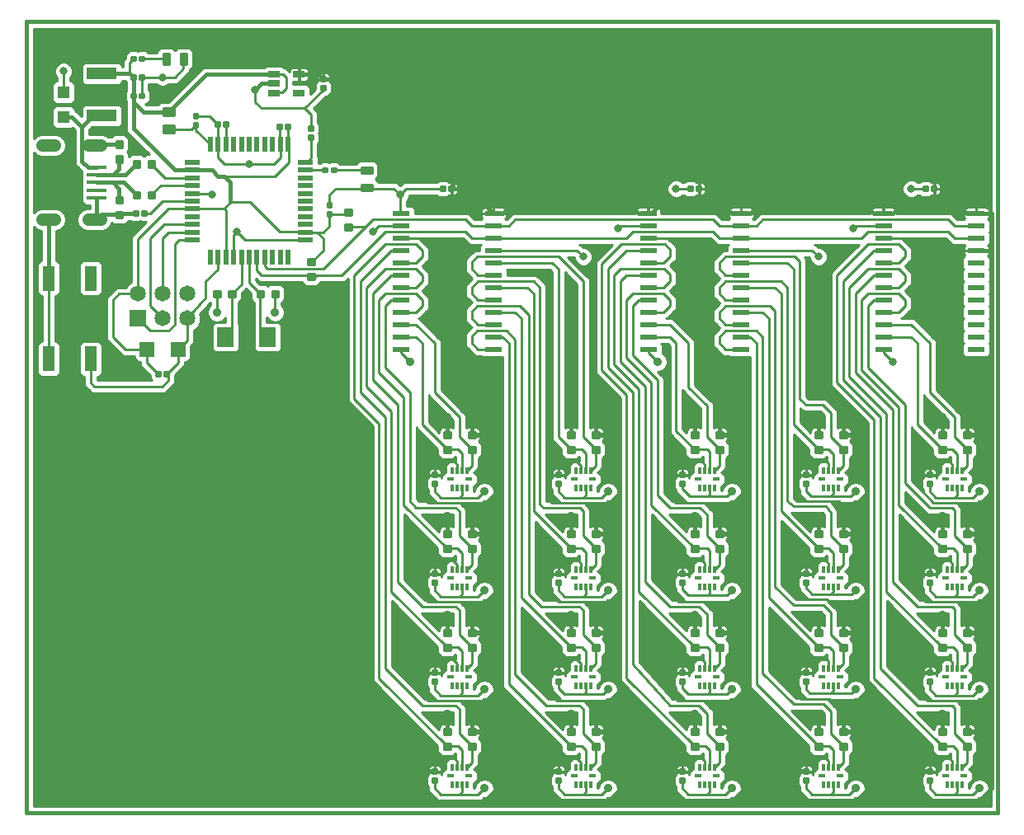
<source format=gtl>
G75*
%MOIN*%
%OFA0B0*%
%FSLAX25Y25*%
%IPPOS*%
%LPD*%
%AMOC8*
5,1,8,0,0,1.08239X$1,22.5*
%
%ADD10C,0.01600*%
%ADD11C,0.01250*%
%ADD12C,0.00875*%
%ADD13R,0.05000X0.05000*%
%ADD14R,0.05906X0.05906*%
%ADD15R,0.12000X0.05000*%
%ADD16R,0.06500X0.06500*%
%ADD17C,0.06500*%
%ADD18R,0.05906X0.01969*%
%ADD19R,0.01969X0.05906*%
%ADD20R,0.04724X0.02717*%
%ADD21C,0.01000*%
%ADD22R,0.05000X0.10000*%
%ADD23R,0.07000X0.08000*%
%ADD24R,0.01181X0.03150*%
%ADD25R,0.03150X0.01181*%
%ADD26R,0.07100X0.02100*%
%ADD27C,0.05000*%
%ADD28R,0.08000X0.01600*%
%ADD29C,0.03562*%
%ADD30C,0.03169*%
D10*
X0030744Y0008834D02*
X0030744Y0328834D01*
X0423244Y0328834D01*
X0423244Y0008834D01*
X0030744Y0008834D01*
X0215744Y0013834D02*
X0225744Y0013834D01*
X0275744Y0013834D01*
X0295744Y0013834D01*
X0315744Y0013834D01*
X0325744Y0013834D01*
X0375744Y0013834D01*
X0395744Y0013834D01*
X0415744Y0013834D01*
X0420744Y0018834D01*
X0420744Y0058834D01*
X0420744Y0098834D01*
X0420744Y0138834D01*
X0420744Y0163834D01*
X0420744Y0236334D01*
X0414544Y0236334D01*
X0420744Y0236334D02*
X0420744Y0251334D01*
X0414544Y0251334D01*
X0410744Y0251334D01*
X0408244Y0253834D01*
X0390744Y0253834D01*
X0383244Y0253834D01*
X0380744Y0251334D01*
X0376944Y0251334D01*
X0373244Y0251334D01*
X0370744Y0253834D01*
X0325744Y0253834D01*
X0323244Y0251334D01*
X0319544Y0251334D01*
X0315744Y0251334D01*
X0314494Y0252584D01*
X0313244Y0253834D01*
X0295744Y0253834D01*
X0285744Y0253834D01*
X0283244Y0251334D01*
X0281944Y0251334D01*
X0278244Y0251334D01*
X0275744Y0253834D01*
X0225744Y0253834D01*
X0223244Y0251334D01*
X0219544Y0251334D01*
X0209544Y0261334D01*
X0202494Y0261334D01*
X0203244Y0262084D01*
X0203244Y0281334D01*
X0178994Y0305584D01*
X0150744Y0305584D01*
X0148754Y0307575D01*
X0140862Y0307575D01*
X0130625Y0307575D02*
X0103484Y0307575D01*
X0088244Y0292334D01*
X0077994Y0292334D01*
X0073994Y0296334D01*
X0073994Y0285584D01*
X0090744Y0268834D01*
X0097811Y0268834D01*
X0105744Y0268834D01*
X0108244Y0266334D01*
X0110244Y0266334D01*
X0110744Y0266334D01*
X0113244Y0263834D01*
X0113244Y0255834D01*
X0097909Y0268933D02*
X0097811Y0268834D01*
X0075244Y0271334D02*
X0070844Y0266934D01*
X0065744Y0266934D01*
X0068244Y0269434D01*
X0068244Y0273334D01*
X0068244Y0279334D02*
X0058744Y0279334D01*
X0058244Y0278834D01*
X0053244Y0272334D02*
X0055744Y0269834D01*
X0059044Y0269834D01*
X0059244Y0270034D01*
X0059244Y0266934D02*
X0065744Y0266934D01*
X0065744Y0263834D02*
X0059244Y0263834D01*
X0065744Y0263834D02*
X0068244Y0261334D01*
X0068244Y0256834D01*
X0068744Y0251334D02*
X0068244Y0250834D01*
X0061244Y0250834D01*
X0059244Y0248834D01*
X0059244Y0247334D01*
X0058244Y0248834D01*
X0059244Y0248834D02*
X0059244Y0257634D01*
X0065744Y0263834D02*
X0070244Y0263834D01*
X0075244Y0258834D01*
X0074994Y0251334D02*
X0068744Y0251334D01*
X0053244Y0272334D02*
X0053244Y0286334D01*
X0057744Y0290834D01*
X0061244Y0290834D01*
X0053244Y0286334D02*
X0049244Y0290334D01*
X0045744Y0290334D01*
X0061244Y0307834D02*
X0072494Y0307834D01*
X0073994Y0306334D01*
X0073994Y0298834D01*
X0073994Y0296334D01*
X0123244Y0301334D02*
X0125744Y0303834D01*
X0130625Y0303834D01*
X0039744Y0248834D02*
X0039744Y0225090D01*
D11*
X0074369Y0251959D02*
X0075619Y0251959D01*
X0075619Y0250709D01*
X0074369Y0250709D01*
X0074369Y0251959D01*
X0074369Y0251958D02*
X0075619Y0251958D01*
X0077869Y0251959D02*
X0079119Y0251959D01*
X0079119Y0250709D01*
X0077869Y0250709D01*
X0077869Y0251959D01*
X0077869Y0251958D02*
X0079119Y0251958D01*
X0099869Y0286459D02*
X0099869Y0287709D01*
X0099869Y0286459D02*
X0098619Y0286459D01*
X0098619Y0287709D01*
X0099869Y0287709D01*
X0099869Y0287708D02*
X0098619Y0287708D01*
X0099869Y0289959D02*
X0099869Y0291209D01*
X0099869Y0289959D02*
X0098619Y0289959D01*
X0098619Y0291209D01*
X0099869Y0291209D01*
X0099869Y0291208D02*
X0098619Y0291208D01*
X0107369Y0287959D02*
X0108619Y0287959D01*
X0108619Y0286709D01*
X0107369Y0286709D01*
X0107369Y0287959D01*
X0107369Y0287958D02*
X0108619Y0287958D01*
X0110869Y0287959D02*
X0112119Y0287959D01*
X0112119Y0286709D01*
X0110869Y0286709D01*
X0110869Y0287959D01*
X0110869Y0287958D02*
X0112119Y0287958D01*
X0132369Y0286959D02*
X0133619Y0286959D01*
X0133619Y0285709D01*
X0132369Y0285709D01*
X0132369Y0286959D01*
X0132369Y0286958D02*
X0133619Y0286958D01*
X0135869Y0286959D02*
X0137119Y0286959D01*
X0137119Y0285709D01*
X0135869Y0285709D01*
X0135869Y0286959D01*
X0135869Y0286958D02*
X0137119Y0286958D01*
X0145119Y0286209D02*
X0145119Y0284959D01*
X0145119Y0286209D02*
X0146369Y0286209D01*
X0146369Y0284959D01*
X0145119Y0284959D01*
X0145119Y0286208D02*
X0146369Y0286208D01*
X0145119Y0282709D02*
X0145119Y0281459D01*
X0145119Y0282709D02*
X0146369Y0282709D01*
X0146369Y0281459D01*
X0145119Y0281459D01*
X0145119Y0282708D02*
X0146369Y0282708D01*
X0150869Y0268209D02*
X0152119Y0268209D01*
X0150869Y0268209D02*
X0150869Y0269459D01*
X0152119Y0269459D01*
X0152119Y0268209D01*
X0152119Y0269458D02*
X0150869Y0269458D01*
X0154369Y0268209D02*
X0155619Y0268209D01*
X0154369Y0268209D02*
X0154369Y0269459D01*
X0155619Y0269459D01*
X0155619Y0268209D01*
X0155619Y0269458D02*
X0154369Y0269458D01*
X0153869Y0255209D02*
X0153869Y0253959D01*
X0152619Y0253959D01*
X0152619Y0255209D01*
X0153869Y0255209D01*
X0153869Y0255208D02*
X0152619Y0255208D01*
X0153869Y0251709D02*
X0153869Y0250459D01*
X0152619Y0250459D01*
X0152619Y0251709D01*
X0153869Y0251709D01*
X0153869Y0251708D02*
X0152619Y0251708D01*
X0198369Y0260709D02*
X0199619Y0260709D01*
X0198369Y0260709D02*
X0198369Y0261959D01*
X0199619Y0261959D01*
X0199619Y0260709D01*
X0199619Y0261958D02*
X0198369Y0261958D01*
X0201869Y0260709D02*
X0203119Y0260709D01*
X0201869Y0260709D02*
X0201869Y0261959D01*
X0203119Y0261959D01*
X0203119Y0260709D01*
X0203119Y0261958D02*
X0201869Y0261958D01*
X0150119Y0301459D02*
X0150119Y0302709D01*
X0151369Y0302709D01*
X0151369Y0301459D01*
X0150119Y0301459D01*
X0150119Y0302708D02*
X0151369Y0302708D01*
X0150119Y0304959D02*
X0150119Y0306209D01*
X0151369Y0306209D01*
X0151369Y0304959D01*
X0150119Y0304959D01*
X0150119Y0306208D02*
X0151369Y0306208D01*
X0078119Y0306959D02*
X0076869Y0306959D01*
X0078119Y0306959D02*
X0078119Y0305709D01*
X0076869Y0305709D01*
X0076869Y0306959D01*
X0076869Y0306958D02*
X0078119Y0306958D01*
X0074619Y0306959D02*
X0073369Y0306959D01*
X0074619Y0306959D02*
X0074619Y0305709D01*
X0073369Y0305709D01*
X0073369Y0306959D01*
X0073369Y0306958D02*
X0074619Y0306958D01*
X0074619Y0313209D02*
X0073369Y0313209D01*
X0073369Y0314459D01*
X0074619Y0314459D01*
X0074619Y0313209D01*
X0074619Y0314458D02*
X0073369Y0314458D01*
X0076869Y0313209D02*
X0078119Y0313209D01*
X0076869Y0313209D02*
X0076869Y0314459D01*
X0078119Y0314459D01*
X0078119Y0313209D01*
X0078119Y0314458D02*
X0076869Y0314458D01*
X0076869Y0298209D02*
X0078119Y0298209D01*
X0076869Y0298209D02*
X0076869Y0299459D01*
X0078119Y0299459D01*
X0078119Y0298209D01*
X0078119Y0299458D02*
X0076869Y0299458D01*
X0074619Y0298209D02*
X0073369Y0298209D01*
X0073369Y0299459D01*
X0074619Y0299459D01*
X0074619Y0298209D01*
X0074619Y0299458D02*
X0073369Y0299458D01*
X0083369Y0185709D02*
X0084619Y0185709D01*
X0083369Y0185709D02*
X0083369Y0186959D01*
X0084619Y0186959D01*
X0084619Y0185709D01*
X0084619Y0186958D02*
X0083369Y0186958D01*
X0086869Y0185709D02*
X0088119Y0185709D01*
X0086869Y0185709D02*
X0086869Y0186959D01*
X0088119Y0186959D01*
X0088119Y0185709D01*
X0088119Y0186958D02*
X0086869Y0186958D01*
X0195119Y0146209D02*
X0195119Y0144959D01*
X0195119Y0146209D02*
X0196369Y0146209D01*
X0196369Y0144959D01*
X0195119Y0144959D01*
X0195119Y0146208D02*
X0196369Y0146208D01*
X0195119Y0142709D02*
X0195119Y0141459D01*
X0195119Y0142709D02*
X0196369Y0142709D01*
X0196369Y0141459D01*
X0195119Y0141459D01*
X0195119Y0142708D02*
X0196369Y0142708D01*
X0245119Y0142709D02*
X0245119Y0141459D01*
X0245119Y0142709D02*
X0246369Y0142709D01*
X0246369Y0141459D01*
X0245119Y0141459D01*
X0245119Y0142708D02*
X0246369Y0142708D01*
X0245119Y0144959D02*
X0245119Y0146209D01*
X0246369Y0146209D01*
X0246369Y0144959D01*
X0245119Y0144959D01*
X0245119Y0146208D02*
X0246369Y0146208D01*
X0295119Y0146209D02*
X0295119Y0144959D01*
X0295119Y0146209D02*
X0296369Y0146209D01*
X0296369Y0144959D01*
X0295119Y0144959D01*
X0295119Y0146208D02*
X0296369Y0146208D01*
X0295119Y0142709D02*
X0295119Y0141459D01*
X0295119Y0142709D02*
X0296369Y0142709D01*
X0296369Y0141459D01*
X0295119Y0141459D01*
X0295119Y0142708D02*
X0296369Y0142708D01*
X0345119Y0142709D02*
X0345119Y0141459D01*
X0345119Y0142709D02*
X0346369Y0142709D01*
X0346369Y0141459D01*
X0345119Y0141459D01*
X0345119Y0142708D02*
X0346369Y0142708D01*
X0345119Y0144959D02*
X0345119Y0146209D01*
X0346369Y0146209D01*
X0346369Y0144959D01*
X0345119Y0144959D01*
X0345119Y0146208D02*
X0346369Y0146208D01*
X0395119Y0146209D02*
X0395119Y0144959D01*
X0395119Y0146209D02*
X0396369Y0146209D01*
X0396369Y0144959D01*
X0395119Y0144959D01*
X0395119Y0146208D02*
X0396369Y0146208D01*
X0395119Y0142709D02*
X0395119Y0141459D01*
X0395119Y0142709D02*
X0396369Y0142709D01*
X0396369Y0141459D01*
X0395119Y0141459D01*
X0395119Y0142708D02*
X0396369Y0142708D01*
X0395119Y0106209D02*
X0395119Y0104959D01*
X0395119Y0106209D02*
X0396369Y0106209D01*
X0396369Y0104959D01*
X0395119Y0104959D01*
X0395119Y0106208D02*
X0396369Y0106208D01*
X0395119Y0102709D02*
X0395119Y0101459D01*
X0395119Y0102709D02*
X0396369Y0102709D01*
X0396369Y0101459D01*
X0395119Y0101459D01*
X0395119Y0102708D02*
X0396369Y0102708D01*
X0345119Y0102709D02*
X0345119Y0101459D01*
X0345119Y0102709D02*
X0346369Y0102709D01*
X0346369Y0101459D01*
X0345119Y0101459D01*
X0345119Y0102708D02*
X0346369Y0102708D01*
X0345119Y0104959D02*
X0345119Y0106209D01*
X0346369Y0106209D01*
X0346369Y0104959D01*
X0345119Y0104959D01*
X0345119Y0106208D02*
X0346369Y0106208D01*
X0295119Y0106209D02*
X0295119Y0104959D01*
X0295119Y0106209D02*
X0296369Y0106209D01*
X0296369Y0104959D01*
X0295119Y0104959D01*
X0295119Y0106208D02*
X0296369Y0106208D01*
X0295119Y0102709D02*
X0295119Y0101459D01*
X0295119Y0102709D02*
X0296369Y0102709D01*
X0296369Y0101459D01*
X0295119Y0101459D01*
X0295119Y0102708D02*
X0296369Y0102708D01*
X0245119Y0102709D02*
X0245119Y0101459D01*
X0245119Y0102709D02*
X0246369Y0102709D01*
X0246369Y0101459D01*
X0245119Y0101459D01*
X0245119Y0102708D02*
X0246369Y0102708D01*
X0245119Y0104959D02*
X0245119Y0106209D01*
X0246369Y0106209D01*
X0246369Y0104959D01*
X0245119Y0104959D01*
X0245119Y0106208D02*
X0246369Y0106208D01*
X0195119Y0106209D02*
X0195119Y0104959D01*
X0195119Y0106209D02*
X0196369Y0106209D01*
X0196369Y0104959D01*
X0195119Y0104959D01*
X0195119Y0106208D02*
X0196369Y0106208D01*
X0195119Y0102709D02*
X0195119Y0101459D01*
X0195119Y0102709D02*
X0196369Y0102709D01*
X0196369Y0101459D01*
X0195119Y0101459D01*
X0195119Y0102708D02*
X0196369Y0102708D01*
X0195119Y0066209D02*
X0195119Y0064959D01*
X0195119Y0066209D02*
X0196369Y0066209D01*
X0196369Y0064959D01*
X0195119Y0064959D01*
X0195119Y0066208D02*
X0196369Y0066208D01*
X0195119Y0062709D02*
X0195119Y0061459D01*
X0195119Y0062709D02*
X0196369Y0062709D01*
X0196369Y0061459D01*
X0195119Y0061459D01*
X0195119Y0062708D02*
X0196369Y0062708D01*
X0245119Y0062709D02*
X0245119Y0061459D01*
X0245119Y0062709D02*
X0246369Y0062709D01*
X0246369Y0061459D01*
X0245119Y0061459D01*
X0245119Y0062708D02*
X0246369Y0062708D01*
X0245119Y0064959D02*
X0245119Y0066209D01*
X0246369Y0066209D01*
X0246369Y0064959D01*
X0245119Y0064959D01*
X0245119Y0066208D02*
X0246369Y0066208D01*
X0295119Y0066209D02*
X0295119Y0064959D01*
X0295119Y0066209D02*
X0296369Y0066209D01*
X0296369Y0064959D01*
X0295119Y0064959D01*
X0295119Y0066208D02*
X0296369Y0066208D01*
X0295119Y0062709D02*
X0295119Y0061459D01*
X0295119Y0062709D02*
X0296369Y0062709D01*
X0296369Y0061459D01*
X0295119Y0061459D01*
X0295119Y0062708D02*
X0296369Y0062708D01*
X0345119Y0062709D02*
X0345119Y0061459D01*
X0345119Y0062709D02*
X0346369Y0062709D01*
X0346369Y0061459D01*
X0345119Y0061459D01*
X0345119Y0062708D02*
X0346369Y0062708D01*
X0345119Y0064959D02*
X0345119Y0066209D01*
X0346369Y0066209D01*
X0346369Y0064959D01*
X0345119Y0064959D01*
X0345119Y0066208D02*
X0346369Y0066208D01*
X0395119Y0066209D02*
X0395119Y0064959D01*
X0395119Y0066209D02*
X0396369Y0066209D01*
X0396369Y0064959D01*
X0395119Y0064959D01*
X0395119Y0066208D02*
X0396369Y0066208D01*
X0395119Y0062709D02*
X0395119Y0061459D01*
X0395119Y0062709D02*
X0396369Y0062709D01*
X0396369Y0061459D01*
X0395119Y0061459D01*
X0395119Y0062708D02*
X0396369Y0062708D01*
X0395119Y0026209D02*
X0395119Y0024959D01*
X0395119Y0026209D02*
X0396369Y0026209D01*
X0396369Y0024959D01*
X0395119Y0024959D01*
X0395119Y0026208D02*
X0396369Y0026208D01*
X0395119Y0022709D02*
X0395119Y0021459D01*
X0395119Y0022709D02*
X0396369Y0022709D01*
X0396369Y0021459D01*
X0395119Y0021459D01*
X0395119Y0022708D02*
X0396369Y0022708D01*
X0345119Y0022709D02*
X0345119Y0021459D01*
X0345119Y0022709D02*
X0346369Y0022709D01*
X0346369Y0021459D01*
X0345119Y0021459D01*
X0345119Y0022708D02*
X0346369Y0022708D01*
X0345119Y0024959D02*
X0345119Y0026209D01*
X0346369Y0026209D01*
X0346369Y0024959D01*
X0345119Y0024959D01*
X0345119Y0026208D02*
X0346369Y0026208D01*
X0295119Y0026209D02*
X0295119Y0024959D01*
X0295119Y0026209D02*
X0296369Y0026209D01*
X0296369Y0024959D01*
X0295119Y0024959D01*
X0295119Y0026208D02*
X0296369Y0026208D01*
X0295119Y0022709D02*
X0295119Y0021459D01*
X0295119Y0022709D02*
X0296369Y0022709D01*
X0296369Y0021459D01*
X0295119Y0021459D01*
X0295119Y0022708D02*
X0296369Y0022708D01*
X0245119Y0022709D02*
X0245119Y0021459D01*
X0245119Y0022709D02*
X0246369Y0022709D01*
X0246369Y0021459D01*
X0245119Y0021459D01*
X0245119Y0022708D02*
X0246369Y0022708D01*
X0245119Y0024959D02*
X0245119Y0026209D01*
X0246369Y0026209D01*
X0246369Y0024959D01*
X0245119Y0024959D01*
X0245119Y0026208D02*
X0246369Y0026208D01*
X0195119Y0026209D02*
X0195119Y0024959D01*
X0195119Y0026209D02*
X0196369Y0026209D01*
X0196369Y0024959D01*
X0195119Y0024959D01*
X0195119Y0026208D02*
X0196369Y0026208D01*
X0195119Y0022709D02*
X0195119Y0021459D01*
X0195119Y0022709D02*
X0196369Y0022709D01*
X0196369Y0021459D01*
X0195119Y0021459D01*
X0195119Y0022708D02*
X0196369Y0022708D01*
X0298369Y0260709D02*
X0299619Y0260709D01*
X0298369Y0260709D02*
X0298369Y0261959D01*
X0299619Y0261959D01*
X0299619Y0260709D01*
X0299619Y0261958D02*
X0298369Y0261958D01*
X0301869Y0260709D02*
X0303119Y0260709D01*
X0301869Y0260709D02*
X0301869Y0261959D01*
X0303119Y0261959D01*
X0303119Y0260709D01*
X0303119Y0261958D02*
X0301869Y0261958D01*
X0393369Y0260709D02*
X0394619Y0260709D01*
X0393369Y0260709D02*
X0393369Y0261959D01*
X0394619Y0261959D01*
X0394619Y0260709D01*
X0394619Y0261958D02*
X0393369Y0261958D01*
X0396869Y0260709D02*
X0398119Y0260709D01*
X0396869Y0260709D02*
X0396869Y0261959D01*
X0398119Y0261959D01*
X0398119Y0260709D01*
X0398119Y0261958D02*
X0396869Y0261958D01*
D12*
X0399431Y0163147D02*
X0399431Y0160521D01*
X0399431Y0163147D02*
X0402057Y0163147D01*
X0402057Y0160521D01*
X0399431Y0160521D01*
X0399431Y0161395D02*
X0402057Y0161395D01*
X0402057Y0162269D02*
X0399431Y0162269D01*
X0399431Y0163143D02*
X0402057Y0163143D01*
X0399431Y0157147D02*
X0399431Y0154521D01*
X0399431Y0157147D02*
X0402057Y0157147D01*
X0402057Y0154521D01*
X0399431Y0154521D01*
X0399431Y0155395D02*
X0402057Y0155395D01*
X0402057Y0156269D02*
X0399431Y0156269D01*
X0399431Y0157143D02*
X0402057Y0157143D01*
X0409431Y0157147D02*
X0409431Y0154521D01*
X0409431Y0157147D02*
X0412057Y0157147D01*
X0412057Y0154521D01*
X0409431Y0154521D01*
X0409431Y0155395D02*
X0412057Y0155395D01*
X0412057Y0156269D02*
X0409431Y0156269D01*
X0409431Y0157143D02*
X0412057Y0157143D01*
X0409431Y0160521D02*
X0409431Y0163147D01*
X0412057Y0163147D01*
X0412057Y0160521D01*
X0409431Y0160521D01*
X0409431Y0161395D02*
X0412057Y0161395D01*
X0412057Y0162269D02*
X0409431Y0162269D01*
X0409431Y0163143D02*
X0412057Y0163143D01*
X0359431Y0163147D02*
X0359431Y0160521D01*
X0359431Y0163147D02*
X0362057Y0163147D01*
X0362057Y0160521D01*
X0359431Y0160521D01*
X0359431Y0161395D02*
X0362057Y0161395D01*
X0362057Y0162269D02*
X0359431Y0162269D01*
X0359431Y0163143D02*
X0362057Y0163143D01*
X0359431Y0157147D02*
X0359431Y0154521D01*
X0359431Y0157147D02*
X0362057Y0157147D01*
X0362057Y0154521D01*
X0359431Y0154521D01*
X0359431Y0155395D02*
X0362057Y0155395D01*
X0362057Y0156269D02*
X0359431Y0156269D01*
X0359431Y0157143D02*
X0362057Y0157143D01*
X0349431Y0157147D02*
X0349431Y0154521D01*
X0349431Y0157147D02*
X0352057Y0157147D01*
X0352057Y0154521D01*
X0349431Y0154521D01*
X0349431Y0155395D02*
X0352057Y0155395D01*
X0352057Y0156269D02*
X0349431Y0156269D01*
X0349431Y0157143D02*
X0352057Y0157143D01*
X0349431Y0160521D02*
X0349431Y0163147D01*
X0352057Y0163147D01*
X0352057Y0160521D01*
X0349431Y0160521D01*
X0349431Y0161395D02*
X0352057Y0161395D01*
X0352057Y0162269D02*
X0349431Y0162269D01*
X0349431Y0163143D02*
X0352057Y0163143D01*
X0309431Y0163147D02*
X0309431Y0160521D01*
X0309431Y0163147D02*
X0312057Y0163147D01*
X0312057Y0160521D01*
X0309431Y0160521D01*
X0309431Y0161395D02*
X0312057Y0161395D01*
X0312057Y0162269D02*
X0309431Y0162269D01*
X0309431Y0163143D02*
X0312057Y0163143D01*
X0309431Y0157147D02*
X0309431Y0154521D01*
X0309431Y0157147D02*
X0312057Y0157147D01*
X0312057Y0154521D01*
X0309431Y0154521D01*
X0309431Y0155395D02*
X0312057Y0155395D01*
X0312057Y0156269D02*
X0309431Y0156269D01*
X0309431Y0157143D02*
X0312057Y0157143D01*
X0299431Y0157147D02*
X0299431Y0154521D01*
X0299431Y0157147D02*
X0302057Y0157147D01*
X0302057Y0154521D01*
X0299431Y0154521D01*
X0299431Y0155395D02*
X0302057Y0155395D01*
X0302057Y0156269D02*
X0299431Y0156269D01*
X0299431Y0157143D02*
X0302057Y0157143D01*
X0299431Y0160521D02*
X0299431Y0163147D01*
X0302057Y0163147D01*
X0302057Y0160521D01*
X0299431Y0160521D01*
X0299431Y0161395D02*
X0302057Y0161395D01*
X0302057Y0162269D02*
X0299431Y0162269D01*
X0299431Y0163143D02*
X0302057Y0163143D01*
X0259431Y0163147D02*
X0259431Y0160521D01*
X0259431Y0163147D02*
X0262057Y0163147D01*
X0262057Y0160521D01*
X0259431Y0160521D01*
X0259431Y0161395D02*
X0262057Y0161395D01*
X0262057Y0162269D02*
X0259431Y0162269D01*
X0259431Y0163143D02*
X0262057Y0163143D01*
X0259431Y0157147D02*
X0259431Y0154521D01*
X0259431Y0157147D02*
X0262057Y0157147D01*
X0262057Y0154521D01*
X0259431Y0154521D01*
X0259431Y0155395D02*
X0262057Y0155395D01*
X0262057Y0156269D02*
X0259431Y0156269D01*
X0259431Y0157143D02*
X0262057Y0157143D01*
X0249431Y0157147D02*
X0249431Y0154521D01*
X0249431Y0157147D02*
X0252057Y0157147D01*
X0252057Y0154521D01*
X0249431Y0154521D01*
X0249431Y0155395D02*
X0252057Y0155395D01*
X0252057Y0156269D02*
X0249431Y0156269D01*
X0249431Y0157143D02*
X0252057Y0157143D01*
X0249431Y0160521D02*
X0249431Y0163147D01*
X0252057Y0163147D01*
X0252057Y0160521D01*
X0249431Y0160521D01*
X0249431Y0161395D02*
X0252057Y0161395D01*
X0252057Y0162269D02*
X0249431Y0162269D01*
X0249431Y0163143D02*
X0252057Y0163143D01*
X0209431Y0163147D02*
X0209431Y0160521D01*
X0209431Y0163147D02*
X0212057Y0163147D01*
X0212057Y0160521D01*
X0209431Y0160521D01*
X0209431Y0161395D02*
X0212057Y0161395D01*
X0212057Y0162269D02*
X0209431Y0162269D01*
X0209431Y0163143D02*
X0212057Y0163143D01*
X0209431Y0157147D02*
X0209431Y0154521D01*
X0209431Y0157147D02*
X0212057Y0157147D01*
X0212057Y0154521D01*
X0209431Y0154521D01*
X0209431Y0155395D02*
X0212057Y0155395D01*
X0212057Y0156269D02*
X0209431Y0156269D01*
X0209431Y0157143D02*
X0212057Y0157143D01*
X0199431Y0157147D02*
X0199431Y0154521D01*
X0199431Y0157147D02*
X0202057Y0157147D01*
X0202057Y0154521D01*
X0199431Y0154521D01*
X0199431Y0155395D02*
X0202057Y0155395D01*
X0202057Y0156269D02*
X0199431Y0156269D01*
X0199431Y0157143D02*
X0202057Y0157143D01*
X0199431Y0160521D02*
X0199431Y0163147D01*
X0202057Y0163147D01*
X0202057Y0160521D01*
X0199431Y0160521D01*
X0199431Y0161395D02*
X0202057Y0161395D01*
X0202057Y0162269D02*
X0199431Y0162269D01*
X0199431Y0163143D02*
X0202057Y0163143D01*
X0199431Y0123147D02*
X0199431Y0120521D01*
X0199431Y0123147D02*
X0202057Y0123147D01*
X0202057Y0120521D01*
X0199431Y0120521D01*
X0199431Y0121395D02*
X0202057Y0121395D01*
X0202057Y0122269D02*
X0199431Y0122269D01*
X0199431Y0123143D02*
X0202057Y0123143D01*
X0199431Y0117147D02*
X0199431Y0114521D01*
X0199431Y0117147D02*
X0202057Y0117147D01*
X0202057Y0114521D01*
X0199431Y0114521D01*
X0199431Y0115395D02*
X0202057Y0115395D01*
X0202057Y0116269D02*
X0199431Y0116269D01*
X0199431Y0117143D02*
X0202057Y0117143D01*
X0209431Y0117147D02*
X0209431Y0114521D01*
X0209431Y0117147D02*
X0212057Y0117147D01*
X0212057Y0114521D01*
X0209431Y0114521D01*
X0209431Y0115395D02*
X0212057Y0115395D01*
X0212057Y0116269D02*
X0209431Y0116269D01*
X0209431Y0117143D02*
X0212057Y0117143D01*
X0209431Y0120521D02*
X0209431Y0123147D01*
X0212057Y0123147D01*
X0212057Y0120521D01*
X0209431Y0120521D01*
X0209431Y0121395D02*
X0212057Y0121395D01*
X0212057Y0122269D02*
X0209431Y0122269D01*
X0209431Y0123143D02*
X0212057Y0123143D01*
X0249431Y0123147D02*
X0249431Y0120521D01*
X0249431Y0123147D02*
X0252057Y0123147D01*
X0252057Y0120521D01*
X0249431Y0120521D01*
X0249431Y0121395D02*
X0252057Y0121395D01*
X0252057Y0122269D02*
X0249431Y0122269D01*
X0249431Y0123143D02*
X0252057Y0123143D01*
X0249431Y0117147D02*
X0249431Y0114521D01*
X0249431Y0117147D02*
X0252057Y0117147D01*
X0252057Y0114521D01*
X0249431Y0114521D01*
X0249431Y0115395D02*
X0252057Y0115395D01*
X0252057Y0116269D02*
X0249431Y0116269D01*
X0249431Y0117143D02*
X0252057Y0117143D01*
X0259431Y0117147D02*
X0259431Y0114521D01*
X0259431Y0117147D02*
X0262057Y0117147D01*
X0262057Y0114521D01*
X0259431Y0114521D01*
X0259431Y0115395D02*
X0262057Y0115395D01*
X0262057Y0116269D02*
X0259431Y0116269D01*
X0259431Y0117143D02*
X0262057Y0117143D01*
X0259431Y0120521D02*
X0259431Y0123147D01*
X0262057Y0123147D01*
X0262057Y0120521D01*
X0259431Y0120521D01*
X0259431Y0121395D02*
X0262057Y0121395D01*
X0262057Y0122269D02*
X0259431Y0122269D01*
X0259431Y0123143D02*
X0262057Y0123143D01*
X0299431Y0123147D02*
X0299431Y0120521D01*
X0299431Y0123147D02*
X0302057Y0123147D01*
X0302057Y0120521D01*
X0299431Y0120521D01*
X0299431Y0121395D02*
X0302057Y0121395D01*
X0302057Y0122269D02*
X0299431Y0122269D01*
X0299431Y0123143D02*
X0302057Y0123143D01*
X0299431Y0117147D02*
X0299431Y0114521D01*
X0299431Y0117147D02*
X0302057Y0117147D01*
X0302057Y0114521D01*
X0299431Y0114521D01*
X0299431Y0115395D02*
X0302057Y0115395D01*
X0302057Y0116269D02*
X0299431Y0116269D01*
X0299431Y0117143D02*
X0302057Y0117143D01*
X0309431Y0117147D02*
X0309431Y0114521D01*
X0309431Y0117147D02*
X0312057Y0117147D01*
X0312057Y0114521D01*
X0309431Y0114521D01*
X0309431Y0115395D02*
X0312057Y0115395D01*
X0312057Y0116269D02*
X0309431Y0116269D01*
X0309431Y0117143D02*
X0312057Y0117143D01*
X0309431Y0120521D02*
X0309431Y0123147D01*
X0312057Y0123147D01*
X0312057Y0120521D01*
X0309431Y0120521D01*
X0309431Y0121395D02*
X0312057Y0121395D01*
X0312057Y0122269D02*
X0309431Y0122269D01*
X0309431Y0123143D02*
X0312057Y0123143D01*
X0349431Y0123147D02*
X0349431Y0120521D01*
X0349431Y0123147D02*
X0352057Y0123147D01*
X0352057Y0120521D01*
X0349431Y0120521D01*
X0349431Y0121395D02*
X0352057Y0121395D01*
X0352057Y0122269D02*
X0349431Y0122269D01*
X0349431Y0123143D02*
X0352057Y0123143D01*
X0349431Y0117147D02*
X0349431Y0114521D01*
X0349431Y0117147D02*
X0352057Y0117147D01*
X0352057Y0114521D01*
X0349431Y0114521D01*
X0349431Y0115395D02*
X0352057Y0115395D01*
X0352057Y0116269D02*
X0349431Y0116269D01*
X0349431Y0117143D02*
X0352057Y0117143D01*
X0359431Y0117147D02*
X0359431Y0114521D01*
X0359431Y0117147D02*
X0362057Y0117147D01*
X0362057Y0114521D01*
X0359431Y0114521D01*
X0359431Y0115395D02*
X0362057Y0115395D01*
X0362057Y0116269D02*
X0359431Y0116269D01*
X0359431Y0117143D02*
X0362057Y0117143D01*
X0359431Y0120521D02*
X0359431Y0123147D01*
X0362057Y0123147D01*
X0362057Y0120521D01*
X0359431Y0120521D01*
X0359431Y0121395D02*
X0362057Y0121395D01*
X0362057Y0122269D02*
X0359431Y0122269D01*
X0359431Y0123143D02*
X0362057Y0123143D01*
X0399431Y0123147D02*
X0399431Y0120521D01*
X0399431Y0123147D02*
X0402057Y0123147D01*
X0402057Y0120521D01*
X0399431Y0120521D01*
X0399431Y0121395D02*
X0402057Y0121395D01*
X0402057Y0122269D02*
X0399431Y0122269D01*
X0399431Y0123143D02*
X0402057Y0123143D01*
X0399431Y0117147D02*
X0399431Y0114521D01*
X0399431Y0117147D02*
X0402057Y0117147D01*
X0402057Y0114521D01*
X0399431Y0114521D01*
X0399431Y0115395D02*
X0402057Y0115395D01*
X0402057Y0116269D02*
X0399431Y0116269D01*
X0399431Y0117143D02*
X0402057Y0117143D01*
X0409431Y0117147D02*
X0409431Y0114521D01*
X0409431Y0117147D02*
X0412057Y0117147D01*
X0412057Y0114521D01*
X0409431Y0114521D01*
X0409431Y0115395D02*
X0412057Y0115395D01*
X0412057Y0116269D02*
X0409431Y0116269D01*
X0409431Y0117143D02*
X0412057Y0117143D01*
X0409431Y0120521D02*
X0409431Y0123147D01*
X0412057Y0123147D01*
X0412057Y0120521D01*
X0409431Y0120521D01*
X0409431Y0121395D02*
X0412057Y0121395D01*
X0412057Y0122269D02*
X0409431Y0122269D01*
X0409431Y0123143D02*
X0412057Y0123143D01*
X0409431Y0083147D02*
X0409431Y0080521D01*
X0409431Y0083147D02*
X0412057Y0083147D01*
X0412057Y0080521D01*
X0409431Y0080521D01*
X0409431Y0081395D02*
X0412057Y0081395D01*
X0412057Y0082269D02*
X0409431Y0082269D01*
X0409431Y0083143D02*
X0412057Y0083143D01*
X0399431Y0083147D02*
X0399431Y0080521D01*
X0399431Y0083147D02*
X0402057Y0083147D01*
X0402057Y0080521D01*
X0399431Y0080521D01*
X0399431Y0081395D02*
X0402057Y0081395D01*
X0402057Y0082269D02*
X0399431Y0082269D01*
X0399431Y0083143D02*
X0402057Y0083143D01*
X0399431Y0077147D02*
X0399431Y0074521D01*
X0399431Y0077147D02*
X0402057Y0077147D01*
X0402057Y0074521D01*
X0399431Y0074521D01*
X0399431Y0075395D02*
X0402057Y0075395D01*
X0402057Y0076269D02*
X0399431Y0076269D01*
X0399431Y0077143D02*
X0402057Y0077143D01*
X0409431Y0077147D02*
X0409431Y0074521D01*
X0409431Y0077147D02*
X0412057Y0077147D01*
X0412057Y0074521D01*
X0409431Y0074521D01*
X0409431Y0075395D02*
X0412057Y0075395D01*
X0412057Y0076269D02*
X0409431Y0076269D01*
X0409431Y0077143D02*
X0412057Y0077143D01*
X0359431Y0077147D02*
X0359431Y0074521D01*
X0359431Y0077147D02*
X0362057Y0077147D01*
X0362057Y0074521D01*
X0359431Y0074521D01*
X0359431Y0075395D02*
X0362057Y0075395D01*
X0362057Y0076269D02*
X0359431Y0076269D01*
X0359431Y0077143D02*
X0362057Y0077143D01*
X0359431Y0080521D02*
X0359431Y0083147D01*
X0362057Y0083147D01*
X0362057Y0080521D01*
X0359431Y0080521D01*
X0359431Y0081395D02*
X0362057Y0081395D01*
X0362057Y0082269D02*
X0359431Y0082269D01*
X0359431Y0083143D02*
X0362057Y0083143D01*
X0349431Y0083147D02*
X0349431Y0080521D01*
X0349431Y0083147D02*
X0352057Y0083147D01*
X0352057Y0080521D01*
X0349431Y0080521D01*
X0349431Y0081395D02*
X0352057Y0081395D01*
X0352057Y0082269D02*
X0349431Y0082269D01*
X0349431Y0083143D02*
X0352057Y0083143D01*
X0349431Y0077147D02*
X0349431Y0074521D01*
X0349431Y0077147D02*
X0352057Y0077147D01*
X0352057Y0074521D01*
X0349431Y0074521D01*
X0349431Y0075395D02*
X0352057Y0075395D01*
X0352057Y0076269D02*
X0349431Y0076269D01*
X0349431Y0077143D02*
X0352057Y0077143D01*
X0309431Y0077147D02*
X0309431Y0074521D01*
X0309431Y0077147D02*
X0312057Y0077147D01*
X0312057Y0074521D01*
X0309431Y0074521D01*
X0309431Y0075395D02*
X0312057Y0075395D01*
X0312057Y0076269D02*
X0309431Y0076269D01*
X0309431Y0077143D02*
X0312057Y0077143D01*
X0309431Y0080521D02*
X0309431Y0083147D01*
X0312057Y0083147D01*
X0312057Y0080521D01*
X0309431Y0080521D01*
X0309431Y0081395D02*
X0312057Y0081395D01*
X0312057Y0082269D02*
X0309431Y0082269D01*
X0309431Y0083143D02*
X0312057Y0083143D01*
X0299431Y0083147D02*
X0299431Y0080521D01*
X0299431Y0083147D02*
X0302057Y0083147D01*
X0302057Y0080521D01*
X0299431Y0080521D01*
X0299431Y0081395D02*
X0302057Y0081395D01*
X0302057Y0082269D02*
X0299431Y0082269D01*
X0299431Y0083143D02*
X0302057Y0083143D01*
X0299431Y0077147D02*
X0299431Y0074521D01*
X0299431Y0077147D02*
X0302057Y0077147D01*
X0302057Y0074521D01*
X0299431Y0074521D01*
X0299431Y0075395D02*
X0302057Y0075395D01*
X0302057Y0076269D02*
X0299431Y0076269D01*
X0299431Y0077143D02*
X0302057Y0077143D01*
X0259431Y0077147D02*
X0259431Y0074521D01*
X0259431Y0077147D02*
X0262057Y0077147D01*
X0262057Y0074521D01*
X0259431Y0074521D01*
X0259431Y0075395D02*
X0262057Y0075395D01*
X0262057Y0076269D02*
X0259431Y0076269D01*
X0259431Y0077143D02*
X0262057Y0077143D01*
X0259431Y0080521D02*
X0259431Y0083147D01*
X0262057Y0083147D01*
X0262057Y0080521D01*
X0259431Y0080521D01*
X0259431Y0081395D02*
X0262057Y0081395D01*
X0262057Y0082269D02*
X0259431Y0082269D01*
X0259431Y0083143D02*
X0262057Y0083143D01*
X0249431Y0083147D02*
X0249431Y0080521D01*
X0249431Y0083147D02*
X0252057Y0083147D01*
X0252057Y0080521D01*
X0249431Y0080521D01*
X0249431Y0081395D02*
X0252057Y0081395D01*
X0252057Y0082269D02*
X0249431Y0082269D01*
X0249431Y0083143D02*
X0252057Y0083143D01*
X0249431Y0077147D02*
X0249431Y0074521D01*
X0249431Y0077147D02*
X0252057Y0077147D01*
X0252057Y0074521D01*
X0249431Y0074521D01*
X0249431Y0075395D02*
X0252057Y0075395D01*
X0252057Y0076269D02*
X0249431Y0076269D01*
X0249431Y0077143D02*
X0252057Y0077143D01*
X0209431Y0077147D02*
X0209431Y0074521D01*
X0209431Y0077147D02*
X0212057Y0077147D01*
X0212057Y0074521D01*
X0209431Y0074521D01*
X0209431Y0075395D02*
X0212057Y0075395D01*
X0212057Y0076269D02*
X0209431Y0076269D01*
X0209431Y0077143D02*
X0212057Y0077143D01*
X0209431Y0080521D02*
X0209431Y0083147D01*
X0212057Y0083147D01*
X0212057Y0080521D01*
X0209431Y0080521D01*
X0209431Y0081395D02*
X0212057Y0081395D01*
X0212057Y0082269D02*
X0209431Y0082269D01*
X0209431Y0083143D02*
X0212057Y0083143D01*
X0199431Y0083147D02*
X0199431Y0080521D01*
X0199431Y0083147D02*
X0202057Y0083147D01*
X0202057Y0080521D01*
X0199431Y0080521D01*
X0199431Y0081395D02*
X0202057Y0081395D01*
X0202057Y0082269D02*
X0199431Y0082269D01*
X0199431Y0083143D02*
X0202057Y0083143D01*
X0199431Y0077147D02*
X0199431Y0074521D01*
X0199431Y0077147D02*
X0202057Y0077147D01*
X0202057Y0074521D01*
X0199431Y0074521D01*
X0199431Y0075395D02*
X0202057Y0075395D01*
X0202057Y0076269D02*
X0199431Y0076269D01*
X0199431Y0077143D02*
X0202057Y0077143D01*
X0199431Y0043147D02*
X0199431Y0040521D01*
X0199431Y0043147D02*
X0202057Y0043147D01*
X0202057Y0040521D01*
X0199431Y0040521D01*
X0199431Y0041395D02*
X0202057Y0041395D01*
X0202057Y0042269D02*
X0199431Y0042269D01*
X0199431Y0043143D02*
X0202057Y0043143D01*
X0209431Y0043147D02*
X0209431Y0040521D01*
X0209431Y0043147D02*
X0212057Y0043147D01*
X0212057Y0040521D01*
X0209431Y0040521D01*
X0209431Y0041395D02*
X0212057Y0041395D01*
X0212057Y0042269D02*
X0209431Y0042269D01*
X0209431Y0043143D02*
X0212057Y0043143D01*
X0209431Y0037147D02*
X0209431Y0034521D01*
X0209431Y0037147D02*
X0212057Y0037147D01*
X0212057Y0034521D01*
X0209431Y0034521D01*
X0209431Y0035395D02*
X0212057Y0035395D01*
X0212057Y0036269D02*
X0209431Y0036269D01*
X0209431Y0037143D02*
X0212057Y0037143D01*
X0199431Y0037147D02*
X0199431Y0034521D01*
X0199431Y0037147D02*
X0202057Y0037147D01*
X0202057Y0034521D01*
X0199431Y0034521D01*
X0199431Y0035395D02*
X0202057Y0035395D01*
X0202057Y0036269D02*
X0199431Y0036269D01*
X0199431Y0037143D02*
X0202057Y0037143D01*
X0249431Y0037147D02*
X0249431Y0034521D01*
X0249431Y0037147D02*
X0252057Y0037147D01*
X0252057Y0034521D01*
X0249431Y0034521D01*
X0249431Y0035395D02*
X0252057Y0035395D01*
X0252057Y0036269D02*
X0249431Y0036269D01*
X0249431Y0037143D02*
X0252057Y0037143D01*
X0249431Y0040521D02*
X0249431Y0043147D01*
X0252057Y0043147D01*
X0252057Y0040521D01*
X0249431Y0040521D01*
X0249431Y0041395D02*
X0252057Y0041395D01*
X0252057Y0042269D02*
X0249431Y0042269D01*
X0249431Y0043143D02*
X0252057Y0043143D01*
X0259431Y0043147D02*
X0259431Y0040521D01*
X0259431Y0043147D02*
X0262057Y0043147D01*
X0262057Y0040521D01*
X0259431Y0040521D01*
X0259431Y0041395D02*
X0262057Y0041395D01*
X0262057Y0042269D02*
X0259431Y0042269D01*
X0259431Y0043143D02*
X0262057Y0043143D01*
X0259431Y0037147D02*
X0259431Y0034521D01*
X0259431Y0037147D02*
X0262057Y0037147D01*
X0262057Y0034521D01*
X0259431Y0034521D01*
X0259431Y0035395D02*
X0262057Y0035395D01*
X0262057Y0036269D02*
X0259431Y0036269D01*
X0259431Y0037143D02*
X0262057Y0037143D01*
X0299431Y0037147D02*
X0299431Y0034521D01*
X0299431Y0037147D02*
X0302057Y0037147D01*
X0302057Y0034521D01*
X0299431Y0034521D01*
X0299431Y0035395D02*
X0302057Y0035395D01*
X0302057Y0036269D02*
X0299431Y0036269D01*
X0299431Y0037143D02*
X0302057Y0037143D01*
X0299431Y0040521D02*
X0299431Y0043147D01*
X0302057Y0043147D01*
X0302057Y0040521D01*
X0299431Y0040521D01*
X0299431Y0041395D02*
X0302057Y0041395D01*
X0302057Y0042269D02*
X0299431Y0042269D01*
X0299431Y0043143D02*
X0302057Y0043143D01*
X0309431Y0043147D02*
X0309431Y0040521D01*
X0309431Y0043147D02*
X0312057Y0043147D01*
X0312057Y0040521D01*
X0309431Y0040521D01*
X0309431Y0041395D02*
X0312057Y0041395D01*
X0312057Y0042269D02*
X0309431Y0042269D01*
X0309431Y0043143D02*
X0312057Y0043143D01*
X0309431Y0037147D02*
X0309431Y0034521D01*
X0309431Y0037147D02*
X0312057Y0037147D01*
X0312057Y0034521D01*
X0309431Y0034521D01*
X0309431Y0035395D02*
X0312057Y0035395D01*
X0312057Y0036269D02*
X0309431Y0036269D01*
X0309431Y0037143D02*
X0312057Y0037143D01*
X0349431Y0037147D02*
X0349431Y0034521D01*
X0349431Y0037147D02*
X0352057Y0037147D01*
X0352057Y0034521D01*
X0349431Y0034521D01*
X0349431Y0035395D02*
X0352057Y0035395D01*
X0352057Y0036269D02*
X0349431Y0036269D01*
X0349431Y0037143D02*
X0352057Y0037143D01*
X0349431Y0040521D02*
X0349431Y0043147D01*
X0352057Y0043147D01*
X0352057Y0040521D01*
X0349431Y0040521D01*
X0349431Y0041395D02*
X0352057Y0041395D01*
X0352057Y0042269D02*
X0349431Y0042269D01*
X0349431Y0043143D02*
X0352057Y0043143D01*
X0359431Y0043147D02*
X0359431Y0040521D01*
X0359431Y0043147D02*
X0362057Y0043147D01*
X0362057Y0040521D01*
X0359431Y0040521D01*
X0359431Y0041395D02*
X0362057Y0041395D01*
X0362057Y0042269D02*
X0359431Y0042269D01*
X0359431Y0043143D02*
X0362057Y0043143D01*
X0359431Y0037147D02*
X0359431Y0034521D01*
X0359431Y0037147D02*
X0362057Y0037147D01*
X0362057Y0034521D01*
X0359431Y0034521D01*
X0359431Y0035395D02*
X0362057Y0035395D01*
X0362057Y0036269D02*
X0359431Y0036269D01*
X0359431Y0037143D02*
X0362057Y0037143D01*
X0399431Y0037147D02*
X0399431Y0034521D01*
X0399431Y0037147D02*
X0402057Y0037147D01*
X0402057Y0034521D01*
X0399431Y0034521D01*
X0399431Y0035395D02*
X0402057Y0035395D01*
X0402057Y0036269D02*
X0399431Y0036269D01*
X0399431Y0037143D02*
X0402057Y0037143D01*
X0399431Y0040521D02*
X0399431Y0043147D01*
X0402057Y0043147D01*
X0402057Y0040521D01*
X0399431Y0040521D01*
X0399431Y0041395D02*
X0402057Y0041395D01*
X0402057Y0042269D02*
X0399431Y0042269D01*
X0399431Y0043143D02*
X0402057Y0043143D01*
X0409431Y0043147D02*
X0409431Y0040521D01*
X0409431Y0043147D02*
X0412057Y0043147D01*
X0412057Y0040521D01*
X0409431Y0040521D01*
X0409431Y0041395D02*
X0412057Y0041395D01*
X0412057Y0042269D02*
X0409431Y0042269D01*
X0409431Y0043143D02*
X0412057Y0043143D01*
X0409431Y0037147D02*
X0409431Y0034521D01*
X0409431Y0037147D02*
X0412057Y0037147D01*
X0412057Y0034521D01*
X0409431Y0034521D01*
X0409431Y0035395D02*
X0412057Y0035395D01*
X0412057Y0036269D02*
X0409431Y0036269D01*
X0409431Y0037143D02*
X0412057Y0037143D01*
X0147057Y0224521D02*
X0147057Y0227147D01*
X0147057Y0224521D02*
X0144431Y0224521D01*
X0144431Y0227147D01*
X0147057Y0227147D01*
X0147057Y0225395D02*
X0144431Y0225395D01*
X0144431Y0226269D02*
X0147057Y0226269D01*
X0147057Y0227143D02*
X0144431Y0227143D01*
X0147057Y0230521D02*
X0147057Y0233147D01*
X0147057Y0230521D02*
X0144431Y0230521D01*
X0144431Y0233147D01*
X0147057Y0233147D01*
X0147057Y0231395D02*
X0144431Y0231395D01*
X0144431Y0232269D02*
X0147057Y0232269D01*
X0147057Y0233143D02*
X0144431Y0233143D01*
X0132557Y0220147D02*
X0129931Y0220147D01*
X0132557Y0220147D02*
X0132557Y0217521D01*
X0129931Y0217521D01*
X0129931Y0220147D01*
X0129931Y0218395D02*
X0132557Y0218395D01*
X0132557Y0219269D02*
X0129931Y0219269D01*
X0129931Y0220143D02*
X0132557Y0220143D01*
X0126557Y0220147D02*
X0123931Y0220147D01*
X0126557Y0220147D02*
X0126557Y0217521D01*
X0123931Y0217521D01*
X0123931Y0220147D01*
X0123931Y0218395D02*
X0126557Y0218395D01*
X0126557Y0219269D02*
X0123931Y0219269D01*
X0123931Y0220143D02*
X0126557Y0220143D01*
X0115057Y0217521D02*
X0112431Y0217521D01*
X0112431Y0220147D01*
X0115057Y0220147D01*
X0115057Y0217521D01*
X0115057Y0218395D02*
X0112431Y0218395D01*
X0112431Y0219269D02*
X0115057Y0219269D01*
X0115057Y0220143D02*
X0112431Y0220143D01*
X0109057Y0217521D02*
X0106431Y0217521D01*
X0106431Y0220147D01*
X0109057Y0220147D01*
X0109057Y0217521D01*
X0109057Y0218395D02*
X0106431Y0218395D01*
X0106431Y0219269D02*
X0109057Y0219269D01*
X0109057Y0220143D02*
X0106431Y0220143D01*
X0066931Y0249521D02*
X0066931Y0252147D01*
X0069557Y0252147D01*
X0069557Y0249521D01*
X0066931Y0249521D01*
X0066931Y0250395D02*
X0069557Y0250395D01*
X0069557Y0251269D02*
X0066931Y0251269D01*
X0066931Y0252143D02*
X0069557Y0252143D01*
X0066931Y0255521D02*
X0066931Y0258147D01*
X0069557Y0258147D01*
X0069557Y0255521D01*
X0066931Y0255521D01*
X0066931Y0256395D02*
X0069557Y0256395D01*
X0069557Y0257269D02*
X0066931Y0257269D01*
X0066931Y0258143D02*
X0069557Y0258143D01*
X0073931Y0257521D02*
X0076557Y0257521D01*
X0073931Y0257521D02*
X0073931Y0260147D01*
X0076557Y0260147D01*
X0076557Y0257521D01*
X0076557Y0258395D02*
X0073931Y0258395D01*
X0073931Y0259269D02*
X0076557Y0259269D01*
X0076557Y0260143D02*
X0073931Y0260143D01*
X0079931Y0257521D02*
X0082557Y0257521D01*
X0079931Y0257521D02*
X0079931Y0260147D01*
X0082557Y0260147D01*
X0082557Y0257521D01*
X0082557Y0258395D02*
X0079931Y0258395D01*
X0079931Y0259269D02*
X0082557Y0259269D01*
X0082557Y0260143D02*
X0079931Y0260143D01*
X0079931Y0270021D02*
X0082557Y0270021D01*
X0079931Y0270021D02*
X0079931Y0272647D01*
X0082557Y0272647D01*
X0082557Y0270021D01*
X0082557Y0270895D02*
X0079931Y0270895D01*
X0079931Y0271769D02*
X0082557Y0271769D01*
X0082557Y0272643D02*
X0079931Y0272643D01*
X0076557Y0270021D02*
X0073931Y0270021D01*
X0073931Y0272647D01*
X0076557Y0272647D01*
X0076557Y0270021D01*
X0076557Y0270895D02*
X0073931Y0270895D01*
X0073931Y0271769D02*
X0076557Y0271769D01*
X0076557Y0272643D02*
X0073931Y0272643D01*
X0069557Y0272021D02*
X0069557Y0274647D01*
X0069557Y0272021D02*
X0066931Y0272021D01*
X0066931Y0274647D01*
X0069557Y0274647D01*
X0069557Y0272895D02*
X0066931Y0272895D01*
X0066931Y0273769D02*
X0069557Y0273769D01*
X0069557Y0274643D02*
X0066931Y0274643D01*
X0069557Y0278021D02*
X0069557Y0280647D01*
X0069557Y0278021D02*
X0066931Y0278021D01*
X0066931Y0280647D01*
X0069557Y0280647D01*
X0069557Y0278895D02*
X0066931Y0278895D01*
X0066931Y0279769D02*
X0069557Y0279769D01*
X0069557Y0280643D02*
X0066931Y0280643D01*
X0085931Y0311771D02*
X0088557Y0311771D01*
X0085931Y0311771D02*
X0085931Y0315897D01*
X0088557Y0315897D01*
X0088557Y0311771D01*
X0088557Y0312645D02*
X0085931Y0312645D01*
X0085931Y0313519D02*
X0088557Y0313519D01*
X0088557Y0314393D02*
X0085931Y0314393D01*
X0085931Y0315267D02*
X0088557Y0315267D01*
X0092931Y0311771D02*
X0095557Y0311771D01*
X0092931Y0311771D02*
X0092931Y0315897D01*
X0095557Y0315897D01*
X0095557Y0311771D01*
X0095557Y0312645D02*
X0092931Y0312645D01*
X0092931Y0313519D02*
X0095557Y0313519D01*
X0095557Y0314393D02*
X0092931Y0314393D01*
X0092931Y0315267D02*
X0095557Y0315267D01*
X0166181Y0270147D02*
X0166181Y0267521D01*
X0166181Y0270147D02*
X0170307Y0270147D01*
X0170307Y0267521D01*
X0166181Y0267521D01*
X0166181Y0268395D02*
X0170307Y0268395D01*
X0170307Y0269269D02*
X0166181Y0269269D01*
X0166181Y0270143D02*
X0170307Y0270143D01*
X0166181Y0263147D02*
X0166181Y0260521D01*
X0166181Y0263147D02*
X0170307Y0263147D01*
X0170307Y0260521D01*
X0166181Y0260521D01*
X0166181Y0261395D02*
X0170307Y0261395D01*
X0170307Y0262269D02*
X0166181Y0262269D01*
X0166181Y0263143D02*
X0170307Y0263143D01*
X0162057Y0253147D02*
X0162057Y0250521D01*
X0159431Y0250521D01*
X0159431Y0253147D01*
X0162057Y0253147D01*
X0162057Y0251395D02*
X0159431Y0251395D01*
X0159431Y0252269D02*
X0162057Y0252269D01*
X0162057Y0253143D02*
X0159431Y0253143D01*
X0162057Y0247147D02*
X0162057Y0244521D01*
X0159431Y0244521D01*
X0159431Y0247147D01*
X0162057Y0247147D01*
X0162057Y0245395D02*
X0159431Y0245395D01*
X0159431Y0246269D02*
X0162057Y0246269D01*
X0162057Y0247143D02*
X0159431Y0247143D01*
D13*
X0045744Y0290334D03*
X0045744Y0300334D03*
D14*
X0079445Y0196334D03*
X0092043Y0196334D03*
D15*
X0061244Y0290834D03*
X0061244Y0307834D03*
D16*
X0075744Y0208834D03*
D17*
X0085744Y0208834D03*
X0095744Y0208834D03*
X0095744Y0218834D03*
X0085744Y0218834D03*
X0075744Y0218834D03*
D18*
X0097909Y0240586D03*
X0097909Y0243736D03*
X0097909Y0246886D03*
X0097909Y0250035D03*
X0097909Y0253185D03*
X0097909Y0256334D03*
X0097909Y0259484D03*
X0097909Y0262634D03*
X0097909Y0265783D03*
X0097909Y0268933D03*
X0097909Y0272082D03*
X0143579Y0272082D03*
X0143579Y0268933D03*
X0143579Y0265783D03*
X0143579Y0262634D03*
X0143579Y0259484D03*
X0143579Y0256334D03*
X0143579Y0253185D03*
X0143579Y0250035D03*
X0143579Y0246886D03*
X0143579Y0243736D03*
X0143579Y0240586D03*
D19*
X0136492Y0233500D03*
X0133342Y0233500D03*
X0130193Y0233500D03*
X0127043Y0233500D03*
X0123894Y0233500D03*
X0120744Y0233500D03*
X0117594Y0233500D03*
X0114445Y0233500D03*
X0111295Y0233500D03*
X0108146Y0233500D03*
X0104996Y0233500D03*
X0104996Y0279169D03*
X0108146Y0279169D03*
X0111295Y0279169D03*
X0114445Y0279169D03*
X0117594Y0279169D03*
X0120744Y0279169D03*
X0123894Y0279169D03*
X0127043Y0279169D03*
X0130193Y0279169D03*
X0133342Y0279169D03*
X0136492Y0279169D03*
D20*
X0140862Y0300094D03*
X0130625Y0300094D03*
X0130625Y0303834D03*
X0130625Y0307575D03*
X0140862Y0307575D03*
D21*
X0140683Y0307754D02*
X0140683Y0310433D01*
X0138303Y0310433D01*
X0137921Y0310331D01*
X0137579Y0310133D01*
X0137300Y0309854D01*
X0137102Y0309512D01*
X0137000Y0309130D01*
X0137000Y0308755D01*
X0135977Y0309779D01*
X0135021Y0310175D01*
X0134716Y0310175D01*
X0133857Y0311033D01*
X0127393Y0311033D01*
X0126835Y0310475D01*
X0102907Y0310475D01*
X0101841Y0310033D01*
X0088243Y0296434D01*
X0085477Y0296434D01*
X0084521Y0296039D01*
X0083790Y0295307D01*
X0083760Y0295234D01*
X0079195Y0295234D01*
X0078862Y0295568D01*
X0079663Y0295899D01*
X0080429Y0296666D01*
X0080844Y0297667D01*
X0080844Y0300001D01*
X0080429Y0301003D01*
X0080094Y0301338D01*
X0080094Y0303734D01*
X0083134Y0303734D01*
X0083657Y0303211D01*
X0085011Y0302650D01*
X0086477Y0302650D01*
X0087831Y0303211D01*
X0088354Y0303734D01*
X0091261Y0303734D01*
X0092217Y0304130D01*
X0096448Y0308362D01*
X0096844Y0309317D01*
X0096844Y0309559D01*
X0096994Y0309621D01*
X0097708Y0310334D01*
X0098094Y0311267D01*
X0098094Y0316402D01*
X0097708Y0317334D01*
X0096994Y0318048D01*
X0096061Y0318434D01*
X0092427Y0318434D01*
X0091494Y0318048D01*
X0090780Y0317334D01*
X0090744Y0317247D01*
X0090708Y0317334D01*
X0089994Y0318048D01*
X0089061Y0318434D01*
X0085427Y0318434D01*
X0084494Y0318048D01*
X0083780Y0317334D01*
X0083408Y0316434D01*
X0079998Y0316434D01*
X0079663Y0316770D01*
X0078661Y0317184D01*
X0076327Y0317184D01*
X0075744Y0316943D01*
X0075161Y0317184D01*
X0072827Y0317184D01*
X0071825Y0316770D01*
X0071059Y0316003D01*
X0070644Y0315001D01*
X0070644Y0314161D01*
X0070290Y0313807D01*
X0069894Y0312852D01*
X0069894Y0310734D01*
X0069344Y0310734D01*
X0069344Y0311204D01*
X0068114Y0312434D01*
X0054374Y0312434D01*
X0053144Y0311204D01*
X0053144Y0304465D01*
X0054374Y0303234D01*
X0068114Y0303234D01*
X0069344Y0304465D01*
X0069344Y0304934D01*
X0070740Y0304934D01*
X0071059Y0304166D01*
X0071094Y0304131D01*
X0071094Y0301038D01*
X0071059Y0301003D01*
X0070644Y0300001D01*
X0070644Y0297667D01*
X0071059Y0296666D01*
X0071094Y0296631D01*
X0071094Y0285008D01*
X0071535Y0283942D01*
X0080293Y0275184D01*
X0079427Y0275184D01*
X0078494Y0274798D01*
X0078244Y0274548D01*
X0077994Y0274798D01*
X0077061Y0275184D01*
X0073427Y0275184D01*
X0072494Y0274798D01*
X0072094Y0274398D01*
X0072094Y0275152D01*
X0071708Y0276084D01*
X0071457Y0276334D01*
X0071708Y0276584D01*
X0072094Y0277517D01*
X0072094Y0281152D01*
X0071708Y0282084D01*
X0070994Y0282798D01*
X0070061Y0283184D01*
X0066427Y0283184D01*
X0065494Y0282798D01*
X0064930Y0282234D01*
X0063849Y0282234D01*
X0063350Y0282734D01*
X0061659Y0283434D01*
X0056144Y0283434D01*
X0056144Y0285133D01*
X0057245Y0286234D01*
X0068114Y0286234D01*
X0069344Y0287465D01*
X0069344Y0294204D01*
X0068114Y0295434D01*
X0054374Y0295434D01*
X0053144Y0294204D01*
X0053144Y0290536D01*
X0050887Y0292793D01*
X0050344Y0293018D01*
X0050344Y0293704D01*
X0049114Y0294934D01*
X0042374Y0294934D01*
X0041144Y0293704D01*
X0041144Y0286965D01*
X0042374Y0285734D01*
X0049114Y0285734D01*
X0049428Y0286049D01*
X0050344Y0285133D01*
X0050344Y0271758D01*
X0050785Y0270692D01*
X0051601Y0269876D01*
X0051601Y0269876D01*
X0053144Y0268333D01*
X0053144Y0255965D01*
X0054374Y0254734D01*
X0056344Y0254734D01*
X0056344Y0253434D01*
X0054829Y0253434D01*
X0053138Y0252734D01*
X0051844Y0251440D01*
X0051144Y0249749D01*
X0051144Y0247919D01*
X0051844Y0246229D01*
X0053138Y0244935D01*
X0054829Y0244234D01*
X0061659Y0244234D01*
X0063350Y0244935D01*
X0064644Y0246229D01*
X0065227Y0247638D01*
X0065494Y0247371D01*
X0066427Y0246984D01*
X0070061Y0246984D01*
X0070994Y0247371D01*
X0071708Y0248084D01*
X0071853Y0248434D01*
X0072790Y0248434D01*
X0072825Y0248399D01*
X0073827Y0247984D01*
X0076161Y0247984D01*
X0076744Y0248226D01*
X0077327Y0247984D01*
X0079217Y0247984D01*
X0073540Y0242307D01*
X0073144Y0241352D01*
X0073144Y0223548D01*
X0072713Y0223370D01*
X0071208Y0221865D01*
X0071030Y0221434D01*
X0067727Y0221434D01*
X0066771Y0221039D01*
X0063540Y0217807D01*
X0063144Y0216852D01*
X0063144Y0200817D01*
X0063540Y0199862D01*
X0064271Y0199130D01*
X0069271Y0194130D01*
X0070227Y0193734D01*
X0074392Y0193734D01*
X0074392Y0192512D01*
X0075622Y0191282D01*
X0076845Y0191282D01*
X0076845Y0190366D01*
X0077241Y0189411D01*
X0080644Y0186007D01*
X0080644Y0185167D01*
X0081059Y0184166D01*
X0081290Y0183934D01*
X0059344Y0183934D01*
X0059344Y0185478D01*
X0060114Y0185478D01*
X0061344Y0186709D01*
X0061344Y0198448D01*
X0060114Y0199678D01*
X0053374Y0199678D01*
X0052144Y0198448D01*
X0052144Y0186709D01*
X0053374Y0185478D01*
X0054144Y0185478D01*
X0054144Y0182317D01*
X0054540Y0181362D01*
X0056040Y0179862D01*
X0056771Y0179130D01*
X0057727Y0178734D01*
X0086261Y0178734D01*
X0087217Y0179130D01*
X0089717Y0181630D01*
X0090448Y0182362D01*
X0090844Y0183317D01*
X0090844Y0186007D01*
X0094247Y0189411D01*
X0094643Y0190366D01*
X0094643Y0191282D01*
X0095866Y0191282D01*
X0097096Y0192512D01*
X0097096Y0197710D01*
X0097948Y0198562D01*
X0098344Y0199518D01*
X0098344Y0204121D01*
X0098774Y0204299D01*
X0100279Y0205804D01*
X0101094Y0207770D01*
X0101094Y0209899D01*
X0100792Y0210626D01*
X0104986Y0215379D01*
X0104994Y0215371D01*
X0105144Y0215309D01*
X0105144Y0214223D01*
X0104454Y0213533D01*
X0103863Y0212106D01*
X0103863Y0210562D01*
X0104454Y0209136D01*
X0105545Y0208044D01*
X0106972Y0207453D01*
X0108516Y0207453D01*
X0109942Y0208044D01*
X0111034Y0209136D01*
X0111144Y0209401D01*
X0111144Y0207434D01*
X0106874Y0207434D01*
X0105644Y0206204D01*
X0105644Y0196465D01*
X0106874Y0195234D01*
X0115614Y0195234D01*
X0116844Y0196465D01*
X0116844Y0206204D01*
X0116344Y0206704D01*
X0116344Y0215309D01*
X0116494Y0215371D01*
X0117208Y0216084D01*
X0117594Y0217017D01*
X0117594Y0219007D01*
X0119494Y0220907D01*
X0121394Y0219007D01*
X0121394Y0217017D01*
X0121780Y0216084D01*
X0122494Y0215371D01*
X0122644Y0215309D01*
X0122644Y0196465D01*
X0123874Y0195234D01*
X0132614Y0195234D01*
X0133844Y0196465D01*
X0133844Y0206204D01*
X0132614Y0207434D01*
X0127844Y0207434D01*
X0127844Y0209401D01*
X0127954Y0209136D01*
X0129045Y0208044D01*
X0130472Y0207453D01*
X0132016Y0207453D01*
X0133442Y0208044D01*
X0134534Y0209136D01*
X0135125Y0210562D01*
X0135125Y0212106D01*
X0134534Y0213533D01*
X0133844Y0214223D01*
X0133844Y0215309D01*
X0133994Y0215371D01*
X0134708Y0216084D01*
X0135094Y0217017D01*
X0135094Y0220652D01*
X0134708Y0221584D01*
X0133994Y0222298D01*
X0133061Y0222684D01*
X0129427Y0222684D01*
X0128494Y0222298D01*
X0128244Y0222048D01*
X0127994Y0222298D01*
X0127061Y0222684D01*
X0125071Y0222684D01*
X0123344Y0224411D01*
X0123344Y0225057D01*
X0123540Y0224862D01*
X0124271Y0224130D01*
X0125227Y0223734D01*
X0142011Y0223734D01*
X0142280Y0223084D01*
X0142994Y0222371D01*
X0143927Y0221984D01*
X0147561Y0221984D01*
X0148494Y0222371D01*
X0149208Y0223084D01*
X0149477Y0223734D01*
X0158761Y0223734D01*
X0159717Y0224130D01*
X0160644Y0225057D01*
X0160644Y0175817D01*
X0161040Y0174862D01*
X0170644Y0165257D01*
X0170644Y0062817D01*
X0171040Y0061862D01*
X0196894Y0036007D01*
X0196894Y0034017D01*
X0197280Y0033084D01*
X0197994Y0032371D01*
X0198927Y0031984D01*
X0202561Y0031984D01*
X0203494Y0032371D01*
X0204144Y0033021D01*
X0204144Y0031052D01*
X0201331Y0031052D01*
X0200101Y0029822D01*
X0200101Y0026525D01*
X0199756Y0026525D01*
X0198526Y0025295D01*
X0198526Y0024406D01*
X0198443Y0024489D01*
X0198494Y0024680D01*
X0198494Y0025459D01*
X0195869Y0025459D01*
X0195869Y0025709D01*
X0198494Y0025709D01*
X0198494Y0026489D01*
X0198349Y0027030D01*
X0198069Y0027514D01*
X0197674Y0027910D01*
X0197189Y0028190D01*
X0196649Y0028334D01*
X0195869Y0028334D01*
X0195869Y0025709D01*
X0195619Y0025709D01*
X0195619Y0025459D01*
X0192994Y0025459D01*
X0192994Y0024680D01*
X0193045Y0024489D01*
X0192809Y0024253D01*
X0192394Y0023251D01*
X0192394Y0020917D01*
X0192809Y0019916D01*
X0193144Y0019581D01*
X0193144Y0018317D01*
X0193540Y0017362D01*
X0196040Y0014862D01*
X0196771Y0014130D01*
X0197727Y0013734D01*
X0213761Y0013734D01*
X0214717Y0014130D01*
X0215540Y0014953D01*
X0216516Y0014953D01*
X0217942Y0015544D01*
X0219034Y0016636D01*
X0219625Y0018062D01*
X0219625Y0019606D01*
X0219034Y0021033D01*
X0217942Y0022125D01*
X0216516Y0022715D01*
X0214972Y0022715D01*
X0213545Y0022125D01*
X0212454Y0021033D01*
X0211863Y0019606D01*
X0211863Y0018934D01*
X0211387Y0018934D01*
X0211387Y0021144D01*
X0211732Y0021144D01*
X0212962Y0022374D01*
X0212962Y0025295D01*
X0211732Y0026525D01*
X0211521Y0026525D01*
X0212948Y0027952D01*
X0213344Y0028908D01*
X0213344Y0032309D01*
X0213494Y0032371D01*
X0214208Y0033084D01*
X0214594Y0034017D01*
X0214594Y0037652D01*
X0214208Y0038584D01*
X0213533Y0039259D01*
X0213607Y0039332D01*
X0213862Y0039774D01*
X0213994Y0040267D01*
X0213994Y0041459D01*
X0211119Y0041459D01*
X0211119Y0042209D01*
X0213994Y0042209D01*
X0213994Y0043402D01*
X0213862Y0043895D01*
X0213607Y0044337D01*
X0213246Y0044697D01*
X0212804Y0044952D01*
X0212312Y0045084D01*
X0211119Y0045084D01*
X0211119Y0042209D01*
X0210369Y0042209D01*
X0210369Y0045084D01*
X0209176Y0045084D01*
X0208684Y0044952D01*
X0208344Y0044756D01*
X0208344Y0051352D01*
X0207948Y0052307D01*
X0207217Y0053039D01*
X0206521Y0053734D01*
X0213761Y0053734D01*
X0214717Y0054130D01*
X0215540Y0054953D01*
X0216516Y0054953D01*
X0217942Y0055544D01*
X0219034Y0056636D01*
X0219625Y0058062D01*
X0219625Y0059606D01*
X0219034Y0061033D01*
X0217942Y0062125D01*
X0216516Y0062715D01*
X0214972Y0062715D01*
X0213545Y0062125D01*
X0212454Y0061033D01*
X0211863Y0059606D01*
X0211863Y0058934D01*
X0211387Y0058934D01*
X0211387Y0061144D01*
X0211732Y0061144D01*
X0212962Y0062374D01*
X0212962Y0065295D01*
X0211732Y0066525D01*
X0211521Y0066525D01*
X0212948Y0067952D01*
X0213344Y0068908D01*
X0213344Y0072309D01*
X0213494Y0072371D01*
X0214208Y0073084D01*
X0214594Y0074017D01*
X0214594Y0077652D01*
X0214208Y0078584D01*
X0213533Y0079259D01*
X0213607Y0079332D01*
X0213862Y0079774D01*
X0213994Y0080267D01*
X0213994Y0081459D01*
X0211119Y0081459D01*
X0211119Y0082209D01*
X0213994Y0082209D01*
X0213994Y0083402D01*
X0213862Y0083895D01*
X0213607Y0084337D01*
X0213246Y0084697D01*
X0212804Y0084952D01*
X0212312Y0085084D01*
X0211119Y0085084D01*
X0211119Y0082209D01*
X0210369Y0082209D01*
X0210369Y0085084D01*
X0209176Y0085084D01*
X0208684Y0084952D01*
X0208344Y0084756D01*
X0208344Y0091352D01*
X0207948Y0092307D01*
X0207217Y0093039D01*
X0206521Y0093734D01*
X0213761Y0093734D01*
X0214717Y0094130D01*
X0215540Y0094953D01*
X0216516Y0094953D01*
X0217942Y0095544D01*
X0219034Y0096636D01*
X0219625Y0098062D01*
X0219625Y0099606D01*
X0219034Y0101033D01*
X0217942Y0102125D01*
X0216516Y0102715D01*
X0214972Y0102715D01*
X0213545Y0102125D01*
X0212454Y0101033D01*
X0211863Y0099606D01*
X0211863Y0098934D01*
X0211387Y0098934D01*
X0211387Y0101144D01*
X0211732Y0101144D01*
X0212962Y0102374D01*
X0212962Y0105295D01*
X0211732Y0106525D01*
X0211521Y0106525D01*
X0212948Y0107952D01*
X0213344Y0108908D01*
X0213344Y0112309D01*
X0213494Y0112371D01*
X0214208Y0113084D01*
X0214594Y0114017D01*
X0214594Y0117652D01*
X0214208Y0118584D01*
X0213533Y0119259D01*
X0213607Y0119332D01*
X0213862Y0119774D01*
X0213994Y0120267D01*
X0213994Y0121459D01*
X0211119Y0121459D01*
X0211119Y0122209D01*
X0213994Y0122209D01*
X0213994Y0123402D01*
X0213862Y0123895D01*
X0213607Y0124337D01*
X0213246Y0124697D01*
X0212804Y0124952D01*
X0212312Y0125084D01*
X0211119Y0125084D01*
X0211119Y0122209D01*
X0210369Y0122209D01*
X0210369Y0125084D01*
X0209176Y0125084D01*
X0208684Y0124952D01*
X0208344Y0124756D01*
X0208344Y0131352D01*
X0207948Y0132307D01*
X0207217Y0133039D01*
X0206521Y0133734D01*
X0213761Y0133734D01*
X0214717Y0134130D01*
X0215540Y0134953D01*
X0216516Y0134953D01*
X0217942Y0135544D01*
X0219034Y0136636D01*
X0219625Y0138062D01*
X0219625Y0139606D01*
X0219034Y0141033D01*
X0217942Y0142125D01*
X0216516Y0142715D01*
X0214972Y0142715D01*
X0213545Y0142125D01*
X0212454Y0141033D01*
X0211863Y0139606D01*
X0211863Y0138934D01*
X0211387Y0138934D01*
X0211387Y0141144D01*
X0211732Y0141144D01*
X0212962Y0142374D01*
X0212962Y0145295D01*
X0211732Y0146525D01*
X0211521Y0146525D01*
X0212948Y0147952D01*
X0213344Y0148908D01*
X0213344Y0152309D01*
X0213494Y0152371D01*
X0214208Y0153084D01*
X0214594Y0154017D01*
X0214594Y0157652D01*
X0214208Y0158584D01*
X0213533Y0159259D01*
X0213607Y0159332D01*
X0213862Y0159774D01*
X0213994Y0160267D01*
X0213994Y0161459D01*
X0211119Y0161459D01*
X0211119Y0162209D01*
X0213994Y0162209D01*
X0213994Y0163402D01*
X0213862Y0163895D01*
X0213607Y0164337D01*
X0213246Y0164697D01*
X0212804Y0164952D01*
X0212312Y0165084D01*
X0211119Y0165084D01*
X0211119Y0162209D01*
X0210369Y0162209D01*
X0210369Y0165084D01*
X0209176Y0165084D01*
X0208684Y0164952D01*
X0208344Y0164756D01*
X0208344Y0169352D01*
X0207948Y0170307D01*
X0207217Y0171039D01*
X0198344Y0179911D01*
X0198344Y0199352D01*
X0197948Y0200307D01*
X0197217Y0201039D01*
X0189717Y0208539D01*
X0189002Y0208834D01*
X0189717Y0209130D01*
X0192217Y0211630D01*
X0192948Y0212362D01*
X0193344Y0213317D01*
X0193344Y0216852D01*
X0192948Y0217807D01*
X0190671Y0220084D01*
X0192217Y0221630D01*
X0192948Y0222362D01*
X0193344Y0223317D01*
X0193344Y0226852D01*
X0192948Y0227807D01*
X0190671Y0230084D01*
X0192217Y0231630D01*
X0192948Y0232362D01*
X0193344Y0233317D01*
X0193344Y0236852D01*
X0192948Y0237807D01*
X0189717Y0241039D01*
X0189244Y0241234D01*
X0207167Y0241234D01*
X0208540Y0239862D01*
X0209271Y0239130D01*
X0210227Y0238734D01*
X0214374Y0238734D01*
X0213894Y0238254D01*
X0213894Y0236434D01*
X0212348Y0236434D01*
X0211392Y0236039D01*
X0210661Y0235307D01*
X0208540Y0233186D01*
X0208144Y0232230D01*
X0208144Y0228317D01*
X0208540Y0227362D01*
X0210817Y0225084D01*
X0209271Y0223539D01*
X0208540Y0222807D01*
X0208144Y0221852D01*
X0208144Y0218317D01*
X0208540Y0217362D01*
X0209271Y0216630D01*
X0210628Y0215274D01*
X0208540Y0213186D01*
X0208144Y0212230D01*
X0208144Y0208317D01*
X0208540Y0207362D01*
X0210628Y0205274D01*
X0208540Y0203186D01*
X0208144Y0202230D01*
X0208144Y0198317D01*
X0208540Y0197362D01*
X0209271Y0196630D01*
X0211771Y0194130D01*
X0212727Y0193734D01*
X0214574Y0193734D01*
X0215124Y0193184D01*
X0223144Y0193184D01*
X0223144Y0060317D01*
X0223540Y0059362D01*
X0246894Y0036007D01*
X0246894Y0034017D01*
X0247280Y0033084D01*
X0247994Y0032371D01*
X0248927Y0031984D01*
X0252561Y0031984D01*
X0253494Y0032371D01*
X0254144Y0033021D01*
X0254144Y0031052D01*
X0251331Y0031052D01*
X0250101Y0029822D01*
X0250101Y0026525D01*
X0249756Y0026525D01*
X0248526Y0025295D01*
X0248526Y0024406D01*
X0248443Y0024489D01*
X0248494Y0024680D01*
X0248494Y0025459D01*
X0245869Y0025459D01*
X0245869Y0025709D01*
X0248494Y0025709D01*
X0248494Y0026489D01*
X0248349Y0027030D01*
X0248069Y0027514D01*
X0247674Y0027910D01*
X0247189Y0028190D01*
X0246649Y0028334D01*
X0245869Y0028334D01*
X0245869Y0025709D01*
X0245619Y0025709D01*
X0245619Y0025459D01*
X0242994Y0025459D01*
X0242994Y0024680D01*
X0243045Y0024489D01*
X0242809Y0024253D01*
X0242394Y0023251D01*
X0242394Y0020917D01*
X0242809Y0019916D01*
X0243144Y0019581D01*
X0243144Y0018317D01*
X0243540Y0017362D01*
X0246040Y0014862D01*
X0246771Y0014130D01*
X0247727Y0013734D01*
X0263761Y0013734D01*
X0264717Y0014130D01*
X0265540Y0014953D01*
X0266516Y0014953D01*
X0267942Y0015544D01*
X0269034Y0016636D01*
X0269625Y0018062D01*
X0269625Y0019606D01*
X0269034Y0021033D01*
X0267942Y0022125D01*
X0266516Y0022715D01*
X0264972Y0022715D01*
X0263545Y0022125D01*
X0262454Y0021033D01*
X0261863Y0019606D01*
X0261863Y0018934D01*
X0261387Y0018934D01*
X0261387Y0021144D01*
X0261732Y0021144D01*
X0262962Y0022374D01*
X0262962Y0025295D01*
X0261732Y0026525D01*
X0261521Y0026525D01*
X0262948Y0027952D01*
X0263344Y0028908D01*
X0263344Y0032309D01*
X0263494Y0032371D01*
X0264208Y0033084D01*
X0264594Y0034017D01*
X0264594Y0037652D01*
X0264208Y0038584D01*
X0263533Y0039259D01*
X0263607Y0039332D01*
X0263862Y0039774D01*
X0263994Y0040267D01*
X0263994Y0041459D01*
X0261119Y0041459D01*
X0261119Y0042209D01*
X0263994Y0042209D01*
X0263994Y0043402D01*
X0263862Y0043895D01*
X0263607Y0044337D01*
X0263246Y0044697D01*
X0262804Y0044952D01*
X0262312Y0045084D01*
X0261119Y0045084D01*
X0261119Y0042209D01*
X0260369Y0042209D01*
X0260369Y0045084D01*
X0259176Y0045084D01*
X0258684Y0044952D01*
X0258344Y0044756D01*
X0258344Y0051352D01*
X0257948Y0052307D01*
X0257217Y0053039D01*
X0256021Y0054234D01*
X0264261Y0054234D01*
X0265217Y0054630D01*
X0265540Y0054953D01*
X0266516Y0054953D01*
X0267942Y0055544D01*
X0269034Y0056636D01*
X0269625Y0058062D01*
X0269625Y0059606D01*
X0269034Y0061033D01*
X0267942Y0062125D01*
X0266516Y0062715D01*
X0264972Y0062715D01*
X0263545Y0062125D01*
X0262454Y0061033D01*
X0261863Y0059606D01*
X0261863Y0059434D01*
X0261387Y0059434D01*
X0261387Y0061144D01*
X0261732Y0061144D01*
X0262962Y0062374D01*
X0262962Y0065295D01*
X0261732Y0066525D01*
X0261521Y0066525D01*
X0262948Y0067952D01*
X0263344Y0068908D01*
X0263344Y0072309D01*
X0263494Y0072371D01*
X0264208Y0073084D01*
X0264594Y0074017D01*
X0264594Y0077652D01*
X0264208Y0078584D01*
X0263533Y0079259D01*
X0263607Y0079332D01*
X0263862Y0079774D01*
X0263994Y0080267D01*
X0263994Y0081459D01*
X0261119Y0081459D01*
X0261119Y0082209D01*
X0263994Y0082209D01*
X0263994Y0083402D01*
X0263862Y0083895D01*
X0263607Y0084337D01*
X0263246Y0084697D01*
X0262804Y0084952D01*
X0262312Y0085084D01*
X0261119Y0085084D01*
X0261119Y0082209D01*
X0260369Y0082209D01*
X0260369Y0085084D01*
X0259176Y0085084D01*
X0258684Y0084952D01*
X0258344Y0084756D01*
X0258344Y0091352D01*
X0257948Y0092307D01*
X0257217Y0093039D01*
X0256521Y0093734D01*
X0263761Y0093734D01*
X0264717Y0094130D01*
X0265540Y0094953D01*
X0266516Y0094953D01*
X0267942Y0095544D01*
X0269034Y0096636D01*
X0269625Y0098062D01*
X0269625Y0099606D01*
X0269034Y0101033D01*
X0267942Y0102125D01*
X0266516Y0102715D01*
X0264972Y0102715D01*
X0263545Y0102125D01*
X0262454Y0101033D01*
X0261863Y0099606D01*
X0261863Y0098934D01*
X0261387Y0098934D01*
X0261387Y0101144D01*
X0261732Y0101144D01*
X0262962Y0102374D01*
X0262962Y0105295D01*
X0261732Y0106525D01*
X0261521Y0106525D01*
X0262948Y0107952D01*
X0263344Y0108908D01*
X0263344Y0112309D01*
X0263494Y0112371D01*
X0264208Y0113084D01*
X0264594Y0114017D01*
X0264594Y0117652D01*
X0264208Y0118584D01*
X0263533Y0119259D01*
X0263607Y0119332D01*
X0263862Y0119774D01*
X0263994Y0120267D01*
X0263994Y0121459D01*
X0261119Y0121459D01*
X0261119Y0122209D01*
X0263994Y0122209D01*
X0263994Y0123402D01*
X0263862Y0123895D01*
X0263607Y0124337D01*
X0263246Y0124697D01*
X0262804Y0124952D01*
X0262312Y0125084D01*
X0261119Y0125084D01*
X0261119Y0122209D01*
X0260369Y0122209D01*
X0260369Y0125084D01*
X0259176Y0125084D01*
X0258684Y0124952D01*
X0258344Y0124756D01*
X0258344Y0131437D01*
X0257948Y0132393D01*
X0257217Y0133124D01*
X0256607Y0133734D01*
X0263761Y0133734D01*
X0264717Y0134130D01*
X0265540Y0134953D01*
X0266516Y0134953D01*
X0267942Y0135544D01*
X0269034Y0136636D01*
X0269625Y0138062D01*
X0269625Y0139606D01*
X0269034Y0141033D01*
X0267942Y0142125D01*
X0266516Y0142715D01*
X0264972Y0142715D01*
X0263545Y0142125D01*
X0262454Y0141033D01*
X0261863Y0139606D01*
X0261863Y0138934D01*
X0261387Y0138934D01*
X0261387Y0141144D01*
X0261732Y0141144D01*
X0262962Y0142374D01*
X0262962Y0145295D01*
X0261732Y0146525D01*
X0261521Y0146525D01*
X0262948Y0147952D01*
X0263344Y0148908D01*
X0263344Y0152309D01*
X0263494Y0152371D01*
X0264208Y0153084D01*
X0264594Y0154017D01*
X0264594Y0157652D01*
X0264208Y0158584D01*
X0263533Y0159259D01*
X0263607Y0159332D01*
X0263862Y0159774D01*
X0263994Y0160267D01*
X0263994Y0161459D01*
X0261119Y0161459D01*
X0261119Y0162209D01*
X0263994Y0162209D01*
X0263994Y0163402D01*
X0263862Y0163895D01*
X0263607Y0164337D01*
X0263246Y0164697D01*
X0262804Y0164952D01*
X0262312Y0165084D01*
X0261119Y0165084D01*
X0261119Y0162209D01*
X0260369Y0162209D01*
X0260369Y0165084D01*
X0259176Y0165084D01*
X0258684Y0164952D01*
X0258344Y0164756D01*
X0258344Y0224352D01*
X0257948Y0225307D01*
X0257217Y0226039D01*
X0249521Y0233734D01*
X0252060Y0233734D01*
X0252060Y0233102D01*
X0252621Y0231747D01*
X0253657Y0230711D01*
X0255011Y0230150D01*
X0256477Y0230150D01*
X0257831Y0230711D01*
X0258867Y0231747D01*
X0259428Y0233102D01*
X0259428Y0234567D01*
X0258867Y0235921D01*
X0257831Y0236958D01*
X0256477Y0237519D01*
X0255737Y0237519D01*
X0254717Y0238539D01*
X0254244Y0238734D01*
X0267467Y0238734D01*
X0261771Y0233039D01*
X0261040Y0232307D01*
X0260644Y0231352D01*
X0260644Y0187317D01*
X0261040Y0186362D01*
X0270644Y0176757D01*
X0270644Y0062817D01*
X0271040Y0061862D01*
X0296894Y0036007D01*
X0296894Y0034017D01*
X0297280Y0033084D01*
X0297994Y0032371D01*
X0298927Y0031984D01*
X0302561Y0031984D01*
X0303494Y0032371D01*
X0304144Y0033021D01*
X0304144Y0031052D01*
X0301331Y0031052D01*
X0300101Y0029822D01*
X0300101Y0026525D01*
X0299756Y0026525D01*
X0298526Y0025295D01*
X0298526Y0024406D01*
X0298443Y0024489D01*
X0298494Y0024680D01*
X0298494Y0025459D01*
X0295869Y0025459D01*
X0295869Y0025709D01*
X0298494Y0025709D01*
X0298494Y0026489D01*
X0298349Y0027030D01*
X0298069Y0027514D01*
X0297674Y0027910D01*
X0297189Y0028190D01*
X0296649Y0028334D01*
X0295869Y0028334D01*
X0295869Y0025709D01*
X0295619Y0025709D01*
X0295619Y0025459D01*
X0292994Y0025459D01*
X0292994Y0024680D01*
X0293045Y0024489D01*
X0292809Y0024253D01*
X0292394Y0023251D01*
X0292394Y0020917D01*
X0292809Y0019916D01*
X0293144Y0019581D01*
X0293144Y0018317D01*
X0293540Y0017362D01*
X0296040Y0014862D01*
X0296771Y0014130D01*
X0297727Y0013734D01*
X0313761Y0013734D01*
X0314717Y0014130D01*
X0315540Y0014953D01*
X0316516Y0014953D01*
X0317942Y0015544D01*
X0319034Y0016636D01*
X0319625Y0018062D01*
X0319625Y0019606D01*
X0319034Y0021033D01*
X0317942Y0022125D01*
X0316516Y0022715D01*
X0314972Y0022715D01*
X0313545Y0022125D01*
X0312454Y0021033D01*
X0311863Y0019606D01*
X0311863Y0018934D01*
X0311387Y0018934D01*
X0311387Y0021144D01*
X0311732Y0021144D01*
X0312962Y0022374D01*
X0312962Y0025295D01*
X0311732Y0026525D01*
X0311521Y0026525D01*
X0312948Y0027952D01*
X0313344Y0028908D01*
X0313344Y0032309D01*
X0313494Y0032371D01*
X0314208Y0033084D01*
X0314594Y0034017D01*
X0314594Y0037652D01*
X0314208Y0038584D01*
X0313533Y0039259D01*
X0313607Y0039332D01*
X0313862Y0039774D01*
X0313994Y0040267D01*
X0313994Y0041459D01*
X0311119Y0041459D01*
X0311119Y0042209D01*
X0313994Y0042209D01*
X0313994Y0043402D01*
X0313862Y0043895D01*
X0313607Y0044337D01*
X0313246Y0044697D01*
X0312804Y0044952D01*
X0312312Y0045084D01*
X0311119Y0045084D01*
X0311119Y0042209D01*
X0310369Y0042209D01*
X0310369Y0045084D01*
X0309176Y0045084D01*
X0308684Y0044952D01*
X0308344Y0044756D01*
X0308344Y0049650D01*
X0307948Y0050606D01*
X0307217Y0051337D01*
X0304319Y0054234D01*
X0314261Y0054234D01*
X0315217Y0054630D01*
X0315540Y0054953D01*
X0316516Y0054953D01*
X0317942Y0055544D01*
X0319034Y0056636D01*
X0319625Y0058062D01*
X0319625Y0059606D01*
X0319034Y0061033D01*
X0317942Y0062125D01*
X0316516Y0062715D01*
X0314972Y0062715D01*
X0313545Y0062125D01*
X0312454Y0061033D01*
X0311863Y0059606D01*
X0311863Y0059434D01*
X0311387Y0059434D01*
X0311387Y0061144D01*
X0311732Y0061144D01*
X0312962Y0062374D01*
X0312962Y0065295D01*
X0311732Y0066525D01*
X0311521Y0066525D01*
X0312948Y0067952D01*
X0313344Y0068908D01*
X0313344Y0072309D01*
X0313494Y0072371D01*
X0314208Y0073084D01*
X0314594Y0074017D01*
X0314594Y0077652D01*
X0314208Y0078584D01*
X0313533Y0079259D01*
X0313607Y0079332D01*
X0313862Y0079774D01*
X0313994Y0080267D01*
X0313994Y0081459D01*
X0311119Y0081459D01*
X0311119Y0082209D01*
X0313994Y0082209D01*
X0313994Y0083402D01*
X0313862Y0083895D01*
X0313607Y0084337D01*
X0313246Y0084697D01*
X0312804Y0084952D01*
X0312312Y0085084D01*
X0311119Y0085084D01*
X0311119Y0082209D01*
X0310369Y0082209D01*
X0310369Y0085084D01*
X0309176Y0085084D01*
X0308684Y0084952D01*
X0308344Y0084756D01*
X0308344Y0089689D01*
X0307948Y0090645D01*
X0307217Y0091376D01*
X0304359Y0094234D01*
X0314261Y0094234D01*
X0315217Y0094630D01*
X0315540Y0094953D01*
X0316516Y0094953D01*
X0317942Y0095544D01*
X0319034Y0096636D01*
X0319625Y0098062D01*
X0319625Y0099606D01*
X0319034Y0101033D01*
X0317942Y0102125D01*
X0316516Y0102715D01*
X0314972Y0102715D01*
X0313545Y0102125D01*
X0312454Y0101033D01*
X0311863Y0099606D01*
X0311863Y0099434D01*
X0311387Y0099434D01*
X0311387Y0101144D01*
X0311732Y0101144D01*
X0312962Y0102374D01*
X0312962Y0105295D01*
X0311732Y0106525D01*
X0311521Y0106525D01*
X0312948Y0107952D01*
X0313344Y0108908D01*
X0313344Y0112309D01*
X0313494Y0112371D01*
X0314208Y0113084D01*
X0314594Y0114017D01*
X0314594Y0117652D01*
X0314208Y0118584D01*
X0313533Y0119259D01*
X0313607Y0119332D01*
X0313862Y0119774D01*
X0313994Y0120267D01*
X0313994Y0121459D01*
X0311119Y0121459D01*
X0311119Y0122209D01*
X0313994Y0122209D01*
X0313994Y0123402D01*
X0313862Y0123895D01*
X0313607Y0124337D01*
X0313246Y0124697D01*
X0312804Y0124952D01*
X0312312Y0125084D01*
X0311119Y0125084D01*
X0311119Y0122209D01*
X0310369Y0122209D01*
X0310369Y0125084D01*
X0309176Y0125084D01*
X0308684Y0124952D01*
X0308344Y0124756D01*
X0308344Y0130023D01*
X0307948Y0130979D01*
X0307217Y0131710D01*
X0304692Y0134234D01*
X0314261Y0134234D01*
X0315217Y0134630D01*
X0315540Y0134953D01*
X0316516Y0134953D01*
X0317942Y0135544D01*
X0319034Y0136636D01*
X0319625Y0138062D01*
X0319625Y0139606D01*
X0319034Y0141033D01*
X0317942Y0142125D01*
X0316516Y0142715D01*
X0314972Y0142715D01*
X0313545Y0142125D01*
X0312454Y0141033D01*
X0311863Y0139606D01*
X0311863Y0139434D01*
X0311387Y0139434D01*
X0311387Y0141144D01*
X0311732Y0141144D01*
X0312962Y0142374D01*
X0312962Y0145295D01*
X0311732Y0146525D01*
X0311521Y0146525D01*
X0312948Y0147952D01*
X0313344Y0148908D01*
X0313344Y0152309D01*
X0313494Y0152371D01*
X0314208Y0153084D01*
X0314594Y0154017D01*
X0314594Y0157652D01*
X0314208Y0158584D01*
X0313533Y0159259D01*
X0313607Y0159332D01*
X0313862Y0159774D01*
X0313994Y0160267D01*
X0313994Y0161459D01*
X0311119Y0161459D01*
X0311119Y0162209D01*
X0313994Y0162209D01*
X0313994Y0163402D01*
X0313862Y0163895D01*
X0313607Y0164337D01*
X0313246Y0164697D01*
X0312804Y0164952D01*
X0312312Y0165084D01*
X0311119Y0165084D01*
X0311119Y0162209D01*
X0310369Y0162209D01*
X0310369Y0165084D01*
X0309176Y0165084D01*
X0308684Y0164952D01*
X0308344Y0164756D01*
X0308344Y0174023D01*
X0307948Y0174979D01*
X0307217Y0175710D01*
X0300844Y0182083D01*
X0300844Y0199352D01*
X0300448Y0200307D01*
X0299717Y0201039D01*
X0292217Y0208539D01*
X0291261Y0208934D01*
X0289244Y0208934D01*
X0289717Y0209130D01*
X0292217Y0211630D01*
X0292948Y0212362D01*
X0293344Y0213317D01*
X0293344Y0216852D01*
X0292948Y0217807D01*
X0290671Y0220084D01*
X0292217Y0221630D01*
X0292948Y0222362D01*
X0293344Y0223317D01*
X0293344Y0227115D01*
X0292948Y0228071D01*
X0290803Y0230216D01*
X0292217Y0231630D01*
X0292948Y0232362D01*
X0293344Y0233317D01*
X0293344Y0237230D01*
X0292948Y0238186D01*
X0290827Y0240307D01*
X0290095Y0241039D01*
X0289623Y0241234D01*
X0307167Y0241234D01*
X0308540Y0239862D01*
X0309271Y0239130D01*
X0310227Y0238734D01*
X0314374Y0238734D01*
X0313894Y0238254D01*
X0313894Y0236434D01*
X0312727Y0236434D01*
X0311771Y0236039D01*
X0311040Y0235307D01*
X0308540Y0232807D01*
X0308144Y0231852D01*
X0308144Y0228317D01*
X0308540Y0227362D01*
X0309271Y0226630D01*
X0310817Y0225084D01*
X0308540Y0222807D01*
X0308144Y0221852D01*
X0308144Y0218317D01*
X0308540Y0217362D01*
X0309271Y0216630D01*
X0310817Y0215084D01*
X0309271Y0213539D01*
X0308540Y0212807D01*
X0308144Y0211852D01*
X0308144Y0208317D01*
X0308540Y0207362D01*
X0309271Y0206630D01*
X0310817Y0205084D01*
X0308540Y0202807D01*
X0308144Y0201852D01*
X0308144Y0198317D01*
X0308540Y0197362D01*
X0309271Y0196630D01*
X0311771Y0194130D01*
X0312727Y0193734D01*
X0314574Y0193734D01*
X0315124Y0193184D01*
X0323144Y0193184D01*
X0323144Y0060317D01*
X0323540Y0059362D01*
X0346894Y0036007D01*
X0346894Y0034017D01*
X0347280Y0033084D01*
X0347994Y0032371D01*
X0348927Y0031984D01*
X0352561Y0031984D01*
X0353494Y0032371D01*
X0354144Y0033021D01*
X0354144Y0031052D01*
X0351331Y0031052D01*
X0350101Y0029822D01*
X0350101Y0026525D01*
X0349756Y0026525D01*
X0348526Y0025295D01*
X0348526Y0024406D01*
X0348443Y0024489D01*
X0348494Y0024680D01*
X0348494Y0025459D01*
X0345869Y0025459D01*
X0345869Y0025709D01*
X0348494Y0025709D01*
X0348494Y0026489D01*
X0348349Y0027030D01*
X0348069Y0027514D01*
X0347674Y0027910D01*
X0347189Y0028190D01*
X0346649Y0028334D01*
X0345869Y0028334D01*
X0345869Y0025709D01*
X0345619Y0025709D01*
X0345619Y0025459D01*
X0342994Y0025459D01*
X0342994Y0024680D01*
X0343045Y0024489D01*
X0342809Y0024253D01*
X0342394Y0023251D01*
X0342394Y0020917D01*
X0342809Y0019916D01*
X0343144Y0019581D01*
X0343144Y0018317D01*
X0343540Y0017362D01*
X0346771Y0014130D01*
X0347727Y0013734D01*
X0363761Y0013734D01*
X0364717Y0014130D01*
X0365540Y0014953D01*
X0366516Y0014953D01*
X0367942Y0015544D01*
X0369034Y0016636D01*
X0369625Y0018062D01*
X0369625Y0019606D01*
X0369034Y0021033D01*
X0367942Y0022125D01*
X0366516Y0022715D01*
X0364972Y0022715D01*
X0363545Y0022125D01*
X0362454Y0021033D01*
X0361863Y0019606D01*
X0361863Y0018934D01*
X0361387Y0018934D01*
X0361387Y0021144D01*
X0361732Y0021144D01*
X0362962Y0022374D01*
X0362962Y0025295D01*
X0361732Y0026525D01*
X0361521Y0026525D01*
X0362948Y0027952D01*
X0363344Y0028908D01*
X0363344Y0032309D01*
X0363494Y0032371D01*
X0364208Y0033084D01*
X0364594Y0034017D01*
X0364594Y0037652D01*
X0364208Y0038584D01*
X0363533Y0039259D01*
X0363607Y0039332D01*
X0363862Y0039774D01*
X0363994Y0040267D01*
X0363994Y0041459D01*
X0361119Y0041459D01*
X0361119Y0042209D01*
X0363994Y0042209D01*
X0363994Y0043402D01*
X0363862Y0043895D01*
X0363607Y0044337D01*
X0363246Y0044697D01*
X0362804Y0044952D01*
X0362312Y0045084D01*
X0361119Y0045084D01*
X0361119Y0042209D01*
X0360369Y0042209D01*
X0360369Y0045084D01*
X0359176Y0045084D01*
X0358684Y0044952D01*
X0358344Y0044756D01*
X0358344Y0050436D01*
X0357948Y0051392D01*
X0357217Y0052123D01*
X0354605Y0054734D01*
X0364761Y0054734D01*
X0365290Y0054953D01*
X0366516Y0054953D01*
X0367942Y0055544D01*
X0369034Y0056636D01*
X0369625Y0058062D01*
X0369625Y0059606D01*
X0369034Y0061033D01*
X0367942Y0062125D01*
X0366516Y0062715D01*
X0364972Y0062715D01*
X0363545Y0062125D01*
X0362454Y0061033D01*
X0361999Y0059934D01*
X0361387Y0059934D01*
X0361387Y0061144D01*
X0361732Y0061144D01*
X0362962Y0062374D01*
X0362962Y0065295D01*
X0361732Y0066525D01*
X0361521Y0066525D01*
X0362948Y0067952D01*
X0363344Y0068908D01*
X0363344Y0072309D01*
X0363494Y0072371D01*
X0364208Y0073084D01*
X0364594Y0074017D01*
X0364594Y0077652D01*
X0364208Y0078584D01*
X0363533Y0079259D01*
X0363607Y0079332D01*
X0363862Y0079774D01*
X0363994Y0080267D01*
X0363994Y0081459D01*
X0361119Y0081459D01*
X0361119Y0082209D01*
X0363994Y0082209D01*
X0363994Y0083402D01*
X0363862Y0083895D01*
X0363607Y0084337D01*
X0363246Y0084697D01*
X0362804Y0084952D01*
X0362312Y0085084D01*
X0361119Y0085084D01*
X0361119Y0082209D01*
X0360369Y0082209D01*
X0360369Y0085084D01*
X0359176Y0085084D01*
X0358684Y0084952D01*
X0358344Y0084756D01*
X0358344Y0090352D01*
X0357948Y0091307D01*
X0357217Y0092039D01*
X0354521Y0094734D01*
X0364761Y0094734D01*
X0365290Y0094953D01*
X0366516Y0094953D01*
X0367942Y0095544D01*
X0369034Y0096636D01*
X0369625Y0098062D01*
X0369625Y0099606D01*
X0369034Y0101033D01*
X0367942Y0102125D01*
X0366516Y0102715D01*
X0364972Y0102715D01*
X0363545Y0102125D01*
X0362454Y0101033D01*
X0361999Y0099934D01*
X0361387Y0099934D01*
X0361387Y0101144D01*
X0361732Y0101144D01*
X0362962Y0102374D01*
X0362962Y0105295D01*
X0361732Y0106525D01*
X0361521Y0106525D01*
X0362948Y0107952D01*
X0363344Y0108908D01*
X0363344Y0112309D01*
X0363494Y0112371D01*
X0364208Y0113084D01*
X0364594Y0114017D01*
X0364594Y0117652D01*
X0364208Y0118584D01*
X0363533Y0119259D01*
X0363607Y0119332D01*
X0363862Y0119774D01*
X0363994Y0120267D01*
X0363994Y0121459D01*
X0361119Y0121459D01*
X0361119Y0122209D01*
X0363994Y0122209D01*
X0363994Y0123402D01*
X0363862Y0123895D01*
X0363607Y0124337D01*
X0363246Y0124697D01*
X0362804Y0124952D01*
X0362312Y0125084D01*
X0361119Y0125084D01*
X0361119Y0122209D01*
X0360369Y0122209D01*
X0360369Y0125084D01*
X0359176Y0125084D01*
X0358684Y0124952D01*
X0358344Y0124756D01*
X0358344Y0130190D01*
X0358385Y0130561D01*
X0358344Y0130703D01*
X0358344Y0130852D01*
X0358201Y0131196D01*
X0358097Y0131555D01*
X0358005Y0131670D01*
X0357948Y0131807D01*
X0357684Y0132071D01*
X0356005Y0134170D01*
X0355978Y0134234D01*
X0364261Y0134234D01*
X0365217Y0134630D01*
X0365540Y0134953D01*
X0366516Y0134953D01*
X0367942Y0135544D01*
X0369034Y0136636D01*
X0369625Y0138062D01*
X0369625Y0139606D01*
X0369034Y0141033D01*
X0367942Y0142125D01*
X0366516Y0142715D01*
X0364972Y0142715D01*
X0363545Y0142125D01*
X0362454Y0141033D01*
X0361863Y0139606D01*
X0361863Y0139434D01*
X0361387Y0139434D01*
X0361387Y0141144D01*
X0361732Y0141144D01*
X0362962Y0142374D01*
X0362962Y0145295D01*
X0361732Y0146525D01*
X0361521Y0146525D01*
X0362948Y0147952D01*
X0363344Y0148908D01*
X0363344Y0152309D01*
X0363494Y0152371D01*
X0364208Y0153084D01*
X0364594Y0154017D01*
X0364594Y0157652D01*
X0364208Y0158584D01*
X0363533Y0159259D01*
X0363607Y0159332D01*
X0363862Y0159774D01*
X0363994Y0160267D01*
X0363994Y0161459D01*
X0361119Y0161459D01*
X0361119Y0162209D01*
X0363994Y0162209D01*
X0363994Y0163402D01*
X0363862Y0163895D01*
X0363607Y0164337D01*
X0363246Y0164697D01*
X0362804Y0164952D01*
X0362312Y0165084D01*
X0361119Y0165084D01*
X0361119Y0162209D01*
X0360369Y0162209D01*
X0360369Y0165084D01*
X0359176Y0165084D01*
X0358684Y0164952D01*
X0358344Y0164756D01*
X0358344Y0171150D01*
X0357948Y0172106D01*
X0357217Y0172837D01*
X0354015Y0176039D01*
X0353060Y0176434D01*
X0346821Y0176434D01*
X0345844Y0177411D01*
X0345844Y0232352D01*
X0345448Y0233307D01*
X0345021Y0233734D01*
X0347060Y0233734D01*
X0347060Y0233102D01*
X0347621Y0231747D01*
X0348657Y0230711D01*
X0350011Y0230150D01*
X0351477Y0230150D01*
X0352831Y0230711D01*
X0353867Y0231747D01*
X0354428Y0233102D01*
X0354428Y0234567D01*
X0353867Y0235921D01*
X0352831Y0236958D01*
X0351477Y0237519D01*
X0350737Y0237519D01*
X0349717Y0238539D01*
X0349244Y0238734D01*
X0366967Y0238734D01*
X0356771Y0228539D01*
X0356040Y0227807D01*
X0355644Y0226852D01*
X0355644Y0182317D01*
X0356040Y0181362D01*
X0356771Y0180630D01*
X0370644Y0166757D01*
X0370644Y0062817D01*
X0371040Y0061862D01*
X0396894Y0036007D01*
X0396894Y0034017D01*
X0397280Y0033084D01*
X0397994Y0032371D01*
X0398927Y0031984D01*
X0402561Y0031984D01*
X0403494Y0032371D01*
X0404144Y0033021D01*
X0404144Y0031052D01*
X0401331Y0031052D01*
X0400101Y0029822D01*
X0400101Y0026525D01*
X0399756Y0026525D01*
X0398526Y0025295D01*
X0398526Y0024406D01*
X0398443Y0024489D01*
X0398494Y0024680D01*
X0398494Y0025459D01*
X0395869Y0025459D01*
X0395869Y0025709D01*
X0398494Y0025709D01*
X0398494Y0026489D01*
X0398349Y0027030D01*
X0398069Y0027514D01*
X0397674Y0027910D01*
X0397189Y0028190D01*
X0396649Y0028334D01*
X0395869Y0028334D01*
X0395869Y0025709D01*
X0395619Y0025709D01*
X0395619Y0025459D01*
X0392994Y0025459D01*
X0392994Y0024680D01*
X0393045Y0024489D01*
X0392809Y0024253D01*
X0392394Y0023251D01*
X0392394Y0020917D01*
X0392809Y0019916D01*
X0393144Y0019581D01*
X0393144Y0018317D01*
X0393540Y0017362D01*
X0396040Y0014862D01*
X0396771Y0014130D01*
X0397727Y0013734D01*
X0413761Y0013734D01*
X0414717Y0014130D01*
X0415540Y0014953D01*
X0416516Y0014953D01*
X0417942Y0015544D01*
X0419034Y0016636D01*
X0419625Y0018062D01*
X0419625Y0019606D01*
X0419034Y0021033D01*
X0417942Y0022125D01*
X0416516Y0022715D01*
X0414972Y0022715D01*
X0413545Y0022125D01*
X0412454Y0021033D01*
X0411863Y0019606D01*
X0411863Y0018934D01*
X0411387Y0018934D01*
X0411387Y0021144D01*
X0411732Y0021144D01*
X0412962Y0022374D01*
X0412962Y0025295D01*
X0411732Y0026525D01*
X0411521Y0026525D01*
X0412948Y0027952D01*
X0413344Y0028908D01*
X0413344Y0032309D01*
X0413494Y0032371D01*
X0414208Y0033084D01*
X0414594Y0034017D01*
X0414594Y0037652D01*
X0414208Y0038584D01*
X0413533Y0039259D01*
X0413607Y0039332D01*
X0413862Y0039774D01*
X0413994Y0040267D01*
X0413994Y0041459D01*
X0411119Y0041459D01*
X0411119Y0042209D01*
X0413994Y0042209D01*
X0413994Y0043402D01*
X0413862Y0043895D01*
X0413607Y0044337D01*
X0413246Y0044697D01*
X0412804Y0044952D01*
X0412312Y0045084D01*
X0411119Y0045084D01*
X0411119Y0042209D01*
X0410369Y0042209D01*
X0410369Y0045084D01*
X0409176Y0045084D01*
X0408684Y0044952D01*
X0408344Y0044756D01*
X0408344Y0051852D01*
X0407948Y0052807D01*
X0407217Y0053539D01*
X0407021Y0053734D01*
X0413761Y0053734D01*
X0414717Y0054130D01*
X0415540Y0054953D01*
X0416516Y0054953D01*
X0417942Y0055544D01*
X0419034Y0056636D01*
X0419625Y0058062D01*
X0419625Y0059606D01*
X0419034Y0061033D01*
X0417942Y0062125D01*
X0416516Y0062715D01*
X0414972Y0062715D01*
X0413545Y0062125D01*
X0412454Y0061033D01*
X0411863Y0059606D01*
X0411863Y0058934D01*
X0411387Y0058934D01*
X0411387Y0061144D01*
X0411732Y0061144D01*
X0412962Y0062374D01*
X0412962Y0065295D01*
X0411732Y0066525D01*
X0411521Y0066525D01*
X0412948Y0067952D01*
X0413344Y0068908D01*
X0413344Y0072309D01*
X0413494Y0072371D01*
X0414208Y0073084D01*
X0414594Y0074017D01*
X0414594Y0077652D01*
X0414208Y0078584D01*
X0413533Y0079259D01*
X0413607Y0079332D01*
X0413862Y0079774D01*
X0413994Y0080267D01*
X0413994Y0081459D01*
X0411119Y0081459D01*
X0411119Y0082209D01*
X0413994Y0082209D01*
X0413994Y0083402D01*
X0413862Y0083895D01*
X0413607Y0084337D01*
X0413246Y0084697D01*
X0412804Y0084952D01*
X0412312Y0085084D01*
X0411119Y0085084D01*
X0411119Y0082209D01*
X0410369Y0082209D01*
X0410369Y0085084D01*
X0409176Y0085084D01*
X0408684Y0084952D01*
X0408344Y0084756D01*
X0408344Y0091852D01*
X0407948Y0092807D01*
X0407217Y0093539D01*
X0407021Y0093734D01*
X0413761Y0093734D01*
X0414717Y0094130D01*
X0415540Y0094953D01*
X0416516Y0094953D01*
X0417942Y0095544D01*
X0419034Y0096636D01*
X0419625Y0098062D01*
X0419625Y0099606D01*
X0419034Y0101033D01*
X0417942Y0102125D01*
X0416516Y0102715D01*
X0414972Y0102715D01*
X0413545Y0102125D01*
X0412454Y0101033D01*
X0411863Y0099606D01*
X0411863Y0098934D01*
X0411387Y0098934D01*
X0411387Y0101144D01*
X0411732Y0101144D01*
X0412962Y0102374D01*
X0412962Y0105295D01*
X0411732Y0106525D01*
X0411521Y0106525D01*
X0412948Y0107952D01*
X0413344Y0108908D01*
X0413344Y0112309D01*
X0413494Y0112371D01*
X0414208Y0113084D01*
X0414594Y0114017D01*
X0414594Y0117652D01*
X0414208Y0118584D01*
X0413533Y0119259D01*
X0413607Y0119332D01*
X0413862Y0119774D01*
X0413994Y0120267D01*
X0413994Y0121459D01*
X0411119Y0121459D01*
X0411119Y0122209D01*
X0413994Y0122209D01*
X0413994Y0123402D01*
X0413862Y0123895D01*
X0413607Y0124337D01*
X0413246Y0124697D01*
X0412804Y0124952D01*
X0412312Y0125084D01*
X0411119Y0125084D01*
X0411119Y0122209D01*
X0410369Y0122209D01*
X0410369Y0125084D01*
X0409176Y0125084D01*
X0408684Y0124952D01*
X0408344Y0124756D01*
X0408344Y0131852D01*
X0407948Y0132807D01*
X0407217Y0133539D01*
X0407021Y0133734D01*
X0413761Y0133734D01*
X0414717Y0134130D01*
X0415540Y0134953D01*
X0416516Y0134953D01*
X0417942Y0135544D01*
X0419034Y0136636D01*
X0419625Y0138062D01*
X0419625Y0139606D01*
X0419034Y0141033D01*
X0417942Y0142125D01*
X0416516Y0142715D01*
X0414972Y0142715D01*
X0413545Y0142125D01*
X0412454Y0141033D01*
X0411863Y0139606D01*
X0411863Y0138934D01*
X0411387Y0138934D01*
X0411387Y0141144D01*
X0411732Y0141144D01*
X0412962Y0142374D01*
X0412962Y0145295D01*
X0411732Y0146525D01*
X0411521Y0146525D01*
X0412948Y0147952D01*
X0413344Y0148908D01*
X0413344Y0152309D01*
X0413494Y0152371D01*
X0414208Y0153084D01*
X0414594Y0154017D01*
X0414594Y0157652D01*
X0414208Y0158584D01*
X0413533Y0159259D01*
X0413607Y0159332D01*
X0413862Y0159774D01*
X0413994Y0160267D01*
X0413994Y0161459D01*
X0411119Y0161459D01*
X0411119Y0162209D01*
X0413994Y0162209D01*
X0413994Y0163402D01*
X0413862Y0163895D01*
X0413607Y0164337D01*
X0413246Y0164697D01*
X0412804Y0164952D01*
X0412312Y0165084D01*
X0411119Y0165084D01*
X0411119Y0162209D01*
X0410369Y0162209D01*
X0410369Y0165084D01*
X0409176Y0165084D01*
X0408684Y0164952D01*
X0408344Y0164756D01*
X0408344Y0169352D01*
X0407948Y0170307D01*
X0407217Y0171039D01*
X0398344Y0179911D01*
X0398344Y0199352D01*
X0397948Y0200307D01*
X0397217Y0201039D01*
X0389717Y0208539D01*
X0388761Y0208934D01*
X0384244Y0208934D01*
X0384717Y0209130D01*
X0387217Y0211630D01*
X0387948Y0212362D01*
X0388344Y0213317D01*
X0388344Y0216852D01*
X0387948Y0217807D01*
X0387217Y0218539D01*
X0387217Y0218539D01*
X0385671Y0220084D01*
X0387217Y0221630D01*
X0387948Y0222362D01*
X0388344Y0223317D01*
X0388344Y0226852D01*
X0387948Y0227807D01*
X0385671Y0230084D01*
X0387217Y0231630D01*
X0387948Y0232362D01*
X0388344Y0233317D01*
X0388344Y0236852D01*
X0387948Y0237807D01*
X0385448Y0240307D01*
X0384717Y0241039D01*
X0384244Y0241234D01*
X0402167Y0241234D01*
X0403540Y0239862D01*
X0404271Y0239130D01*
X0405227Y0238734D01*
X0409574Y0238734D01*
X0409898Y0238410D01*
X0409794Y0238305D01*
X0409596Y0237963D01*
X0409494Y0237582D01*
X0409494Y0236359D01*
X0414519Y0236359D01*
X0414519Y0236309D01*
X0409494Y0236309D01*
X0409494Y0235087D01*
X0409596Y0234705D01*
X0409794Y0234363D01*
X0409898Y0234259D01*
X0408894Y0233254D01*
X0408894Y0229415D01*
X0409474Y0228834D01*
X0408894Y0228254D01*
X0408894Y0224415D01*
X0409474Y0223834D01*
X0408894Y0223254D01*
X0408894Y0219415D01*
X0409474Y0218834D01*
X0408894Y0218254D01*
X0408894Y0214415D01*
X0409474Y0213834D01*
X0408894Y0213254D01*
X0408894Y0209415D01*
X0409474Y0208834D01*
X0408894Y0208254D01*
X0408894Y0204415D01*
X0409474Y0203834D01*
X0408894Y0203254D01*
X0408894Y0199415D01*
X0409474Y0198834D01*
X0408894Y0198254D01*
X0408894Y0194415D01*
X0410124Y0193184D01*
X0418964Y0193184D01*
X0420194Y0194415D01*
X0420194Y0198254D01*
X0419614Y0198834D01*
X0420194Y0199415D01*
X0420194Y0203254D01*
X0419614Y0203834D01*
X0420194Y0204415D01*
X0420194Y0208254D01*
X0419614Y0208834D01*
X0420194Y0209415D01*
X0420194Y0213254D01*
X0419614Y0213834D01*
X0420194Y0214415D01*
X0420194Y0218254D01*
X0419614Y0218834D01*
X0420194Y0219415D01*
X0420194Y0223254D01*
X0419614Y0223834D01*
X0420194Y0224415D01*
X0420194Y0228254D01*
X0419614Y0228834D01*
X0420194Y0229415D01*
X0420194Y0233254D01*
X0419189Y0234259D01*
X0419294Y0234363D01*
X0419492Y0234705D01*
X0419594Y0235087D01*
X0419594Y0236309D01*
X0414569Y0236309D01*
X0414569Y0236359D01*
X0419594Y0236359D01*
X0419594Y0237582D01*
X0419492Y0237963D01*
X0419294Y0238305D01*
X0419189Y0238410D01*
X0420194Y0239415D01*
X0420194Y0243254D01*
X0419614Y0243834D01*
X0420194Y0244415D01*
X0420194Y0248254D01*
X0419189Y0249259D01*
X0419294Y0249363D01*
X0419492Y0249705D01*
X0419594Y0250087D01*
X0419594Y0251309D01*
X0414569Y0251309D01*
X0414569Y0251359D01*
X0419594Y0251359D01*
X0419594Y0252582D01*
X0419492Y0252963D01*
X0419294Y0253305D01*
X0419015Y0253585D01*
X0418673Y0253782D01*
X0418291Y0253884D01*
X0414569Y0253884D01*
X0414569Y0251359D01*
X0414519Y0251359D01*
X0414519Y0251309D01*
X0409494Y0251309D01*
X0409494Y0250087D01*
X0409596Y0249705D01*
X0409794Y0249363D01*
X0409898Y0249259D01*
X0409574Y0248934D01*
X0406821Y0248934D01*
X0404717Y0251039D01*
X0403761Y0251434D01*
X0381994Y0251434D01*
X0381994Y0252582D01*
X0381892Y0252963D01*
X0381694Y0253305D01*
X0381415Y0253585D01*
X0381073Y0253782D01*
X0380691Y0253884D01*
X0376969Y0253884D01*
X0376969Y0251434D01*
X0376919Y0251434D01*
X0376919Y0253884D01*
X0373196Y0253884D01*
X0372815Y0253782D01*
X0372473Y0253585D01*
X0372194Y0253305D01*
X0371996Y0252963D01*
X0371894Y0252582D01*
X0371894Y0251434D01*
X0327727Y0251434D01*
X0326771Y0251039D01*
X0326040Y0250307D01*
X0324667Y0248934D01*
X0324514Y0248934D01*
X0324189Y0249259D01*
X0324294Y0249363D01*
X0324492Y0249705D01*
X0324594Y0250087D01*
X0324594Y0251309D01*
X0319569Y0251309D01*
X0319569Y0251359D01*
X0324594Y0251359D01*
X0324594Y0252582D01*
X0324492Y0252963D01*
X0324294Y0253305D01*
X0324015Y0253585D01*
X0323673Y0253782D01*
X0323291Y0253884D01*
X0319569Y0253884D01*
X0319569Y0251359D01*
X0319519Y0251359D01*
X0319519Y0251309D01*
X0314494Y0251309D01*
X0314494Y0250087D01*
X0314596Y0249705D01*
X0314794Y0249363D01*
X0314898Y0249259D01*
X0314574Y0248934D01*
X0311821Y0248934D01*
X0309717Y0251039D01*
X0308761Y0251434D01*
X0286994Y0251434D01*
X0286994Y0252582D01*
X0286892Y0252963D01*
X0286694Y0253305D01*
X0286415Y0253585D01*
X0286073Y0253782D01*
X0285691Y0253884D01*
X0281969Y0253884D01*
X0281969Y0251434D01*
X0281919Y0251434D01*
X0281919Y0253884D01*
X0278196Y0253884D01*
X0277815Y0253782D01*
X0277473Y0253585D01*
X0277194Y0253305D01*
X0276996Y0252963D01*
X0276894Y0252582D01*
X0276894Y0251434D01*
X0227727Y0251434D01*
X0226771Y0251039D01*
X0226040Y0250307D01*
X0224667Y0248934D01*
X0224514Y0248934D01*
X0224189Y0249259D01*
X0224294Y0249363D01*
X0224492Y0249705D01*
X0224594Y0250087D01*
X0224594Y0251309D01*
X0219569Y0251309D01*
X0219569Y0251359D01*
X0224594Y0251359D01*
X0224594Y0252582D01*
X0224492Y0252963D01*
X0224294Y0253305D01*
X0224015Y0253585D01*
X0223673Y0253782D01*
X0223291Y0253884D01*
X0219569Y0253884D01*
X0219569Y0251359D01*
X0219519Y0251359D01*
X0219519Y0251309D01*
X0214494Y0251309D01*
X0214494Y0250087D01*
X0214596Y0249705D01*
X0214794Y0249363D01*
X0214898Y0249259D01*
X0214574Y0248934D01*
X0211821Y0248934D01*
X0209717Y0251039D01*
X0208761Y0251434D01*
X0187594Y0251434D01*
X0187594Y0253254D01*
X0186364Y0254484D01*
X0184344Y0254484D01*
X0184344Y0256224D01*
X0184867Y0256747D01*
X0185428Y0258102D01*
X0185428Y0258734D01*
X0196490Y0258734D01*
X0196825Y0258399D01*
X0197827Y0257984D01*
X0200161Y0257984D01*
X0201163Y0258399D01*
X0201399Y0258635D01*
X0201589Y0258584D01*
X0202369Y0258584D01*
X0202369Y0261209D01*
X0202619Y0261209D01*
X0202619Y0258584D01*
X0203399Y0258584D01*
X0203939Y0258729D01*
X0204424Y0259009D01*
X0204819Y0259405D01*
X0205099Y0259889D01*
X0205244Y0260430D01*
X0205244Y0261209D01*
X0202619Y0261209D01*
X0202619Y0261459D01*
X0205244Y0261459D01*
X0205244Y0262239D01*
X0205099Y0262780D01*
X0204819Y0263264D01*
X0204424Y0263660D01*
X0203939Y0263940D01*
X0203399Y0264084D01*
X0202619Y0264084D01*
X0202619Y0261459D01*
X0202369Y0261459D01*
X0202369Y0264084D01*
X0201589Y0264084D01*
X0201399Y0264033D01*
X0201163Y0264270D01*
X0200161Y0264684D01*
X0197827Y0264684D01*
X0196825Y0264270D01*
X0196490Y0263934D01*
X0183727Y0263934D01*
X0182771Y0263539D01*
X0181751Y0262519D01*
X0181737Y0262519D01*
X0180717Y0263539D01*
X0179761Y0263934D01*
X0172727Y0263934D01*
X0172458Y0264584D01*
X0171744Y0265298D01*
X0171656Y0265334D01*
X0171744Y0265371D01*
X0172458Y0266084D01*
X0172844Y0267017D01*
X0172844Y0270652D01*
X0172458Y0271584D01*
X0171744Y0272298D01*
X0170811Y0272684D01*
X0165677Y0272684D01*
X0164744Y0272298D01*
X0164030Y0271584D01*
X0163968Y0271434D01*
X0157498Y0271434D01*
X0157163Y0271770D01*
X0156161Y0272184D01*
X0153827Y0272184D01*
X0153244Y0271943D01*
X0152661Y0272184D01*
X0150327Y0272184D01*
X0149325Y0271770D01*
X0149089Y0271533D01*
X0148631Y0271533D01*
X0148631Y0273936D01*
X0148344Y0274224D01*
X0148344Y0279581D01*
X0148679Y0279916D01*
X0149094Y0280917D01*
X0149094Y0283251D01*
X0148852Y0283834D01*
X0149094Y0284417D01*
X0149094Y0286751D01*
X0148679Y0287753D01*
X0148344Y0288088D01*
X0148344Y0291852D01*
X0147948Y0292807D01*
X0147217Y0293539D01*
X0146921Y0293834D01*
X0151821Y0298734D01*
X0151911Y0298734D01*
X0152913Y0299149D01*
X0153679Y0299916D01*
X0154094Y0300917D01*
X0154094Y0303251D01*
X0153679Y0304253D01*
X0153443Y0304489D01*
X0153494Y0304680D01*
X0153494Y0305459D01*
X0150869Y0305459D01*
X0150869Y0305709D01*
X0153494Y0305709D01*
X0153494Y0306489D01*
X0153349Y0307030D01*
X0153069Y0307514D01*
X0152674Y0307910D01*
X0152189Y0308190D01*
X0151649Y0308334D01*
X0150869Y0308334D01*
X0150869Y0305709D01*
X0150619Y0305709D01*
X0150619Y0305459D01*
X0147994Y0305459D01*
X0147994Y0304680D01*
X0148045Y0304489D01*
X0147809Y0304253D01*
X0147394Y0303251D01*
X0147394Y0301661D01*
X0145325Y0299592D01*
X0145325Y0302322D01*
X0144094Y0303552D01*
X0138344Y0303552D01*
X0138344Y0304716D01*
X0140683Y0304716D01*
X0140683Y0307395D01*
X0141042Y0307395D01*
X0141042Y0307754D01*
X0144725Y0307754D01*
X0144725Y0309130D01*
X0144622Y0309512D01*
X0144425Y0309854D01*
X0144146Y0310133D01*
X0143804Y0310331D01*
X0143422Y0310433D01*
X0141042Y0310433D01*
X0141042Y0307754D01*
X0140683Y0307754D01*
X0140683Y0307389D02*
X0141042Y0307389D01*
X0141042Y0307395D02*
X0141042Y0304716D01*
X0143422Y0304716D01*
X0143804Y0304818D01*
X0144146Y0305016D01*
X0144425Y0305295D01*
X0144622Y0305637D01*
X0144725Y0306019D01*
X0144725Y0307395D01*
X0141042Y0307395D01*
X0141042Y0308388D02*
X0140683Y0308388D01*
X0140683Y0309386D02*
X0141042Y0309386D01*
X0141042Y0310385D02*
X0140683Y0310385D01*
X0138124Y0310385D02*
X0134505Y0310385D01*
X0136369Y0309386D02*
X0137069Y0309386D01*
X0134504Y0307575D02*
X0135744Y0306334D01*
X0135744Y0301834D01*
X0134244Y0300334D01*
X0130866Y0300334D01*
X0130625Y0300094D01*
X0123244Y0301334D02*
X0123244Y0296334D01*
X0125744Y0293834D01*
X0143244Y0293834D01*
X0150744Y0301334D01*
X0150744Y0302084D01*
X0154094Y0302397D02*
X0420344Y0302397D01*
X0420344Y0303395D02*
X0154034Y0303395D01*
X0153538Y0304394D02*
X0420344Y0304394D01*
X0420344Y0305392D02*
X0153494Y0305392D01*
X0153494Y0306391D02*
X0420344Y0306391D01*
X0420344Y0307389D02*
X0153141Y0307389D01*
X0150869Y0307389D02*
X0150619Y0307389D01*
X0150619Y0308334D02*
X0150619Y0305709D01*
X0147994Y0305709D01*
X0147994Y0306489D01*
X0148139Y0307030D01*
X0148419Y0307514D01*
X0148814Y0307910D01*
X0149299Y0308190D01*
X0149839Y0308334D01*
X0150619Y0308334D01*
X0150619Y0306391D02*
X0150869Y0306391D01*
X0148346Y0307389D02*
X0144725Y0307389D01*
X0144725Y0306391D02*
X0147994Y0306391D01*
X0147994Y0305392D02*
X0144481Y0305392D01*
X0144252Y0303395D02*
X0147454Y0303395D01*
X0147394Y0302397D02*
X0145250Y0302397D01*
X0145325Y0301398D02*
X0147131Y0301398D01*
X0146132Y0300400D02*
X0145325Y0300400D01*
X0149492Y0296406D02*
X0420344Y0296406D01*
X0420344Y0297404D02*
X0150491Y0297404D01*
X0151489Y0298403D02*
X0420344Y0298403D01*
X0420344Y0299401D02*
X0153164Y0299401D01*
X0153880Y0300400D02*
X0420344Y0300400D01*
X0420344Y0301398D02*
X0154094Y0301398D01*
X0147950Y0304394D02*
X0138344Y0304394D01*
X0140683Y0305392D02*
X0141042Y0305392D01*
X0141042Y0306391D02*
X0140683Y0306391D01*
X0144725Y0308388D02*
X0420344Y0308388D01*
X0420344Y0309386D02*
X0144656Y0309386D01*
X0143601Y0310385D02*
X0420344Y0310385D01*
X0420344Y0311383D02*
X0098094Y0311383D01*
X0098094Y0312382D02*
X0420344Y0312382D01*
X0420344Y0313380D02*
X0098094Y0313380D01*
X0098094Y0314379D02*
X0420344Y0314379D01*
X0420344Y0315377D02*
X0098094Y0315377D01*
X0098094Y0316376D02*
X0420344Y0316376D01*
X0420344Y0317374D02*
X0097667Y0317374D01*
X0096210Y0318373D02*
X0420344Y0318373D01*
X0420344Y0319371D02*
X0033644Y0319371D01*
X0033644Y0318373D02*
X0085278Y0318373D01*
X0083820Y0317374D02*
X0033644Y0317374D01*
X0033644Y0316376D02*
X0071432Y0316376D01*
X0070800Y0315377D02*
X0033644Y0315377D01*
X0033644Y0314379D02*
X0070644Y0314379D01*
X0070113Y0313380D02*
X0033644Y0313380D01*
X0033644Y0312382D02*
X0044681Y0312382D01*
X0045011Y0312519D02*
X0043657Y0311958D01*
X0042621Y0310921D01*
X0042060Y0309567D01*
X0042060Y0308102D01*
X0042621Y0306747D01*
X0043144Y0306224D01*
X0043144Y0304934D01*
X0042374Y0304934D01*
X0041144Y0303704D01*
X0041144Y0296965D01*
X0042374Y0295734D01*
X0049114Y0295734D01*
X0050344Y0296965D01*
X0050344Y0303704D01*
X0049114Y0304934D01*
X0048344Y0304934D01*
X0048344Y0306224D01*
X0048867Y0306747D01*
X0049428Y0308102D01*
X0049428Y0309567D01*
X0048867Y0310921D01*
X0047831Y0311958D01*
X0046477Y0312519D01*
X0045011Y0312519D01*
X0046807Y0312382D02*
X0054322Y0312382D01*
X0053323Y0311383D02*
X0048405Y0311383D01*
X0049090Y0310385D02*
X0053144Y0310385D01*
X0053144Y0309386D02*
X0049428Y0309386D01*
X0049428Y0308388D02*
X0053144Y0308388D01*
X0053144Y0307389D02*
X0049133Y0307389D01*
X0048511Y0306391D02*
X0053144Y0306391D01*
X0053144Y0305392D02*
X0048344Y0305392D01*
X0049654Y0304394D02*
X0053215Y0304394D01*
X0054213Y0303395D02*
X0050344Y0303395D01*
X0050344Y0302397D02*
X0071094Y0302397D01*
X0071094Y0303395D02*
X0068275Y0303395D01*
X0069273Y0304394D02*
X0070964Y0304394D01*
X0071094Y0301398D02*
X0050344Y0301398D01*
X0050344Y0300400D02*
X0070809Y0300400D01*
X0070644Y0299401D02*
X0050344Y0299401D01*
X0050344Y0298403D02*
X0070644Y0298403D01*
X0070753Y0297404D02*
X0050344Y0297404D01*
X0049785Y0296406D02*
X0071094Y0296406D01*
X0071094Y0295407D02*
X0068141Y0295407D01*
X0069140Y0294409D02*
X0071094Y0294409D01*
X0071094Y0293410D02*
X0069344Y0293410D01*
X0069344Y0292412D02*
X0071094Y0292412D01*
X0071094Y0291413D02*
X0069344Y0291413D01*
X0069344Y0290415D02*
X0071094Y0290415D01*
X0071094Y0289416D02*
X0069344Y0289416D01*
X0069344Y0288418D02*
X0071094Y0288418D01*
X0071094Y0287419D02*
X0069298Y0287419D01*
X0068300Y0286421D02*
X0071094Y0286421D01*
X0071094Y0285422D02*
X0056433Y0285422D01*
X0056144Y0284423D02*
X0071336Y0284423D01*
X0072052Y0283425D02*
X0061682Y0283425D01*
X0063657Y0282426D02*
X0065122Y0282426D01*
X0071365Y0282426D02*
X0073051Y0282426D01*
X0074049Y0281428D02*
X0071979Y0281428D01*
X0072094Y0280429D02*
X0075048Y0280429D01*
X0076046Y0279431D02*
X0072094Y0279431D01*
X0072094Y0278432D02*
X0077045Y0278432D01*
X0078043Y0277434D02*
X0072059Y0277434D01*
X0071559Y0276435D02*
X0079042Y0276435D01*
X0080040Y0275437D02*
X0071976Y0275437D01*
X0072094Y0274438D02*
X0072134Y0274438D01*
X0081244Y0271334D02*
X0086795Y0265783D01*
X0097909Y0265783D01*
X0097909Y0262634D02*
X0085043Y0262634D01*
X0081244Y0258834D01*
X0085744Y0256334D02*
X0080744Y0251334D01*
X0078494Y0251334D01*
X0078711Y0247479D02*
X0071102Y0247479D01*
X0074717Y0243485D02*
X0042644Y0243485D01*
X0042644Y0244234D02*
X0043159Y0244234D01*
X0044850Y0244935D01*
X0046144Y0246229D01*
X0046844Y0247919D01*
X0046844Y0249749D01*
X0046144Y0251440D01*
X0044850Y0252734D01*
X0043159Y0253434D01*
X0036329Y0253434D01*
X0034638Y0252734D01*
X0033644Y0251740D01*
X0033644Y0275929D01*
X0034638Y0274935D01*
X0036329Y0274234D01*
X0043159Y0274234D01*
X0044850Y0274935D01*
X0046144Y0276229D01*
X0046844Y0277919D01*
X0046844Y0279749D01*
X0046144Y0281440D01*
X0044850Y0282734D01*
X0043159Y0283434D01*
X0036329Y0283434D01*
X0034638Y0282734D01*
X0033644Y0281740D01*
X0033644Y0325934D01*
X0420344Y0325934D01*
X0420344Y0011734D01*
X0033644Y0011734D01*
X0033644Y0245929D01*
X0034638Y0244935D01*
X0036329Y0244234D01*
X0036844Y0244234D01*
X0036844Y0232190D01*
X0036374Y0232190D01*
X0035144Y0230960D01*
X0035144Y0219220D01*
X0036374Y0217990D01*
X0037144Y0217990D01*
X0037144Y0199678D01*
X0036374Y0199678D01*
X0035144Y0198448D01*
X0035144Y0186709D01*
X0036374Y0185478D01*
X0043114Y0185478D01*
X0044344Y0186709D01*
X0044344Y0198448D01*
X0043114Y0199678D01*
X0042344Y0199678D01*
X0042344Y0217990D01*
X0043114Y0217990D01*
X0044344Y0219220D01*
X0044344Y0230960D01*
X0043114Y0232190D01*
X0042644Y0232190D01*
X0042644Y0244234D01*
X0043759Y0244483D02*
X0054229Y0244483D01*
X0052591Y0245482D02*
X0045396Y0245482D01*
X0046248Y0246480D02*
X0051740Y0246480D01*
X0051327Y0247479D02*
X0046661Y0247479D01*
X0046844Y0248477D02*
X0051144Y0248477D01*
X0051144Y0249476D02*
X0046844Y0249476D01*
X0046544Y0250474D02*
X0051444Y0250474D01*
X0051877Y0251473D02*
X0046111Y0251473D01*
X0045113Y0252471D02*
X0052875Y0252471D01*
X0053642Y0255467D02*
X0033644Y0255467D01*
X0033644Y0256465D02*
X0053144Y0256465D01*
X0053144Y0257464D02*
X0033644Y0257464D01*
X0033644Y0258462D02*
X0053144Y0258462D01*
X0053144Y0259461D02*
X0033644Y0259461D01*
X0033644Y0260459D02*
X0053144Y0260459D01*
X0053144Y0261458D02*
X0033644Y0261458D01*
X0033644Y0262456D02*
X0053144Y0262456D01*
X0053144Y0263455D02*
X0033644Y0263455D01*
X0033644Y0264453D02*
X0053144Y0264453D01*
X0053144Y0265452D02*
X0033644Y0265452D01*
X0033644Y0266450D02*
X0053144Y0266450D01*
X0053144Y0267449D02*
X0033644Y0267449D01*
X0033644Y0268447D02*
X0053030Y0268447D01*
X0052031Y0269446D02*
X0033644Y0269446D01*
X0033644Y0270444D02*
X0051033Y0270444D01*
X0050474Y0271443D02*
X0033644Y0271443D01*
X0033644Y0272441D02*
X0050344Y0272441D01*
X0050344Y0273440D02*
X0033644Y0273440D01*
X0033644Y0274438D02*
X0035836Y0274438D01*
X0034136Y0275437D02*
X0033644Y0275437D01*
X0033644Y0282426D02*
X0034331Y0282426D01*
X0033644Y0283425D02*
X0036306Y0283425D01*
X0033644Y0284423D02*
X0050344Y0284423D01*
X0050344Y0283425D02*
X0043182Y0283425D01*
X0045157Y0282426D02*
X0050344Y0282426D01*
X0050344Y0281428D02*
X0046149Y0281428D01*
X0046562Y0280429D02*
X0050344Y0280429D01*
X0050344Y0279431D02*
X0046844Y0279431D01*
X0046844Y0278432D02*
X0050344Y0278432D01*
X0050344Y0277434D02*
X0046643Y0277434D01*
X0046229Y0276435D02*
X0050344Y0276435D01*
X0050344Y0275437D02*
X0045352Y0275437D01*
X0043651Y0274438D02*
X0050344Y0274438D01*
X0050055Y0285422D02*
X0033644Y0285422D01*
X0033644Y0286421D02*
X0041688Y0286421D01*
X0041144Y0287419D02*
X0033644Y0287419D01*
X0033644Y0288418D02*
X0041144Y0288418D01*
X0041144Y0289416D02*
X0033644Y0289416D01*
X0033644Y0290415D02*
X0041144Y0290415D01*
X0041144Y0291413D02*
X0033644Y0291413D01*
X0033644Y0292412D02*
X0041144Y0292412D01*
X0041144Y0293410D02*
X0033644Y0293410D01*
X0033644Y0294409D02*
X0041848Y0294409D01*
X0041703Y0296406D02*
X0033644Y0296406D01*
X0033644Y0297404D02*
X0041144Y0297404D01*
X0041144Y0298403D02*
X0033644Y0298403D01*
X0033644Y0299401D02*
X0041144Y0299401D01*
X0041144Y0300400D02*
X0033644Y0300400D01*
X0033644Y0301398D02*
X0041144Y0301398D01*
X0041144Y0302397D02*
X0033644Y0302397D01*
X0033644Y0303395D02*
X0041144Y0303395D01*
X0041833Y0304394D02*
X0033644Y0304394D01*
X0033644Y0305392D02*
X0043144Y0305392D01*
X0042977Y0306391D02*
X0033644Y0306391D01*
X0033644Y0307389D02*
X0042355Y0307389D01*
X0042060Y0308388D02*
X0033644Y0308388D01*
X0033644Y0309386D02*
X0042060Y0309386D01*
X0042398Y0310385D02*
X0033644Y0310385D01*
X0033644Y0311383D02*
X0043083Y0311383D01*
X0045744Y0308834D02*
X0045744Y0300334D01*
X0049640Y0294409D02*
X0053348Y0294409D01*
X0053144Y0293410D02*
X0050344Y0293410D01*
X0051268Y0292412D02*
X0053144Y0292412D01*
X0053144Y0291413D02*
X0052266Y0291413D01*
X0054347Y0295407D02*
X0033644Y0295407D01*
X0033644Y0320370D02*
X0420344Y0320370D01*
X0420344Y0321368D02*
X0033644Y0321368D01*
X0033644Y0322367D02*
X0420344Y0322367D01*
X0420344Y0323365D02*
X0033644Y0323365D01*
X0033644Y0324364D02*
X0420344Y0324364D01*
X0420344Y0325362D02*
X0033644Y0325362D01*
X0068166Y0312382D02*
X0069894Y0312382D01*
X0069894Y0311383D02*
X0069165Y0311383D01*
X0072494Y0312334D02*
X0072494Y0307834D01*
X0072494Y0312334D02*
X0073994Y0313834D01*
X0077494Y0313834D02*
X0087244Y0313834D01*
X0090667Y0317374D02*
X0090820Y0317374D01*
X0092278Y0318373D02*
X0089210Y0318373D01*
X0094244Y0313834D02*
X0094244Y0309834D01*
X0090744Y0306334D01*
X0085744Y0306334D01*
X0077494Y0306334D01*
X0077494Y0298834D01*
X0080844Y0298403D02*
X0090211Y0298403D01*
X0091210Y0299401D02*
X0080844Y0299401D01*
X0080679Y0300400D02*
X0092208Y0300400D01*
X0093207Y0301398D02*
X0080094Y0301398D01*
X0080094Y0302397D02*
X0094205Y0302397D01*
X0095204Y0303395D02*
X0088015Y0303395D01*
X0083473Y0303395D02*
X0080094Y0303395D01*
X0080735Y0297404D02*
X0089212Y0297404D01*
X0085407Y0296406D02*
X0080169Y0296406D01*
X0079022Y0295407D02*
X0083890Y0295407D01*
X0090494Y0293834D02*
X0090494Y0290834D01*
X0085994Y0290834D01*
X0085994Y0293834D01*
X0090494Y0293834D01*
X0090494Y0291833D02*
X0085994Y0291833D01*
X0085994Y0292832D02*
X0090494Y0292832D01*
X0090494Y0293831D02*
X0085994Y0293831D01*
X0090494Y0286834D02*
X0090494Y0283834D01*
X0085994Y0283834D01*
X0085994Y0286834D01*
X0090494Y0286834D01*
X0090494Y0284833D02*
X0085994Y0284833D01*
X0085994Y0285832D02*
X0090494Y0285832D01*
X0090494Y0286831D02*
X0085994Y0286831D01*
X0088244Y0285334D02*
X0097494Y0285334D01*
X0099244Y0287084D01*
X0099244Y0284921D01*
X0104996Y0279169D01*
X0107994Y0279321D02*
X0108146Y0279169D01*
X0108146Y0273933D01*
X0110744Y0271334D01*
X0120744Y0271334D01*
X0130744Y0271334D01*
X0133342Y0273933D01*
X0133342Y0279169D01*
X0132994Y0279517D01*
X0132994Y0286334D01*
X0136494Y0286334D02*
X0136494Y0279171D01*
X0136492Y0279169D01*
X0136744Y0278917D01*
X0136744Y0271834D01*
X0131244Y0266334D01*
X0110244Y0266334D01*
X0105094Y0259484D02*
X0105744Y0258834D01*
X0105094Y0259484D02*
X0097909Y0259484D01*
X0097909Y0256334D02*
X0085744Y0256334D01*
X0088244Y0253334D02*
X0097760Y0253334D01*
X0097909Y0253185D01*
X0098059Y0253334D01*
X0110744Y0253334D01*
X0111295Y0252783D01*
X0111295Y0233500D01*
X0108146Y0233500D02*
X0108146Y0228736D01*
X0103244Y0223834D01*
X0103244Y0217334D01*
X0095744Y0208834D01*
X0095744Y0200035D01*
X0092043Y0196334D01*
X0092043Y0190884D01*
X0087494Y0186334D01*
X0088244Y0185584D01*
X0088244Y0183834D01*
X0085744Y0181334D01*
X0058244Y0181334D01*
X0056744Y0182834D01*
X0056744Y0192578D01*
X0061344Y0192560D02*
X0074392Y0192560D01*
X0074392Y0193559D02*
X0061344Y0193559D01*
X0061344Y0194557D02*
X0068844Y0194557D01*
X0067845Y0195556D02*
X0061344Y0195556D01*
X0061344Y0196554D02*
X0066847Y0196554D01*
X0065848Y0197553D02*
X0061344Y0197553D01*
X0061241Y0198552D02*
X0064850Y0198552D01*
X0063851Y0199550D02*
X0060242Y0199550D01*
X0063255Y0200549D02*
X0042344Y0200549D01*
X0042344Y0201547D02*
X0063144Y0201547D01*
X0063144Y0202546D02*
X0042344Y0202546D01*
X0042344Y0203544D02*
X0063144Y0203544D01*
X0063144Y0204543D02*
X0042344Y0204543D01*
X0042344Y0205541D02*
X0063144Y0205541D01*
X0063144Y0206540D02*
X0042344Y0206540D01*
X0042344Y0207538D02*
X0063144Y0207538D01*
X0063144Y0208537D02*
X0042344Y0208537D01*
X0042344Y0209535D02*
X0063144Y0209535D01*
X0063144Y0210534D02*
X0042344Y0210534D01*
X0042344Y0211532D02*
X0063144Y0211532D01*
X0063144Y0212531D02*
X0042344Y0212531D01*
X0042344Y0213529D02*
X0063144Y0213529D01*
X0063144Y0214528D02*
X0042344Y0214528D01*
X0042344Y0215526D02*
X0063144Y0215526D01*
X0063144Y0216525D02*
X0042344Y0216525D01*
X0042344Y0217523D02*
X0063422Y0217523D01*
X0064254Y0218522D02*
X0060645Y0218522D01*
X0060114Y0217990D02*
X0061344Y0219220D01*
X0061344Y0230960D01*
X0060114Y0232190D01*
X0053374Y0232190D01*
X0052144Y0230960D01*
X0052144Y0219220D01*
X0053374Y0217990D01*
X0060114Y0217990D01*
X0061344Y0219520D02*
X0065253Y0219520D01*
X0066251Y0220519D02*
X0061344Y0220519D01*
X0061344Y0221517D02*
X0071064Y0221517D01*
X0071859Y0222516D02*
X0061344Y0222516D01*
X0061344Y0223514D02*
X0073062Y0223514D01*
X0073144Y0224513D02*
X0061344Y0224513D01*
X0061344Y0225511D02*
X0073144Y0225511D01*
X0073144Y0226510D02*
X0061344Y0226510D01*
X0061344Y0227508D02*
X0073144Y0227508D01*
X0073144Y0228507D02*
X0061344Y0228507D01*
X0061344Y0229505D02*
X0073144Y0229505D01*
X0073144Y0230504D02*
X0061344Y0230504D01*
X0060802Y0231502D02*
X0073144Y0231502D01*
X0073144Y0232501D02*
X0042644Y0232501D01*
X0042644Y0233499D02*
X0073144Y0233499D01*
X0073144Y0234498D02*
X0042644Y0234498D01*
X0042644Y0235496D02*
X0073144Y0235496D01*
X0073144Y0236495D02*
X0042644Y0236495D01*
X0042644Y0237493D02*
X0073144Y0237493D01*
X0073144Y0238492D02*
X0042644Y0238492D01*
X0042644Y0239490D02*
X0073144Y0239490D01*
X0073144Y0240489D02*
X0042644Y0240489D01*
X0042644Y0241487D02*
X0073200Y0241487D01*
X0073719Y0242486D02*
X0042644Y0242486D01*
X0036844Y0242486D02*
X0033644Y0242486D01*
X0033644Y0241487D02*
X0036844Y0241487D01*
X0036844Y0240489D02*
X0033644Y0240489D01*
X0033644Y0239490D02*
X0036844Y0239490D01*
X0036844Y0238492D02*
X0033644Y0238492D01*
X0033644Y0237493D02*
X0036844Y0237493D01*
X0036844Y0236495D02*
X0033644Y0236495D01*
X0033644Y0235496D02*
X0036844Y0235496D01*
X0036844Y0234498D02*
X0033644Y0234498D01*
X0033644Y0233499D02*
X0036844Y0233499D01*
X0036844Y0232501D02*
X0033644Y0232501D01*
X0033644Y0231502D02*
X0035686Y0231502D01*
X0035144Y0230504D02*
X0033644Y0230504D01*
X0033644Y0229505D02*
X0035144Y0229505D01*
X0035144Y0228507D02*
X0033644Y0228507D01*
X0033644Y0227508D02*
X0035144Y0227508D01*
X0035144Y0226510D02*
X0033644Y0226510D01*
X0033644Y0225511D02*
X0035144Y0225511D01*
X0035144Y0224513D02*
X0033644Y0224513D01*
X0033644Y0223514D02*
X0035144Y0223514D01*
X0035144Y0222516D02*
X0033644Y0222516D01*
X0033644Y0221517D02*
X0035144Y0221517D01*
X0035144Y0220519D02*
X0033644Y0220519D01*
X0033644Y0219520D02*
X0035144Y0219520D01*
X0035843Y0218522D02*
X0033644Y0218522D01*
X0033644Y0217523D02*
X0037144Y0217523D01*
X0037144Y0216525D02*
X0033644Y0216525D01*
X0033644Y0215526D02*
X0037144Y0215526D01*
X0037144Y0214528D02*
X0033644Y0214528D01*
X0033644Y0213529D02*
X0037144Y0213529D01*
X0037144Y0212531D02*
X0033644Y0212531D01*
X0033644Y0211532D02*
X0037144Y0211532D01*
X0037144Y0210534D02*
X0033644Y0210534D01*
X0033644Y0209535D02*
X0037144Y0209535D01*
X0037144Y0208537D02*
X0033644Y0208537D01*
X0033644Y0207538D02*
X0037144Y0207538D01*
X0037144Y0206540D02*
X0033644Y0206540D01*
X0033644Y0205541D02*
X0037144Y0205541D01*
X0037144Y0204543D02*
X0033644Y0204543D01*
X0033644Y0203544D02*
X0037144Y0203544D01*
X0037144Y0202546D02*
X0033644Y0202546D01*
X0033644Y0201547D02*
X0037144Y0201547D01*
X0037144Y0200549D02*
X0033644Y0200549D01*
X0033644Y0199550D02*
X0036246Y0199550D01*
X0035247Y0198552D02*
X0033644Y0198552D01*
X0033644Y0197553D02*
X0035144Y0197553D01*
X0035144Y0196554D02*
X0033644Y0196554D01*
X0033644Y0195556D02*
X0035144Y0195556D01*
X0035144Y0194557D02*
X0033644Y0194557D01*
X0033644Y0193559D02*
X0035144Y0193559D01*
X0035144Y0192560D02*
X0033644Y0192560D01*
X0033644Y0191562D02*
X0035144Y0191562D01*
X0035144Y0190563D02*
X0033644Y0190563D01*
X0033644Y0189565D02*
X0035144Y0189565D01*
X0035144Y0188566D02*
X0033644Y0188566D01*
X0033644Y0187568D02*
X0035144Y0187568D01*
X0035283Y0186569D02*
X0033644Y0186569D01*
X0033644Y0185571D02*
X0036282Y0185571D01*
X0033644Y0184572D02*
X0054144Y0184572D01*
X0054144Y0183574D02*
X0033644Y0183574D01*
X0033644Y0182575D02*
X0054144Y0182575D01*
X0054451Y0181577D02*
X0033644Y0181577D01*
X0033644Y0180578D02*
X0055323Y0180578D01*
X0056322Y0179580D02*
X0033644Y0179580D01*
X0033644Y0178581D02*
X0160644Y0178581D01*
X0160644Y0177583D02*
X0033644Y0177583D01*
X0033644Y0176584D02*
X0160644Y0176584D01*
X0160740Y0175586D02*
X0033644Y0175586D01*
X0033644Y0174587D02*
X0161314Y0174587D01*
X0162313Y0173589D02*
X0033644Y0173589D01*
X0033644Y0172590D02*
X0163311Y0172590D01*
X0164310Y0171592D02*
X0033644Y0171592D01*
X0033644Y0170593D02*
X0165308Y0170593D01*
X0166307Y0169595D02*
X0033644Y0169595D01*
X0033644Y0168596D02*
X0167305Y0168596D01*
X0168304Y0167598D02*
X0033644Y0167598D01*
X0033644Y0166599D02*
X0169302Y0166599D01*
X0170301Y0165601D02*
X0033644Y0165601D01*
X0033644Y0164602D02*
X0170644Y0164602D01*
X0170644Y0163604D02*
X0033644Y0163604D01*
X0033644Y0162605D02*
X0170644Y0162605D01*
X0170644Y0161607D02*
X0033644Y0161607D01*
X0033644Y0160608D02*
X0170644Y0160608D01*
X0170644Y0159610D02*
X0033644Y0159610D01*
X0033644Y0158611D02*
X0170644Y0158611D01*
X0170644Y0157613D02*
X0033644Y0157613D01*
X0033644Y0156614D02*
X0170644Y0156614D01*
X0170644Y0155616D02*
X0033644Y0155616D01*
X0033644Y0154617D02*
X0170644Y0154617D01*
X0170644Y0153619D02*
X0033644Y0153619D01*
X0033644Y0152620D02*
X0170644Y0152620D01*
X0170644Y0151621D02*
X0033644Y0151621D01*
X0033644Y0150623D02*
X0170644Y0150623D01*
X0170644Y0149624D02*
X0033644Y0149624D01*
X0033644Y0148626D02*
X0170644Y0148626D01*
X0170644Y0147627D02*
X0033644Y0147627D01*
X0033644Y0146629D02*
X0170644Y0146629D01*
X0170644Y0145630D02*
X0033644Y0145630D01*
X0033644Y0144632D02*
X0170644Y0144632D01*
X0170644Y0143633D02*
X0033644Y0143633D01*
X0033644Y0142635D02*
X0170644Y0142635D01*
X0170644Y0141636D02*
X0033644Y0141636D01*
X0033644Y0140638D02*
X0170644Y0140638D01*
X0170644Y0139639D02*
X0033644Y0139639D01*
X0033644Y0138641D02*
X0170644Y0138641D01*
X0170644Y0137642D02*
X0033644Y0137642D01*
X0033644Y0136644D02*
X0170644Y0136644D01*
X0170644Y0135645D02*
X0033644Y0135645D01*
X0033644Y0134647D02*
X0170644Y0134647D01*
X0170644Y0133648D02*
X0033644Y0133648D01*
X0033644Y0132650D02*
X0170644Y0132650D01*
X0170644Y0131651D02*
X0033644Y0131651D01*
X0033644Y0130653D02*
X0170644Y0130653D01*
X0170644Y0129654D02*
X0033644Y0129654D01*
X0033644Y0128656D02*
X0170644Y0128656D01*
X0170644Y0127657D02*
X0033644Y0127657D01*
X0033644Y0126659D02*
X0170644Y0126659D01*
X0170644Y0125660D02*
X0033644Y0125660D01*
X0033644Y0124662D02*
X0170644Y0124662D01*
X0170644Y0123663D02*
X0033644Y0123663D01*
X0033644Y0122665D02*
X0170644Y0122665D01*
X0170644Y0121666D02*
X0033644Y0121666D01*
X0033644Y0120668D02*
X0170644Y0120668D01*
X0170644Y0119669D02*
X0033644Y0119669D01*
X0033644Y0118671D02*
X0170644Y0118671D01*
X0170644Y0117672D02*
X0033644Y0117672D01*
X0033644Y0116674D02*
X0170644Y0116674D01*
X0170644Y0115675D02*
X0033644Y0115675D01*
X0033644Y0114677D02*
X0170644Y0114677D01*
X0170644Y0113678D02*
X0033644Y0113678D01*
X0033644Y0112680D02*
X0170644Y0112680D01*
X0170644Y0111681D02*
X0033644Y0111681D01*
X0033644Y0110683D02*
X0170644Y0110683D01*
X0170644Y0109684D02*
X0033644Y0109684D01*
X0033644Y0108685D02*
X0170644Y0108685D01*
X0170644Y0107687D02*
X0033644Y0107687D01*
X0033644Y0106688D02*
X0170644Y0106688D01*
X0170644Y0105690D02*
X0033644Y0105690D01*
X0033644Y0104691D02*
X0170644Y0104691D01*
X0170644Y0103693D02*
X0033644Y0103693D01*
X0033644Y0102694D02*
X0170644Y0102694D01*
X0170644Y0101696D02*
X0033644Y0101696D01*
X0033644Y0100697D02*
X0170644Y0100697D01*
X0170644Y0099699D02*
X0033644Y0099699D01*
X0033644Y0098700D02*
X0170644Y0098700D01*
X0170644Y0097702D02*
X0033644Y0097702D01*
X0033644Y0096703D02*
X0170644Y0096703D01*
X0170644Y0095705D02*
X0033644Y0095705D01*
X0033644Y0094706D02*
X0170644Y0094706D01*
X0170644Y0093708D02*
X0033644Y0093708D01*
X0033644Y0092709D02*
X0170644Y0092709D01*
X0170644Y0091711D02*
X0033644Y0091711D01*
X0033644Y0090712D02*
X0170644Y0090712D01*
X0170644Y0089714D02*
X0033644Y0089714D01*
X0033644Y0088715D02*
X0170644Y0088715D01*
X0170644Y0087717D02*
X0033644Y0087717D01*
X0033644Y0086718D02*
X0170644Y0086718D01*
X0170644Y0085720D02*
X0033644Y0085720D01*
X0033644Y0084721D02*
X0170644Y0084721D01*
X0170644Y0083723D02*
X0033644Y0083723D01*
X0033644Y0082724D02*
X0170644Y0082724D01*
X0170644Y0081726D02*
X0033644Y0081726D01*
X0033644Y0080727D02*
X0170644Y0080727D01*
X0170644Y0079729D02*
X0033644Y0079729D01*
X0033644Y0078730D02*
X0170644Y0078730D01*
X0170644Y0077732D02*
X0033644Y0077732D01*
X0033644Y0076733D02*
X0170644Y0076733D01*
X0170644Y0075735D02*
X0033644Y0075735D01*
X0033644Y0074736D02*
X0170644Y0074736D01*
X0170644Y0073738D02*
X0033644Y0073738D01*
X0033644Y0072739D02*
X0170644Y0072739D01*
X0170644Y0071741D02*
X0033644Y0071741D01*
X0033644Y0070742D02*
X0170644Y0070742D01*
X0170644Y0069744D02*
X0033644Y0069744D01*
X0033644Y0068745D02*
X0170644Y0068745D01*
X0170644Y0067747D02*
X0033644Y0067747D01*
X0033644Y0066748D02*
X0170644Y0066748D01*
X0170644Y0065750D02*
X0033644Y0065750D01*
X0033644Y0064751D02*
X0170644Y0064751D01*
X0170644Y0063752D02*
X0033644Y0063752D01*
X0033644Y0062754D02*
X0170670Y0062754D01*
X0171146Y0061755D02*
X0033644Y0061755D01*
X0033644Y0060757D02*
X0172144Y0060757D01*
X0173143Y0059758D02*
X0033644Y0059758D01*
X0033644Y0058760D02*
X0174141Y0058760D01*
X0175140Y0057761D02*
X0033644Y0057761D01*
X0033644Y0056763D02*
X0176138Y0056763D01*
X0177137Y0055764D02*
X0033644Y0055764D01*
X0033644Y0054766D02*
X0178135Y0054766D01*
X0179134Y0053767D02*
X0033644Y0053767D01*
X0033644Y0052769D02*
X0180132Y0052769D01*
X0181131Y0051770D02*
X0033644Y0051770D01*
X0033644Y0050772D02*
X0182130Y0050772D01*
X0183128Y0049773D02*
X0033644Y0049773D01*
X0033644Y0048775D02*
X0184127Y0048775D01*
X0185125Y0047776D02*
X0033644Y0047776D01*
X0033644Y0046778D02*
X0186124Y0046778D01*
X0187122Y0045779D02*
X0033644Y0045779D01*
X0033644Y0044781D02*
X0188121Y0044781D01*
X0189119Y0043782D02*
X0033644Y0043782D01*
X0033644Y0042784D02*
X0190118Y0042784D01*
X0191116Y0041785D02*
X0033644Y0041785D01*
X0033644Y0040787D02*
X0192115Y0040787D01*
X0193113Y0039788D02*
X0033644Y0039788D01*
X0033644Y0038790D02*
X0194112Y0038790D01*
X0195110Y0037791D02*
X0033644Y0037791D01*
X0033644Y0036793D02*
X0196109Y0036793D01*
X0196894Y0035794D02*
X0033644Y0035794D01*
X0033644Y0034796D02*
X0196894Y0034796D01*
X0196985Y0033797D02*
X0033644Y0033797D01*
X0033644Y0032799D02*
X0197566Y0032799D01*
X0198244Y0031334D02*
X0195744Y0028834D01*
X0195744Y0026334D01*
X0193244Y0026334D01*
X0190744Y0023834D01*
X0190744Y0018834D01*
X0195744Y0013834D01*
X0215744Y0013834D01*
X0220744Y0018834D01*
X0225744Y0013834D01*
X0220744Y0018834D02*
X0220744Y0058834D01*
X0220744Y0098834D01*
X0216244Y0094334D01*
X0193244Y0094334D01*
X0190744Y0096834D01*
X0190744Y0103834D01*
X0192244Y0105334D01*
X0195744Y0105334D01*
X0195744Y0105584D01*
X0195744Y0108834D01*
X0198244Y0111334D01*
X0202744Y0111334D01*
X0204744Y0109334D01*
X0204744Y0107393D01*
X0204760Y0107378D01*
X0206728Y0107378D02*
X0206744Y0107393D01*
X0206744Y0113834D01*
X0204744Y0115834D01*
X0200744Y0115834D01*
X0183244Y0133334D01*
X0183244Y0176834D01*
X0173244Y0186834D01*
X0173244Y0216334D01*
X0175744Y0218834D01*
X0188244Y0218834D01*
X0190744Y0216334D01*
X0190744Y0213834D01*
X0188244Y0211334D01*
X0181944Y0211334D01*
X0181944Y0206334D02*
X0188244Y0206334D01*
X0195744Y0198834D01*
X0195744Y0178834D01*
X0205744Y0168834D01*
X0205744Y0160834D01*
X0210744Y0155834D01*
X0210744Y0149425D01*
X0208697Y0147378D01*
X0206744Y0147393D02*
X0206728Y0147378D01*
X0206744Y0147393D02*
X0206744Y0154334D01*
X0205244Y0155834D01*
X0200744Y0155834D01*
X0190744Y0165834D01*
X0190744Y0198834D01*
X0188244Y0201334D01*
X0181944Y0201334D01*
X0181944Y0196334D02*
X0181944Y0195134D01*
X0185744Y0191334D01*
X0175744Y0188834D02*
X0185744Y0178834D01*
X0185744Y0134834D01*
X0188244Y0132334D01*
X0204244Y0132334D01*
X0205744Y0130834D01*
X0205744Y0120834D01*
X0210744Y0115834D01*
X0210744Y0109425D01*
X0208697Y0107378D01*
X0211684Y0106688D02*
X0223144Y0106688D01*
X0223144Y0105690D02*
X0212567Y0105690D01*
X0212962Y0104691D02*
X0223144Y0104691D01*
X0223144Y0103693D02*
X0212962Y0103693D01*
X0212962Y0102694D02*
X0214921Y0102694D01*
X0216567Y0102694D02*
X0223144Y0102694D01*
X0223144Y0101696D02*
X0218371Y0101696D01*
X0219173Y0100697D02*
X0223144Y0100697D01*
X0223144Y0099699D02*
X0219587Y0099699D01*
X0219625Y0098700D02*
X0223144Y0098700D01*
X0223144Y0097702D02*
X0219476Y0097702D01*
X0219062Y0096703D02*
X0223144Y0096703D01*
X0223144Y0095705D02*
X0218103Y0095705D01*
X0216244Y0094334D02*
X0210744Y0088834D01*
X0210744Y0081834D01*
X0211119Y0081726D02*
X0223144Y0081726D01*
X0223144Y0082724D02*
X0213994Y0082724D01*
X0213908Y0083723D02*
X0223144Y0083723D01*
X0223144Y0084721D02*
X0213205Y0084721D01*
X0211119Y0084721D02*
X0210369Y0084721D01*
X0210369Y0083723D02*
X0211119Y0083723D01*
X0211119Y0082724D02*
X0210369Y0082724D01*
X0208344Y0085720D02*
X0223144Y0085720D01*
X0223144Y0086718D02*
X0208344Y0086718D01*
X0208344Y0087717D02*
X0223144Y0087717D01*
X0223144Y0088715D02*
X0208344Y0088715D01*
X0208344Y0089714D02*
X0223144Y0089714D01*
X0223144Y0090712D02*
X0208344Y0090712D01*
X0208195Y0091711D02*
X0223144Y0091711D01*
X0223144Y0092709D02*
X0207546Y0092709D01*
X0206547Y0093708D02*
X0223144Y0093708D01*
X0223144Y0094706D02*
X0215293Y0094706D01*
X0213244Y0096334D02*
X0215744Y0098834D01*
X0213244Y0096334D02*
X0205744Y0096334D01*
X0206728Y0097319D01*
X0206728Y0100291D01*
X0205744Y0096334D02*
X0198244Y0096334D01*
X0195744Y0098834D01*
X0195744Y0102084D01*
X0192394Y0101696D02*
X0185059Y0101696D01*
X0184061Y0102694D02*
X0192394Y0102694D01*
X0192394Y0103251D02*
X0192394Y0100917D01*
X0192809Y0099916D01*
X0193144Y0099581D01*
X0193144Y0098317D01*
X0193540Y0097362D01*
X0195967Y0094934D01*
X0191821Y0094934D01*
X0183344Y0103411D01*
X0183344Y0129557D01*
X0196894Y0116007D01*
X0196894Y0114017D01*
X0197280Y0113084D01*
X0197994Y0112371D01*
X0198927Y0111984D01*
X0202561Y0111984D01*
X0203494Y0112371D01*
X0204012Y0112889D01*
X0204144Y0112757D01*
X0204144Y0111052D01*
X0201331Y0111052D01*
X0200101Y0109822D01*
X0200101Y0106525D01*
X0199756Y0106525D01*
X0198526Y0105295D01*
X0198526Y0104406D01*
X0198443Y0104489D01*
X0198494Y0104680D01*
X0198494Y0105459D01*
X0195869Y0105459D01*
X0195869Y0105709D01*
X0198494Y0105709D01*
X0198494Y0106489D01*
X0198349Y0107030D01*
X0198069Y0107514D01*
X0197674Y0107910D01*
X0197189Y0108190D01*
X0196649Y0108334D01*
X0195869Y0108334D01*
X0195869Y0105709D01*
X0195619Y0105709D01*
X0195619Y0105459D01*
X0192994Y0105459D01*
X0192994Y0104680D01*
X0193045Y0104489D01*
X0192809Y0104253D01*
X0192394Y0103251D01*
X0192577Y0103693D02*
X0183344Y0103693D01*
X0183344Y0104691D02*
X0192994Y0104691D01*
X0192994Y0105709D02*
X0195619Y0105709D01*
X0195619Y0108334D01*
X0194839Y0108334D01*
X0194299Y0108190D01*
X0193814Y0107910D01*
X0193419Y0107514D01*
X0193139Y0107030D01*
X0192994Y0106489D01*
X0192994Y0105709D01*
X0193047Y0106688D02*
X0183344Y0106688D01*
X0183344Y0105690D02*
X0195619Y0105690D01*
X0195869Y0105690D02*
X0198921Y0105690D01*
X0198526Y0104691D02*
X0198494Y0104691D01*
X0198441Y0106688D02*
X0200101Y0106688D01*
X0200101Y0107687D02*
X0197897Y0107687D01*
X0195869Y0107687D02*
X0195619Y0107687D01*
X0195619Y0106688D02*
X0195869Y0106688D01*
X0193591Y0107687D02*
X0183344Y0107687D01*
X0183344Y0108685D02*
X0200101Y0108685D01*
X0200101Y0109684D02*
X0183344Y0109684D01*
X0183344Y0110683D02*
X0200961Y0110683D01*
X0204144Y0111681D02*
X0183344Y0111681D01*
X0183344Y0112680D02*
X0197685Y0112680D01*
X0197034Y0113678D02*
X0183344Y0113678D01*
X0183344Y0114677D02*
X0196894Y0114677D01*
X0196894Y0115675D02*
X0183344Y0115675D01*
X0183344Y0116674D02*
X0196228Y0116674D01*
X0195229Y0117672D02*
X0183344Y0117672D01*
X0183344Y0118671D02*
X0194231Y0118671D01*
X0193232Y0119669D02*
X0183344Y0119669D01*
X0183344Y0120668D02*
X0192234Y0120668D01*
X0191235Y0121666D02*
X0183344Y0121666D01*
X0183344Y0122665D02*
X0190237Y0122665D01*
X0189238Y0123663D02*
X0183344Y0123663D01*
X0183344Y0124662D02*
X0188240Y0124662D01*
X0187241Y0125660D02*
X0183344Y0125660D01*
X0183344Y0126659D02*
X0186243Y0126659D01*
X0185244Y0127657D02*
X0183344Y0127657D01*
X0183344Y0128656D02*
X0184246Y0128656D01*
X0190521Y0129734D02*
X0203144Y0129734D01*
X0203144Y0124756D01*
X0202804Y0124952D01*
X0202312Y0125084D01*
X0201119Y0125084D01*
X0201119Y0122209D01*
X0200369Y0122209D01*
X0200369Y0125084D01*
X0199176Y0125084D01*
X0198684Y0124952D01*
X0198242Y0124697D01*
X0197881Y0124337D01*
X0197626Y0123895D01*
X0197494Y0123402D01*
X0197494Y0122761D01*
X0190521Y0129734D01*
X0190601Y0129654D02*
X0203144Y0129654D01*
X0203144Y0128656D02*
X0191599Y0128656D01*
X0192598Y0127657D02*
X0203144Y0127657D01*
X0203144Y0126659D02*
X0193597Y0126659D01*
X0194595Y0125660D02*
X0203144Y0125660D01*
X0201119Y0124662D02*
X0200369Y0124662D01*
X0200369Y0123663D02*
X0201119Y0123663D01*
X0201119Y0122665D02*
X0200369Y0122665D01*
X0200744Y0121834D02*
X0200744Y0128834D01*
X0198206Y0124662D02*
X0195594Y0124662D01*
X0196592Y0123663D02*
X0197564Y0123663D01*
X0208344Y0125660D02*
X0223144Y0125660D01*
X0223144Y0124662D02*
X0213282Y0124662D01*
X0213924Y0123663D02*
X0223144Y0123663D01*
X0223144Y0122665D02*
X0213994Y0122665D01*
X0213994Y0120668D02*
X0223144Y0120668D01*
X0223144Y0121666D02*
X0211119Y0121666D01*
X0210744Y0121834D02*
X0210744Y0128834D01*
X0216244Y0134334D01*
X0220744Y0138834D01*
X0220744Y0098834D01*
X0213117Y0101696D02*
X0212284Y0101696D01*
X0212315Y0100697D02*
X0211387Y0100697D01*
X0211387Y0099699D02*
X0211901Y0099699D01*
X0212683Y0107687D02*
X0223144Y0107687D01*
X0223144Y0108685D02*
X0213252Y0108685D01*
X0213344Y0109684D02*
X0223144Y0109684D01*
X0223144Y0110683D02*
X0213344Y0110683D01*
X0213344Y0111681D02*
X0223144Y0111681D01*
X0223144Y0112680D02*
X0213803Y0112680D01*
X0214453Y0113678D02*
X0223144Y0113678D01*
X0223144Y0114677D02*
X0214594Y0114677D01*
X0214594Y0115675D02*
X0223144Y0115675D01*
X0223144Y0116674D02*
X0214594Y0116674D01*
X0214585Y0117672D02*
X0223144Y0117672D01*
X0223144Y0118671D02*
X0214121Y0118671D01*
X0213801Y0119669D02*
X0223144Y0119669D01*
X0223144Y0126659D02*
X0208344Y0126659D01*
X0208344Y0127657D02*
X0223144Y0127657D01*
X0223144Y0128656D02*
X0208344Y0128656D01*
X0208344Y0129654D02*
X0223144Y0129654D01*
X0223144Y0130653D02*
X0208344Y0130653D01*
X0208220Y0131651D02*
X0223144Y0131651D01*
X0223144Y0132650D02*
X0207605Y0132650D01*
X0206607Y0133648D02*
X0223144Y0133648D01*
X0223144Y0134647D02*
X0215233Y0134647D01*
X0216244Y0134334D02*
X0193244Y0134334D01*
X0190744Y0136834D01*
X0190744Y0143834D01*
X0192494Y0145584D01*
X0195744Y0145584D01*
X0195744Y0148834D01*
X0198244Y0151334D01*
X0203244Y0151334D01*
X0204744Y0149834D01*
X0204744Y0147393D01*
X0204760Y0147378D01*
X0204144Y0151052D02*
X0201331Y0151052D01*
X0200101Y0149822D01*
X0200101Y0146525D01*
X0199756Y0146525D01*
X0198526Y0145295D01*
X0198526Y0144406D01*
X0198443Y0144489D01*
X0198494Y0144680D01*
X0198494Y0145459D01*
X0195869Y0145459D01*
X0195869Y0145709D01*
X0198494Y0145709D01*
X0198494Y0146489D01*
X0198349Y0147030D01*
X0198069Y0147514D01*
X0197674Y0147910D01*
X0197189Y0148190D01*
X0196649Y0148334D01*
X0195869Y0148334D01*
X0195869Y0145709D01*
X0195619Y0145709D01*
X0195619Y0145459D01*
X0192994Y0145459D01*
X0192994Y0144680D01*
X0193045Y0144489D01*
X0192809Y0144253D01*
X0192394Y0143251D01*
X0192394Y0140917D01*
X0192809Y0139916D01*
X0193144Y0139581D01*
X0193144Y0138317D01*
X0193540Y0137362D01*
X0195967Y0134934D01*
X0189321Y0134934D01*
X0188344Y0135911D01*
X0188344Y0164834D01*
X0188540Y0164362D01*
X0196894Y0156007D01*
X0196894Y0154017D01*
X0197280Y0153084D01*
X0197994Y0152371D01*
X0198927Y0151984D01*
X0202561Y0151984D01*
X0203494Y0152371D01*
X0204144Y0153021D01*
X0204144Y0151052D01*
X0204144Y0151621D02*
X0188344Y0151621D01*
X0188344Y0150623D02*
X0200901Y0150623D01*
X0200101Y0149624D02*
X0188344Y0149624D01*
X0188344Y0148626D02*
X0200101Y0148626D01*
X0200101Y0147627D02*
X0197956Y0147627D01*
X0198456Y0146629D02*
X0200101Y0146629D01*
X0198861Y0145630D02*
X0195869Y0145630D01*
X0195619Y0145630D02*
X0188344Y0145630D01*
X0188344Y0144632D02*
X0193007Y0144632D01*
X0192994Y0145709D02*
X0195619Y0145709D01*
X0195619Y0148334D01*
X0194839Y0148334D01*
X0194299Y0148190D01*
X0193814Y0147910D01*
X0193419Y0147514D01*
X0193139Y0147030D01*
X0192994Y0146489D01*
X0192994Y0145709D01*
X0193031Y0146629D02*
X0188344Y0146629D01*
X0188344Y0147627D02*
X0193532Y0147627D01*
X0195619Y0147627D02*
X0195869Y0147627D01*
X0195869Y0146629D02*
X0195619Y0146629D01*
X0198481Y0144632D02*
X0198526Y0144632D01*
X0195744Y0142084D02*
X0195744Y0138834D01*
X0198244Y0136334D01*
X0205744Y0136334D01*
X0206728Y0137319D01*
X0206728Y0140291D01*
X0205744Y0136334D02*
X0213244Y0136334D01*
X0215744Y0138834D01*
X0218431Y0141636D02*
X0223144Y0141636D01*
X0223144Y0140638D02*
X0219198Y0140638D01*
X0219611Y0139639D02*
X0223144Y0139639D01*
X0223144Y0138641D02*
X0219625Y0138641D01*
X0219451Y0137642D02*
X0223144Y0137642D01*
X0223144Y0136644D02*
X0219037Y0136644D01*
X0218044Y0135645D02*
X0223144Y0135645D01*
X0220744Y0138834D02*
X0220744Y0163834D01*
X0215744Y0168834D01*
X0210744Y0168834D01*
X0210744Y0161834D01*
X0211119Y0161607D02*
X0223144Y0161607D01*
X0223144Y0162605D02*
X0213994Y0162605D01*
X0213940Y0163604D02*
X0223144Y0163604D01*
X0223144Y0164602D02*
X0213341Y0164602D01*
X0211119Y0164602D02*
X0210369Y0164602D01*
X0210369Y0163604D02*
X0211119Y0163604D01*
X0211119Y0162605D02*
X0210369Y0162605D01*
X0208344Y0165601D02*
X0223144Y0165601D01*
X0223144Y0166599D02*
X0208344Y0166599D01*
X0208344Y0167598D02*
X0223144Y0167598D01*
X0223144Y0168596D02*
X0208344Y0168596D01*
X0208243Y0169595D02*
X0223144Y0169595D01*
X0223144Y0170593D02*
X0207662Y0170593D01*
X0206664Y0171592D02*
X0223144Y0171592D01*
X0223144Y0172590D02*
X0205665Y0172590D01*
X0204666Y0173589D02*
X0223144Y0173589D01*
X0223144Y0174587D02*
X0203668Y0174587D01*
X0202669Y0175586D02*
X0223144Y0175586D01*
X0223144Y0176584D02*
X0201671Y0176584D01*
X0200672Y0177583D02*
X0223144Y0177583D01*
X0223144Y0178581D02*
X0199674Y0178581D01*
X0198675Y0179580D02*
X0223144Y0179580D01*
X0223144Y0180578D02*
X0198344Y0180578D01*
X0198344Y0181577D02*
X0223144Y0181577D01*
X0223144Y0182575D02*
X0198344Y0182575D01*
X0198344Y0183574D02*
X0223144Y0183574D01*
X0223144Y0184572D02*
X0198344Y0184572D01*
X0198344Y0185571D02*
X0223144Y0185571D01*
X0223144Y0186569D02*
X0198344Y0186569D01*
X0198344Y0187568D02*
X0223144Y0187568D01*
X0223144Y0188566D02*
X0198344Y0188566D01*
X0198344Y0189565D02*
X0223144Y0189565D01*
X0223144Y0190563D02*
X0198344Y0190563D01*
X0198344Y0191562D02*
X0223144Y0191562D01*
X0223144Y0192560D02*
X0198344Y0192560D01*
X0198344Y0193559D02*
X0214749Y0193559D01*
X0213244Y0196334D02*
X0210744Y0198834D01*
X0210744Y0201713D01*
X0212865Y0203834D01*
X0224744Y0203834D01*
X0228244Y0200334D01*
X0228244Y0064834D01*
X0240744Y0052334D01*
X0254244Y0052334D01*
X0255744Y0050834D01*
X0255744Y0040834D01*
X0260744Y0035834D01*
X0260744Y0029425D01*
X0258697Y0027378D01*
X0256744Y0027393D02*
X0256728Y0027378D01*
X0256744Y0027393D02*
X0256744Y0034334D01*
X0255244Y0035834D01*
X0250744Y0035834D01*
X0225744Y0060834D01*
X0225744Y0198834D01*
X0223244Y0201334D01*
X0219544Y0201334D01*
X0219544Y0196334D02*
X0213244Y0196334D01*
X0211344Y0194557D02*
X0198344Y0194557D01*
X0198344Y0195556D02*
X0210345Y0195556D01*
X0209347Y0196554D02*
X0198344Y0196554D01*
X0198344Y0197553D02*
X0208460Y0197553D01*
X0208144Y0198552D02*
X0198344Y0198552D01*
X0198262Y0199550D02*
X0208144Y0199550D01*
X0208144Y0200549D02*
X0197707Y0200549D01*
X0196708Y0201547D02*
X0208144Y0201547D01*
X0208275Y0202546D02*
X0195710Y0202546D01*
X0194711Y0203544D02*
X0208898Y0203544D01*
X0209897Y0204543D02*
X0193713Y0204543D01*
X0192714Y0205541D02*
X0210360Y0205541D01*
X0209362Y0206540D02*
X0191716Y0206540D01*
X0190717Y0207538D02*
X0208467Y0207538D01*
X0208144Y0208537D02*
X0189719Y0208537D01*
X0190122Y0209535D02*
X0208144Y0209535D01*
X0208144Y0210534D02*
X0191120Y0210534D01*
X0192119Y0211532D02*
X0208144Y0211532D01*
X0208268Y0212531D02*
X0193018Y0212531D01*
X0193344Y0213529D02*
X0208883Y0213529D01*
X0209882Y0214528D02*
X0193344Y0214528D01*
X0193344Y0215526D02*
X0210375Y0215526D01*
X0209377Y0216525D02*
X0193344Y0216525D01*
X0193066Y0217523D02*
X0208473Y0217523D01*
X0208144Y0218522D02*
X0192233Y0218522D01*
X0191235Y0219520D02*
X0208144Y0219520D01*
X0208144Y0220519D02*
X0191105Y0220519D01*
X0192104Y0221517D02*
X0208144Y0221517D01*
X0208419Y0222516D02*
X0193012Y0222516D01*
X0193344Y0223514D02*
X0209247Y0223514D01*
X0209271Y0223539D02*
X0209271Y0223539D01*
X0210245Y0224513D02*
X0193344Y0224513D01*
X0193344Y0225511D02*
X0210390Y0225511D01*
X0209392Y0226510D02*
X0193344Y0226510D01*
X0193072Y0227508D02*
X0208479Y0227508D01*
X0208144Y0228507D02*
X0192248Y0228507D01*
X0191250Y0229505D02*
X0208144Y0229505D01*
X0208144Y0230504D02*
X0191090Y0230504D01*
X0192089Y0231502D02*
X0208144Y0231502D01*
X0208256Y0232501D02*
X0193006Y0232501D01*
X0193344Y0233499D02*
X0208853Y0233499D01*
X0209852Y0234498D02*
X0193344Y0234498D01*
X0193344Y0235496D02*
X0210850Y0235496D01*
X0212865Y0233834D02*
X0245744Y0233834D01*
X0255744Y0223834D01*
X0255744Y0160834D01*
X0260744Y0155834D01*
X0260744Y0149425D01*
X0258697Y0147378D01*
X0256744Y0147393D02*
X0256728Y0147378D01*
X0256744Y0147393D02*
X0256744Y0154334D01*
X0255244Y0155834D01*
X0250744Y0155834D01*
X0245744Y0160834D01*
X0245744Y0228834D01*
X0243244Y0231334D01*
X0219544Y0231334D01*
X0219544Y0226334D02*
X0213244Y0226334D01*
X0210744Y0228834D01*
X0210744Y0231713D01*
X0212865Y0233834D01*
X0213894Y0236495D02*
X0193344Y0236495D01*
X0193078Y0237493D02*
X0213894Y0237493D01*
X0214132Y0238492D02*
X0192263Y0238492D01*
X0191265Y0239490D02*
X0208911Y0239490D01*
X0207912Y0240489D02*
X0190266Y0240489D01*
X0188244Y0238834D02*
X0190744Y0236334D01*
X0190744Y0233834D01*
X0188244Y0231334D01*
X0181944Y0231334D01*
X0181944Y0226334D02*
X0178244Y0226334D01*
X0170744Y0218834D01*
X0170744Y0183834D01*
X0180744Y0173834D01*
X0180744Y0102334D01*
X0190744Y0092334D01*
X0204244Y0092334D01*
X0205744Y0090834D01*
X0205744Y0080834D01*
X0210744Y0075834D01*
X0210744Y0069425D01*
X0208697Y0067378D01*
X0206744Y0067393D02*
X0206728Y0067378D01*
X0206744Y0067393D02*
X0206744Y0074334D01*
X0205244Y0075834D01*
X0200744Y0075834D01*
X0178244Y0098334D01*
X0178244Y0171334D01*
X0168244Y0181334D01*
X0168244Y0221334D01*
X0175744Y0228834D01*
X0188244Y0228834D01*
X0190744Y0226334D01*
X0190744Y0223834D01*
X0188244Y0221334D01*
X0181944Y0221334D01*
X0181944Y0216334D02*
X0178244Y0216334D01*
X0175744Y0213834D01*
X0175744Y0188834D01*
X0165744Y0178834D02*
X0175744Y0168834D01*
X0175744Y0067334D01*
X0190744Y0052334D01*
X0204244Y0052334D01*
X0205744Y0050834D01*
X0205744Y0040834D01*
X0210744Y0035834D01*
X0210744Y0029425D01*
X0208697Y0027378D01*
X0206744Y0027393D02*
X0206728Y0027378D01*
X0206744Y0027393D02*
X0206744Y0034334D01*
X0205244Y0035834D01*
X0200744Y0035834D01*
X0173244Y0063334D01*
X0173244Y0166334D01*
X0163244Y0176334D01*
X0163244Y0226334D01*
X0175744Y0238834D01*
X0188244Y0238834D01*
X0181944Y0236334D02*
X0178244Y0236334D01*
X0165744Y0223834D01*
X0165744Y0178834D01*
X0160644Y0179580D02*
X0087666Y0179580D01*
X0088665Y0180578D02*
X0160644Y0180578D01*
X0160644Y0181577D02*
X0089663Y0181577D01*
X0090537Y0182575D02*
X0160644Y0182575D01*
X0160644Y0183574D02*
X0090844Y0183574D01*
X0090844Y0184572D02*
X0160644Y0184572D01*
X0160644Y0185571D02*
X0090844Y0185571D01*
X0091406Y0186569D02*
X0160644Y0186569D01*
X0160644Y0187568D02*
X0092404Y0187568D01*
X0093403Y0188566D02*
X0160644Y0188566D01*
X0160644Y0189565D02*
X0094311Y0189565D01*
X0094643Y0190563D02*
X0160644Y0190563D01*
X0160644Y0191562D02*
X0096146Y0191562D01*
X0097096Y0192560D02*
X0160644Y0192560D01*
X0160644Y0193559D02*
X0097096Y0193559D01*
X0097096Y0194557D02*
X0160644Y0194557D01*
X0160644Y0195556D02*
X0132935Y0195556D01*
X0133844Y0196554D02*
X0160644Y0196554D01*
X0160644Y0197553D02*
X0133844Y0197553D01*
X0133844Y0198552D02*
X0160644Y0198552D01*
X0160644Y0199550D02*
X0133844Y0199550D01*
X0133844Y0200549D02*
X0160644Y0200549D01*
X0160644Y0201547D02*
X0133844Y0201547D01*
X0133844Y0202546D02*
X0160644Y0202546D01*
X0160644Y0203544D02*
X0133844Y0203544D01*
X0133844Y0204543D02*
X0160644Y0204543D01*
X0160644Y0205541D02*
X0133844Y0205541D01*
X0133509Y0206540D02*
X0160644Y0206540D01*
X0160644Y0207538D02*
X0132221Y0207538D01*
X0130267Y0207538D02*
X0127844Y0207538D01*
X0127844Y0208537D02*
X0128553Y0208537D01*
X0131244Y0211334D02*
X0131244Y0218834D01*
X0135094Y0218522D02*
X0160644Y0218522D01*
X0160644Y0219520D02*
X0135094Y0219520D01*
X0135094Y0220519D02*
X0160644Y0220519D01*
X0160644Y0221517D02*
X0134735Y0221517D01*
X0133468Y0222516D02*
X0142849Y0222516D01*
X0142102Y0223514D02*
X0124241Y0223514D01*
X0123889Y0224513D02*
X0123344Y0224513D01*
X0120744Y0223334D02*
X0125244Y0218834D01*
X0125244Y0204334D01*
X0128244Y0201334D01*
X0123552Y0195556D02*
X0115935Y0195556D01*
X0116844Y0196554D02*
X0122644Y0196554D01*
X0122644Y0197553D02*
X0116844Y0197553D01*
X0116844Y0198552D02*
X0122644Y0198552D01*
X0122644Y0199550D02*
X0116844Y0199550D01*
X0116844Y0200549D02*
X0122644Y0200549D01*
X0122644Y0201547D02*
X0116844Y0201547D01*
X0116844Y0202546D02*
X0122644Y0202546D01*
X0122644Y0203544D02*
X0116844Y0203544D01*
X0116844Y0204543D02*
X0122644Y0204543D01*
X0122644Y0205541D02*
X0116844Y0205541D01*
X0116509Y0206540D02*
X0122644Y0206540D01*
X0122644Y0207538D02*
X0116344Y0207538D01*
X0116344Y0208537D02*
X0122644Y0208537D01*
X0122644Y0209535D02*
X0116344Y0209535D01*
X0116344Y0210534D02*
X0122644Y0210534D01*
X0122644Y0211532D02*
X0116344Y0211532D01*
X0116344Y0212531D02*
X0122644Y0212531D01*
X0122644Y0213529D02*
X0116344Y0213529D01*
X0116344Y0214528D02*
X0122644Y0214528D01*
X0122339Y0215526D02*
X0116649Y0215526D01*
X0117390Y0216525D02*
X0121598Y0216525D01*
X0121394Y0217523D02*
X0117594Y0217523D01*
X0117594Y0218522D02*
X0121394Y0218522D01*
X0120881Y0219520D02*
X0118107Y0219520D01*
X0119105Y0220519D02*
X0119883Y0220519D01*
X0120744Y0223334D02*
X0120744Y0233500D01*
X0123894Y0233500D02*
X0123894Y0228185D01*
X0125744Y0226334D01*
X0148244Y0226334D01*
X0147744Y0225834D01*
X0145744Y0225834D01*
X0148244Y0226334D02*
X0158244Y0226334D01*
X0175744Y0243834D01*
X0208244Y0243834D01*
X0210744Y0241334D01*
X0219544Y0241334D01*
X0273244Y0241334D01*
X0275744Y0243834D01*
X0308244Y0243834D01*
X0310744Y0241334D01*
X0319544Y0241334D01*
X0368244Y0241334D01*
X0370744Y0243834D01*
X0403244Y0243834D01*
X0405744Y0241334D01*
X0414544Y0241334D01*
X0419271Y0238492D02*
X0420344Y0238492D01*
X0420344Y0239490D02*
X0420194Y0239490D01*
X0420194Y0240489D02*
X0420344Y0240489D01*
X0420344Y0241487D02*
X0420194Y0241487D01*
X0420194Y0242486D02*
X0420344Y0242486D01*
X0420344Y0243485D02*
X0419964Y0243485D01*
X0420194Y0244483D02*
X0420344Y0244483D01*
X0420344Y0245482D02*
X0420194Y0245482D01*
X0420194Y0246480D02*
X0420344Y0246480D01*
X0420344Y0247479D02*
X0420194Y0247479D01*
X0420344Y0248477D02*
X0419971Y0248477D01*
X0420344Y0249476D02*
X0419359Y0249476D01*
X0419594Y0250474D02*
X0420344Y0250474D01*
X0420344Y0251473D02*
X0419594Y0251473D01*
X0419594Y0252471D02*
X0420344Y0252471D01*
X0420344Y0253470D02*
X0419130Y0253470D01*
X0420344Y0254468D02*
X0186380Y0254468D01*
X0187378Y0253470D02*
X0214958Y0253470D01*
X0215073Y0253585D02*
X0214794Y0253305D01*
X0214596Y0252963D01*
X0214494Y0252582D01*
X0214494Y0251359D01*
X0219519Y0251359D01*
X0219519Y0253884D01*
X0215796Y0253884D01*
X0215415Y0253782D01*
X0215073Y0253585D01*
X0214494Y0252471D02*
X0187594Y0252471D01*
X0187594Y0251473D02*
X0214494Y0251473D01*
X0214494Y0250474D02*
X0210281Y0250474D01*
X0211280Y0249476D02*
X0214729Y0249476D01*
X0213244Y0251334D02*
X0219544Y0251334D01*
X0219519Y0251473D02*
X0219569Y0251473D01*
X0219569Y0252471D02*
X0219519Y0252471D01*
X0219519Y0253470D02*
X0219569Y0253470D01*
X0224130Y0253470D02*
X0277358Y0253470D01*
X0276894Y0252471D02*
X0224594Y0252471D01*
X0224594Y0251473D02*
X0276894Y0251473D01*
X0281919Y0251473D02*
X0281969Y0251473D01*
X0281969Y0252471D02*
X0281919Y0252471D01*
X0281919Y0253470D02*
X0281969Y0253470D01*
X0286530Y0253470D02*
X0314958Y0253470D01*
X0315073Y0253585D02*
X0314794Y0253305D01*
X0314596Y0252963D01*
X0314494Y0252582D01*
X0314494Y0251359D01*
X0319519Y0251359D01*
X0319519Y0253884D01*
X0315796Y0253884D01*
X0315415Y0253782D01*
X0315073Y0253585D01*
X0314494Y0252584D02*
X0305744Y0261334D01*
X0302494Y0261334D01*
X0302619Y0261458D02*
X0384560Y0261458D01*
X0384560Y0262067D02*
X0384560Y0260602D01*
X0385121Y0259247D01*
X0386157Y0258211D01*
X0387511Y0257650D01*
X0388977Y0257650D01*
X0390331Y0258211D01*
X0390854Y0258734D01*
X0391490Y0258734D01*
X0391825Y0258399D01*
X0392827Y0257984D01*
X0395161Y0257984D01*
X0396163Y0258399D01*
X0396399Y0258635D01*
X0396589Y0258584D01*
X0397369Y0258584D01*
X0397369Y0261209D01*
X0397619Y0261209D01*
X0397619Y0258584D01*
X0398399Y0258584D01*
X0398939Y0258729D01*
X0399424Y0259009D01*
X0399819Y0259405D01*
X0400099Y0259889D01*
X0400244Y0260430D01*
X0400244Y0261209D01*
X0397619Y0261209D01*
X0397619Y0261459D01*
X0400244Y0261459D01*
X0400244Y0262239D01*
X0400099Y0262780D01*
X0399819Y0263264D01*
X0399424Y0263660D01*
X0398939Y0263940D01*
X0398399Y0264084D01*
X0397619Y0264084D01*
X0397619Y0261459D01*
X0397369Y0261459D01*
X0397369Y0264084D01*
X0396589Y0264084D01*
X0396399Y0264033D01*
X0396163Y0264270D01*
X0395161Y0264684D01*
X0392827Y0264684D01*
X0391825Y0264270D01*
X0391490Y0263934D01*
X0390854Y0263934D01*
X0390331Y0264458D01*
X0388977Y0265019D01*
X0387511Y0265019D01*
X0386157Y0264458D01*
X0385121Y0263421D01*
X0384560Y0262067D01*
X0384721Y0262456D02*
X0305186Y0262456D01*
X0305244Y0262239D02*
X0305099Y0262780D01*
X0304819Y0263264D01*
X0304424Y0263660D01*
X0303939Y0263940D01*
X0303399Y0264084D01*
X0302619Y0264084D01*
X0302619Y0261459D01*
X0305244Y0261459D01*
X0305244Y0262239D01*
X0305244Y0261209D02*
X0302619Y0261209D01*
X0302619Y0258584D01*
X0303399Y0258584D01*
X0303939Y0258729D01*
X0304424Y0259009D01*
X0304819Y0259405D01*
X0305099Y0259889D01*
X0305244Y0260430D01*
X0305244Y0261209D01*
X0305244Y0260459D02*
X0384619Y0260459D01*
X0385032Y0259461D02*
X0304852Y0259461D01*
X0302619Y0259461D02*
X0302369Y0259461D01*
X0302369Y0258584D02*
X0302369Y0261209D01*
X0302619Y0261209D01*
X0302619Y0261459D01*
X0302369Y0261459D01*
X0302369Y0264084D01*
X0301589Y0264084D01*
X0301399Y0264033D01*
X0301163Y0264270D01*
X0300161Y0264684D01*
X0297827Y0264684D01*
X0296825Y0264270D01*
X0296490Y0263934D01*
X0295854Y0263934D01*
X0295331Y0264458D01*
X0293977Y0265019D01*
X0292511Y0265019D01*
X0291157Y0264458D01*
X0290121Y0263421D01*
X0289560Y0262067D01*
X0289560Y0260602D01*
X0290121Y0259247D01*
X0291157Y0258211D01*
X0292511Y0257650D01*
X0293977Y0257650D01*
X0295331Y0258211D01*
X0295854Y0258734D01*
X0296490Y0258734D01*
X0296825Y0258399D01*
X0297827Y0257984D01*
X0300161Y0257984D01*
X0301163Y0258399D01*
X0301399Y0258635D01*
X0301589Y0258584D01*
X0302369Y0258584D01*
X0301225Y0258462D02*
X0385906Y0258462D01*
X0388244Y0261334D02*
X0393994Y0261334D01*
X0397369Y0260459D02*
X0397619Y0260459D01*
X0397494Y0261334D02*
X0400744Y0261334D01*
X0408244Y0253834D01*
X0409596Y0252963D02*
X0409494Y0252582D01*
X0409494Y0251359D01*
X0414519Y0251359D01*
X0414519Y0253884D01*
X0410796Y0253884D01*
X0410415Y0253782D01*
X0410073Y0253585D01*
X0409794Y0253305D01*
X0409596Y0252963D01*
X0409494Y0252471D02*
X0381994Y0252471D01*
X0381994Y0251473D02*
X0409494Y0251473D01*
X0409494Y0250474D02*
X0405281Y0250474D01*
X0406280Y0249476D02*
X0409729Y0249476D01*
X0409958Y0253470D02*
X0381530Y0253470D01*
X0376969Y0253470D02*
X0376919Y0253470D01*
X0376919Y0252471D02*
X0376969Y0252471D01*
X0376969Y0251473D02*
X0376919Y0251473D01*
X0372358Y0253470D02*
X0324130Y0253470D01*
X0324594Y0252471D02*
X0371894Y0252471D01*
X0371894Y0251473D02*
X0324594Y0251473D01*
X0324594Y0250474D02*
X0326207Y0250474D01*
X0325208Y0249476D02*
X0324359Y0249476D01*
X0325744Y0246334D02*
X0319544Y0246334D01*
X0310744Y0246334D01*
X0308244Y0248834D01*
X0228244Y0248834D01*
X0225744Y0246334D01*
X0219544Y0246334D01*
X0210744Y0246334D01*
X0208244Y0248834D01*
X0170744Y0248834D01*
X0168244Y0246334D01*
X0167744Y0245834D01*
X0160744Y0245834D01*
X0159994Y0251084D02*
X0153244Y0251084D01*
X0153244Y0246334D01*
X0150646Y0243736D01*
X0148244Y0243736D01*
X0150744Y0241236D01*
X0150744Y0236334D01*
X0146244Y0231834D01*
X0145744Y0231834D01*
X0150744Y0228834D02*
X0167744Y0245834D01*
X0170744Y0243834D02*
X0173244Y0246334D01*
X0181944Y0246334D01*
X0181944Y0241334D02*
X0195744Y0241334D01*
X0198244Y0238834D01*
X0181944Y0251334D02*
X0181744Y0251534D01*
X0181744Y0258834D01*
X0184244Y0261334D01*
X0198994Y0261334D01*
X0202369Y0260459D02*
X0202619Y0260459D01*
X0202619Y0259461D02*
X0202369Y0259461D01*
X0201225Y0258462D02*
X0290906Y0258462D01*
X0290032Y0259461D02*
X0204852Y0259461D01*
X0205244Y0260459D02*
X0289619Y0260459D01*
X0289560Y0261458D02*
X0202619Y0261458D01*
X0202619Y0262456D02*
X0202369Y0262456D01*
X0202369Y0263455D02*
X0202619Y0263455D01*
X0204629Y0263455D02*
X0290154Y0263455D01*
X0289721Y0262456D02*
X0205186Y0262456D01*
X0200719Y0264453D02*
X0291153Y0264453D01*
X0293244Y0261334D02*
X0298994Y0261334D01*
X0302369Y0260459D02*
X0302619Y0260459D01*
X0302619Y0262456D02*
X0302369Y0262456D01*
X0302369Y0263455D02*
X0302619Y0263455D01*
X0304629Y0263455D02*
X0385154Y0263455D01*
X0386153Y0264453D02*
X0300719Y0264453D01*
X0297269Y0264453D02*
X0295335Y0264453D01*
X0295582Y0258462D02*
X0296762Y0258462D01*
X0286994Y0252471D02*
X0314494Y0252471D01*
X0314494Y0251473D02*
X0286994Y0251473D01*
X0281944Y0246334D02*
X0270744Y0246334D01*
X0269744Y0245334D01*
X0271244Y0238834D02*
X0263244Y0230834D01*
X0263244Y0187834D01*
X0273244Y0177834D01*
X0273244Y0063334D01*
X0300744Y0035834D01*
X0305244Y0035834D01*
X0306744Y0034334D01*
X0306744Y0027393D01*
X0306728Y0027378D01*
X0304760Y0027378D02*
X0304744Y0027393D01*
X0304744Y0029834D01*
X0303744Y0030834D01*
X0297744Y0030834D01*
X0295744Y0028834D01*
X0295744Y0026334D01*
X0293244Y0026334D01*
X0290744Y0023834D01*
X0290744Y0018834D01*
X0295744Y0013834D01*
X0296076Y0014825D02*
X0265412Y0014825D01*
X0265744Y0013834D02*
X0270744Y0018834D01*
X0275744Y0013834D01*
X0270744Y0018834D02*
X0270744Y0058834D01*
X0270744Y0098834D01*
X0266244Y0094334D01*
X0245769Y0094334D01*
X0240744Y0099359D01*
X0240744Y0099334D01*
X0245744Y0094334D01*
X0265244Y0094334D01*
X0265744Y0093834D01*
X0260744Y0088834D01*
X0260744Y0081834D01*
X0261119Y0081726D02*
X0270644Y0081726D01*
X0270644Y0082724D02*
X0263994Y0082724D01*
X0263908Y0083723D02*
X0270644Y0083723D01*
X0270644Y0084721D02*
X0263205Y0084721D01*
X0261119Y0084721D02*
X0260369Y0084721D01*
X0260369Y0083723D02*
X0261119Y0083723D01*
X0261119Y0082724D02*
X0260369Y0082724D01*
X0258344Y0085720D02*
X0270644Y0085720D01*
X0270644Y0086718D02*
X0258344Y0086718D01*
X0258344Y0087717D02*
X0270644Y0087717D01*
X0270644Y0088715D02*
X0258344Y0088715D01*
X0258344Y0089714D02*
X0270644Y0089714D01*
X0270644Y0090712D02*
X0258344Y0090712D01*
X0258195Y0091711D02*
X0270644Y0091711D01*
X0270644Y0092709D02*
X0257546Y0092709D01*
X0256547Y0093708D02*
X0270644Y0093708D01*
X0270644Y0094706D02*
X0265293Y0094706D01*
X0265744Y0093834D02*
X0266244Y0094334D01*
X0268103Y0095705D02*
X0270644Y0095705D01*
X0270644Y0096703D02*
X0269062Y0096703D01*
X0269476Y0097702D02*
X0270644Y0097702D01*
X0270644Y0098700D02*
X0269625Y0098700D01*
X0269587Y0099699D02*
X0270644Y0099699D01*
X0270744Y0098834D02*
X0270744Y0138834D01*
X0270744Y0163834D01*
X0265744Y0168834D01*
X0260744Y0168834D01*
X0260744Y0161834D01*
X0261119Y0161607D02*
X0270644Y0161607D01*
X0270644Y0162605D02*
X0263994Y0162605D01*
X0263940Y0163604D02*
X0270644Y0163604D01*
X0270644Y0164602D02*
X0263341Y0164602D01*
X0261119Y0164602D02*
X0260369Y0164602D01*
X0260369Y0163604D02*
X0261119Y0163604D01*
X0261119Y0162605D02*
X0260369Y0162605D01*
X0258344Y0165601D02*
X0270644Y0165601D01*
X0270644Y0166599D02*
X0258344Y0166599D01*
X0258344Y0167598D02*
X0270644Y0167598D01*
X0270644Y0168596D02*
X0258344Y0168596D01*
X0258344Y0169595D02*
X0270644Y0169595D01*
X0270644Y0170593D02*
X0258344Y0170593D01*
X0258344Y0171592D02*
X0270644Y0171592D01*
X0270644Y0172590D02*
X0258344Y0172590D01*
X0258344Y0173589D02*
X0270644Y0173589D01*
X0270644Y0174587D02*
X0258344Y0174587D01*
X0258344Y0175586D02*
X0270644Y0175586D01*
X0270644Y0176584D02*
X0258344Y0176584D01*
X0258344Y0177583D02*
X0269819Y0177583D01*
X0268820Y0178581D02*
X0258344Y0178581D01*
X0258344Y0179580D02*
X0267822Y0179580D01*
X0266823Y0180578D02*
X0258344Y0180578D01*
X0258344Y0181577D02*
X0265825Y0181577D01*
X0264826Y0182575D02*
X0258344Y0182575D01*
X0258344Y0183574D02*
X0263827Y0183574D01*
X0262829Y0184572D02*
X0258344Y0184572D01*
X0258344Y0185571D02*
X0261830Y0185571D01*
X0260954Y0186569D02*
X0258344Y0186569D01*
X0258344Y0187568D02*
X0260644Y0187568D01*
X0260644Y0188566D02*
X0258344Y0188566D01*
X0258344Y0189565D02*
X0260644Y0189565D01*
X0260644Y0190563D02*
X0258344Y0190563D01*
X0258344Y0191562D02*
X0260644Y0191562D01*
X0260644Y0192560D02*
X0258344Y0192560D01*
X0258344Y0193559D02*
X0260644Y0193559D01*
X0260644Y0194557D02*
X0258344Y0194557D01*
X0258344Y0195556D02*
X0260644Y0195556D01*
X0260644Y0196554D02*
X0258344Y0196554D01*
X0258344Y0197553D02*
X0260644Y0197553D01*
X0260644Y0198552D02*
X0258344Y0198552D01*
X0258344Y0199550D02*
X0260644Y0199550D01*
X0260644Y0200549D02*
X0258344Y0200549D01*
X0258344Y0201547D02*
X0260644Y0201547D01*
X0260644Y0202546D02*
X0258344Y0202546D01*
X0258344Y0203544D02*
X0260644Y0203544D01*
X0260644Y0204543D02*
X0258344Y0204543D01*
X0258344Y0205541D02*
X0260644Y0205541D01*
X0260644Y0206540D02*
X0258344Y0206540D01*
X0258344Y0207538D02*
X0260644Y0207538D01*
X0260644Y0208537D02*
X0258344Y0208537D01*
X0258344Y0209535D02*
X0260644Y0209535D01*
X0260644Y0210534D02*
X0258344Y0210534D01*
X0258344Y0211532D02*
X0260644Y0211532D01*
X0260644Y0212531D02*
X0258344Y0212531D01*
X0258344Y0213529D02*
X0260644Y0213529D01*
X0260644Y0214528D02*
X0258344Y0214528D01*
X0258344Y0215526D02*
X0260644Y0215526D01*
X0260644Y0216525D02*
X0258344Y0216525D01*
X0258344Y0217523D02*
X0260644Y0217523D01*
X0260644Y0218522D02*
X0258344Y0218522D01*
X0258344Y0219520D02*
X0260644Y0219520D01*
X0260644Y0220519D02*
X0258344Y0220519D01*
X0258344Y0221517D02*
X0260644Y0221517D01*
X0260644Y0222516D02*
X0258344Y0222516D01*
X0258344Y0223514D02*
X0260644Y0223514D01*
X0260644Y0224513D02*
X0258277Y0224513D01*
X0257744Y0225511D02*
X0260644Y0225511D01*
X0260644Y0226510D02*
X0256745Y0226510D01*
X0255747Y0227508D02*
X0260644Y0227508D01*
X0260644Y0228507D02*
X0254748Y0228507D01*
X0253750Y0229505D02*
X0260644Y0229505D01*
X0260644Y0230504D02*
X0257331Y0230504D01*
X0258622Y0231502D02*
X0260706Y0231502D01*
X0261234Y0232501D02*
X0259179Y0232501D01*
X0259428Y0233499D02*
X0262232Y0233499D01*
X0263231Y0234498D02*
X0259428Y0234498D01*
X0259043Y0235496D02*
X0264229Y0235496D01*
X0265228Y0236495D02*
X0258294Y0236495D01*
X0256537Y0237493D02*
X0266226Y0237493D01*
X0267225Y0238492D02*
X0254763Y0238492D01*
X0253244Y0236334D02*
X0255744Y0233834D01*
X0253244Y0236334D02*
X0219544Y0236334D01*
X0224714Y0228734D02*
X0242167Y0228734D01*
X0243144Y0227757D01*
X0243144Y0160317D01*
X0243540Y0159362D01*
X0246894Y0156007D01*
X0246894Y0154017D01*
X0247280Y0153084D01*
X0247994Y0152371D01*
X0248927Y0151984D01*
X0252561Y0151984D01*
X0253494Y0152371D01*
X0254144Y0153021D01*
X0254144Y0151052D01*
X0251331Y0151052D01*
X0250101Y0149822D01*
X0250101Y0146525D01*
X0249756Y0146525D01*
X0248526Y0145295D01*
X0248526Y0144406D01*
X0248443Y0144489D01*
X0248494Y0144680D01*
X0248494Y0145459D01*
X0245869Y0145459D01*
X0245869Y0145709D01*
X0248494Y0145709D01*
X0248494Y0146489D01*
X0248349Y0147030D01*
X0248069Y0147514D01*
X0247674Y0147910D01*
X0247189Y0148190D01*
X0246649Y0148334D01*
X0245869Y0148334D01*
X0245869Y0145709D01*
X0245619Y0145709D01*
X0245619Y0145459D01*
X0242994Y0145459D01*
X0242994Y0144680D01*
X0243045Y0144489D01*
X0242809Y0144253D01*
X0242394Y0143251D01*
X0242394Y0140917D01*
X0242809Y0139916D01*
X0243144Y0139581D01*
X0243144Y0138317D01*
X0243540Y0137362D01*
X0245967Y0134934D01*
X0240844Y0134934D01*
X0240844Y0221852D01*
X0240448Y0222807D01*
X0239717Y0223539D01*
X0239717Y0223539D01*
X0237217Y0226039D01*
X0236261Y0226434D01*
X0225194Y0226434D01*
X0225194Y0228254D01*
X0224714Y0228734D01*
X0224941Y0228507D02*
X0242394Y0228507D01*
X0243144Y0227508D02*
X0225194Y0227508D01*
X0225194Y0226510D02*
X0243144Y0226510D01*
X0243144Y0225511D02*
X0237744Y0225511D01*
X0238742Y0224513D02*
X0243144Y0224513D01*
X0243144Y0223514D02*
X0239741Y0223514D01*
X0240569Y0222516D02*
X0243144Y0222516D01*
X0243144Y0221517D02*
X0240844Y0221517D01*
X0240844Y0220519D02*
X0243144Y0220519D01*
X0243144Y0219520D02*
X0240844Y0219520D01*
X0240844Y0218522D02*
X0243144Y0218522D01*
X0243144Y0217523D02*
X0240844Y0217523D01*
X0240844Y0216525D02*
X0243144Y0216525D01*
X0243144Y0215526D02*
X0240844Y0215526D01*
X0240844Y0214528D02*
X0243144Y0214528D01*
X0243144Y0213529D02*
X0240844Y0213529D01*
X0240844Y0212531D02*
X0243144Y0212531D01*
X0243144Y0211532D02*
X0240844Y0211532D01*
X0240844Y0210534D02*
X0243144Y0210534D01*
X0243144Y0209535D02*
X0240844Y0209535D01*
X0240844Y0208537D02*
X0243144Y0208537D01*
X0243144Y0207538D02*
X0240844Y0207538D01*
X0240844Y0206540D02*
X0243144Y0206540D01*
X0243144Y0205541D02*
X0240844Y0205541D01*
X0240844Y0204543D02*
X0243144Y0204543D01*
X0243144Y0203544D02*
X0240844Y0203544D01*
X0240844Y0202546D02*
X0243144Y0202546D01*
X0243144Y0201547D02*
X0240844Y0201547D01*
X0240844Y0200549D02*
X0243144Y0200549D01*
X0243144Y0199550D02*
X0240844Y0199550D01*
X0240844Y0198552D02*
X0243144Y0198552D01*
X0243144Y0197553D02*
X0240844Y0197553D01*
X0240844Y0196554D02*
X0243144Y0196554D01*
X0243144Y0195556D02*
X0240844Y0195556D01*
X0240844Y0194557D02*
X0243144Y0194557D01*
X0243144Y0193559D02*
X0240844Y0193559D01*
X0240844Y0192560D02*
X0243144Y0192560D01*
X0243144Y0191562D02*
X0240844Y0191562D01*
X0240844Y0190563D02*
X0243144Y0190563D01*
X0243144Y0189565D02*
X0240844Y0189565D01*
X0240844Y0188566D02*
X0243144Y0188566D01*
X0243144Y0187568D02*
X0240844Y0187568D01*
X0240844Y0186569D02*
X0243144Y0186569D01*
X0243144Y0185571D02*
X0240844Y0185571D01*
X0240844Y0184572D02*
X0243144Y0184572D01*
X0243144Y0183574D02*
X0240844Y0183574D01*
X0240844Y0182575D02*
X0243144Y0182575D01*
X0243144Y0181577D02*
X0240844Y0181577D01*
X0240844Y0180578D02*
X0243144Y0180578D01*
X0243144Y0179580D02*
X0240844Y0179580D01*
X0240844Y0178581D02*
X0243144Y0178581D01*
X0243144Y0177583D02*
X0240844Y0177583D01*
X0240844Y0176584D02*
X0243144Y0176584D01*
X0243144Y0175586D02*
X0240844Y0175586D01*
X0240844Y0174587D02*
X0243144Y0174587D01*
X0243144Y0173589D02*
X0240844Y0173589D01*
X0240844Y0172590D02*
X0243144Y0172590D01*
X0243144Y0171592D02*
X0240844Y0171592D01*
X0240844Y0170593D02*
X0243144Y0170593D01*
X0243144Y0169595D02*
X0240844Y0169595D01*
X0240844Y0168596D02*
X0243144Y0168596D01*
X0243144Y0167598D02*
X0240844Y0167598D01*
X0240844Y0166599D02*
X0243144Y0166599D01*
X0243144Y0165601D02*
X0240844Y0165601D01*
X0240844Y0164602D02*
X0243144Y0164602D01*
X0243144Y0163604D02*
X0240844Y0163604D01*
X0240844Y0162605D02*
X0243144Y0162605D01*
X0243144Y0161607D02*
X0240844Y0161607D01*
X0240844Y0160608D02*
X0243144Y0160608D01*
X0243437Y0159610D02*
X0240844Y0159610D01*
X0240844Y0158611D02*
X0244290Y0158611D01*
X0245289Y0157613D02*
X0240844Y0157613D01*
X0240844Y0156614D02*
X0246287Y0156614D01*
X0246894Y0155616D02*
X0240844Y0155616D01*
X0240844Y0154617D02*
X0246894Y0154617D01*
X0247059Y0153619D02*
X0240844Y0153619D01*
X0240844Y0152620D02*
X0247745Y0152620D01*
X0248244Y0151334D02*
X0245744Y0148834D01*
X0245744Y0145584D01*
X0242494Y0145584D01*
X0240744Y0143834D01*
X0240744Y0136834D01*
X0243244Y0134334D01*
X0266244Y0134334D01*
X0260744Y0128834D01*
X0260744Y0121834D01*
X0261119Y0121666D02*
X0270644Y0121666D01*
X0270644Y0120668D02*
X0263994Y0120668D01*
X0263801Y0119669D02*
X0270644Y0119669D01*
X0270644Y0118671D02*
X0264121Y0118671D01*
X0264585Y0117672D02*
X0270644Y0117672D01*
X0270644Y0116674D02*
X0264594Y0116674D01*
X0264594Y0115675D02*
X0270644Y0115675D01*
X0270644Y0114677D02*
X0264594Y0114677D01*
X0264453Y0113678D02*
X0270644Y0113678D01*
X0270644Y0112680D02*
X0263803Y0112680D01*
X0263344Y0111681D02*
X0270644Y0111681D01*
X0270644Y0110683D02*
X0263344Y0110683D01*
X0263344Y0109684D02*
X0270644Y0109684D01*
X0270644Y0108685D02*
X0263252Y0108685D01*
X0262683Y0107687D02*
X0270644Y0107687D01*
X0270644Y0106688D02*
X0261684Y0106688D01*
X0262567Y0105690D02*
X0270644Y0105690D01*
X0270644Y0104691D02*
X0262962Y0104691D01*
X0262962Y0103693D02*
X0270644Y0103693D01*
X0270644Y0102694D02*
X0266567Y0102694D01*
X0264921Y0102694D02*
X0262962Y0102694D01*
X0263117Y0101696D02*
X0262284Y0101696D01*
X0262315Y0100697D02*
X0261387Y0100697D01*
X0261387Y0099699D02*
X0261901Y0099699D01*
X0263244Y0096334D02*
X0265744Y0098834D01*
X0263244Y0096334D02*
X0255744Y0096334D01*
X0256728Y0097319D01*
X0256728Y0100291D01*
X0255744Y0096334D02*
X0248244Y0096334D01*
X0245744Y0098834D01*
X0245744Y0102084D01*
X0245744Y0105334D02*
X0242244Y0105334D01*
X0240744Y0103834D01*
X0240744Y0099359D01*
X0242809Y0099916D02*
X0243144Y0099581D01*
X0243144Y0098317D01*
X0243540Y0097362D01*
X0245967Y0094934D01*
X0239821Y0094934D01*
X0236344Y0098411D01*
X0236344Y0126557D01*
X0246894Y0116007D01*
X0246894Y0114017D01*
X0247280Y0113084D01*
X0247994Y0112371D01*
X0248927Y0111984D01*
X0252561Y0111984D01*
X0253494Y0112371D01*
X0254144Y0113021D01*
X0254144Y0111052D01*
X0251331Y0111052D01*
X0250101Y0109822D01*
X0250101Y0106525D01*
X0249756Y0106525D01*
X0248526Y0105295D01*
X0248526Y0104406D01*
X0248443Y0104489D01*
X0248494Y0104680D01*
X0248494Y0105459D01*
X0245869Y0105459D01*
X0245869Y0105709D01*
X0248494Y0105709D01*
X0248494Y0106489D01*
X0248349Y0107030D01*
X0248069Y0107514D01*
X0247674Y0107910D01*
X0247189Y0108190D01*
X0246649Y0108334D01*
X0245869Y0108334D01*
X0245869Y0105709D01*
X0245619Y0105709D01*
X0245619Y0105459D01*
X0242994Y0105459D01*
X0242994Y0104680D01*
X0243045Y0104489D01*
X0242809Y0104253D01*
X0242394Y0103251D01*
X0242394Y0100917D01*
X0242809Y0099916D01*
X0243026Y0099699D02*
X0236344Y0099699D01*
X0236344Y0100697D02*
X0242485Y0100697D01*
X0242394Y0101696D02*
X0236344Y0101696D01*
X0236344Y0102694D02*
X0242394Y0102694D01*
X0242577Y0103693D02*
X0236344Y0103693D01*
X0236344Y0104691D02*
X0242994Y0104691D01*
X0242994Y0105709D02*
X0245619Y0105709D01*
X0245619Y0108334D01*
X0244839Y0108334D01*
X0244299Y0108190D01*
X0243814Y0107910D01*
X0243419Y0107514D01*
X0243139Y0107030D01*
X0242994Y0106489D01*
X0242994Y0105709D01*
X0243047Y0106688D02*
X0236344Y0106688D01*
X0236344Y0105690D02*
X0245619Y0105690D01*
X0245744Y0105584D02*
X0245744Y0105334D01*
X0245744Y0105584D02*
X0245744Y0108834D01*
X0248244Y0111334D01*
X0253244Y0111334D01*
X0254744Y0109834D01*
X0254744Y0107393D01*
X0254760Y0107378D01*
X0256728Y0107378D02*
X0256744Y0107393D01*
X0256744Y0114334D01*
X0255244Y0115834D01*
X0250744Y0115834D01*
X0235744Y0130834D01*
X0235744Y0218834D01*
X0233244Y0221334D01*
X0219544Y0221334D01*
X0219544Y0216334D02*
X0213244Y0216334D01*
X0210744Y0218834D01*
X0210744Y0221334D01*
X0213244Y0223834D01*
X0235744Y0223834D01*
X0238244Y0221334D01*
X0238244Y0133749D01*
X0239658Y0132334D01*
X0254330Y0132334D01*
X0255744Y0130920D01*
X0255744Y0120834D01*
X0260744Y0115834D01*
X0260744Y0109425D01*
X0258697Y0107378D01*
X0254144Y0111681D02*
X0236344Y0111681D01*
X0236344Y0110683D02*
X0250961Y0110683D01*
X0250101Y0109684D02*
X0236344Y0109684D01*
X0236344Y0108685D02*
X0250101Y0108685D01*
X0250101Y0107687D02*
X0247897Y0107687D01*
X0248441Y0106688D02*
X0250101Y0106688D01*
X0248921Y0105690D02*
X0245869Y0105690D01*
X0245869Y0106688D02*
X0245619Y0106688D01*
X0245619Y0107687D02*
X0245869Y0107687D01*
X0243591Y0107687D02*
X0236344Y0107687D01*
X0236344Y0112680D02*
X0247685Y0112680D01*
X0247034Y0113678D02*
X0236344Y0113678D01*
X0236344Y0114677D02*
X0246894Y0114677D01*
X0246894Y0115675D02*
X0236344Y0115675D01*
X0236344Y0116674D02*
X0246228Y0116674D01*
X0245229Y0117672D02*
X0236344Y0117672D01*
X0236344Y0118671D02*
X0244231Y0118671D01*
X0243232Y0119669D02*
X0236344Y0119669D01*
X0236344Y0120668D02*
X0242234Y0120668D01*
X0241235Y0121666D02*
X0236344Y0121666D01*
X0236344Y0122665D02*
X0240237Y0122665D01*
X0239238Y0123663D02*
X0236344Y0123663D01*
X0236344Y0124662D02*
X0238240Y0124662D01*
X0237241Y0125660D02*
X0236344Y0125660D01*
X0240521Y0129734D02*
X0253144Y0129734D01*
X0253144Y0124756D01*
X0252804Y0124952D01*
X0252312Y0125084D01*
X0251119Y0125084D01*
X0251119Y0122209D01*
X0250369Y0122209D01*
X0250369Y0125084D01*
X0249176Y0125084D01*
X0248684Y0124952D01*
X0248242Y0124697D01*
X0247881Y0124337D01*
X0247626Y0123895D01*
X0247494Y0123402D01*
X0247494Y0122761D01*
X0240521Y0129734D01*
X0240601Y0129654D02*
X0253144Y0129654D01*
X0253144Y0128656D02*
X0241599Y0128656D01*
X0242598Y0127657D02*
X0253144Y0127657D01*
X0253144Y0126659D02*
X0243597Y0126659D01*
X0244595Y0125660D02*
X0253144Y0125660D01*
X0251119Y0124662D02*
X0250369Y0124662D01*
X0250369Y0123663D02*
X0251119Y0123663D01*
X0251119Y0122665D02*
X0250369Y0122665D01*
X0250744Y0121834D02*
X0250744Y0128834D01*
X0248206Y0124662D02*
X0245594Y0124662D01*
X0246592Y0123663D02*
X0247564Y0123663D01*
X0258344Y0125660D02*
X0270644Y0125660D01*
X0270644Y0124662D02*
X0263282Y0124662D01*
X0263924Y0123663D02*
X0270644Y0123663D01*
X0270644Y0122665D02*
X0263994Y0122665D01*
X0261119Y0122665D02*
X0260369Y0122665D01*
X0260369Y0123663D02*
X0261119Y0123663D01*
X0261119Y0124662D02*
X0260369Y0124662D01*
X0258344Y0126659D02*
X0270644Y0126659D01*
X0270644Y0127657D02*
X0258344Y0127657D01*
X0258344Y0128656D02*
X0270644Y0128656D01*
X0270644Y0129654D02*
X0258344Y0129654D01*
X0258344Y0130653D02*
X0270644Y0130653D01*
X0270644Y0131651D02*
X0258255Y0131651D01*
X0257691Y0132650D02*
X0270644Y0132650D01*
X0270644Y0133648D02*
X0256693Y0133648D01*
X0255744Y0136334D02*
X0256728Y0137319D01*
X0256728Y0140291D01*
X0255744Y0136334D02*
X0263244Y0136334D01*
X0265744Y0138834D01*
X0268431Y0141636D02*
X0270644Y0141636D01*
X0270644Y0140638D02*
X0269198Y0140638D01*
X0269611Y0139639D02*
X0270644Y0139639D01*
X0270744Y0138834D02*
X0266244Y0134334D01*
X0265233Y0134647D02*
X0270644Y0134647D01*
X0270644Y0135645D02*
X0268044Y0135645D01*
X0269037Y0136644D02*
X0270644Y0136644D01*
X0270644Y0137642D02*
X0269451Y0137642D01*
X0269625Y0138641D02*
X0270644Y0138641D01*
X0270644Y0142635D02*
X0266710Y0142635D01*
X0264777Y0142635D02*
X0262962Y0142635D01*
X0262962Y0143633D02*
X0270644Y0143633D01*
X0270644Y0144632D02*
X0262962Y0144632D01*
X0262626Y0145630D02*
X0270644Y0145630D01*
X0270644Y0146629D02*
X0261625Y0146629D01*
X0262623Y0147627D02*
X0270644Y0147627D01*
X0270644Y0148626D02*
X0263227Y0148626D01*
X0263344Y0149624D02*
X0270644Y0149624D01*
X0270644Y0150623D02*
X0263344Y0150623D01*
X0263344Y0151621D02*
X0270644Y0151621D01*
X0270644Y0152620D02*
X0263743Y0152620D01*
X0264429Y0153619D02*
X0270644Y0153619D01*
X0270644Y0154617D02*
X0264594Y0154617D01*
X0264594Y0155616D02*
X0270644Y0155616D01*
X0270644Y0156614D02*
X0264594Y0156614D01*
X0264594Y0157613D02*
X0270644Y0157613D01*
X0270644Y0158611D02*
X0264181Y0158611D01*
X0263767Y0159610D02*
X0270644Y0159610D01*
X0270644Y0160608D02*
X0263994Y0160608D01*
X0253144Y0164756D02*
X0252804Y0164952D01*
X0252312Y0165084D01*
X0251119Y0165084D01*
X0251119Y0162209D01*
X0250369Y0162209D01*
X0250369Y0165084D01*
X0249176Y0165084D01*
X0248684Y0164952D01*
X0248344Y0164756D01*
X0248344Y0227557D01*
X0253144Y0222757D01*
X0253144Y0164756D01*
X0253144Y0165601D02*
X0248344Y0165601D01*
X0248344Y0166599D02*
X0253144Y0166599D01*
X0253144Y0167598D02*
X0248344Y0167598D01*
X0248344Y0168596D02*
X0253144Y0168596D01*
X0253144Y0169595D02*
X0248344Y0169595D01*
X0248344Y0170593D02*
X0253144Y0170593D01*
X0253144Y0171592D02*
X0248344Y0171592D01*
X0248344Y0172590D02*
X0253144Y0172590D01*
X0253144Y0173589D02*
X0248344Y0173589D01*
X0248344Y0174587D02*
X0253144Y0174587D01*
X0253144Y0175586D02*
X0248344Y0175586D01*
X0248344Y0176584D02*
X0253144Y0176584D01*
X0253144Y0177583D02*
X0248344Y0177583D01*
X0248344Y0178581D02*
X0253144Y0178581D01*
X0253144Y0179580D02*
X0248344Y0179580D01*
X0248344Y0180578D02*
X0253144Y0180578D01*
X0253144Y0181577D02*
X0248344Y0181577D01*
X0248344Y0182575D02*
X0253144Y0182575D01*
X0253144Y0183574D02*
X0248344Y0183574D01*
X0248344Y0184572D02*
X0253144Y0184572D01*
X0253144Y0185571D02*
X0248344Y0185571D01*
X0248344Y0186569D02*
X0253144Y0186569D01*
X0253144Y0187568D02*
X0248344Y0187568D01*
X0248344Y0188566D02*
X0253144Y0188566D01*
X0253144Y0189565D02*
X0248344Y0189565D01*
X0248344Y0190563D02*
X0253144Y0190563D01*
X0253144Y0191562D02*
X0248344Y0191562D01*
X0248344Y0192560D02*
X0253144Y0192560D01*
X0253144Y0193559D02*
X0248344Y0193559D01*
X0248344Y0194557D02*
X0253144Y0194557D01*
X0253144Y0195556D02*
X0248344Y0195556D01*
X0248344Y0196554D02*
X0253144Y0196554D01*
X0253144Y0197553D02*
X0248344Y0197553D01*
X0248344Y0198552D02*
X0253144Y0198552D01*
X0253144Y0199550D02*
X0248344Y0199550D01*
X0248344Y0200549D02*
X0253144Y0200549D01*
X0253144Y0201547D02*
X0248344Y0201547D01*
X0248344Y0202546D02*
X0253144Y0202546D01*
X0253144Y0203544D02*
X0248344Y0203544D01*
X0248344Y0204543D02*
X0253144Y0204543D01*
X0253144Y0205541D02*
X0248344Y0205541D01*
X0248344Y0206540D02*
X0253144Y0206540D01*
X0253144Y0207538D02*
X0248344Y0207538D01*
X0248344Y0208537D02*
X0253144Y0208537D01*
X0253144Y0209535D02*
X0248344Y0209535D01*
X0248344Y0210534D02*
X0253144Y0210534D01*
X0253144Y0211532D02*
X0248344Y0211532D01*
X0248344Y0212531D02*
X0253144Y0212531D01*
X0253144Y0213529D02*
X0248344Y0213529D01*
X0248344Y0214528D02*
X0253144Y0214528D01*
X0253144Y0215526D02*
X0248344Y0215526D01*
X0248344Y0216525D02*
X0253144Y0216525D01*
X0253144Y0217523D02*
X0248344Y0217523D01*
X0248344Y0218522D02*
X0253144Y0218522D01*
X0253144Y0219520D02*
X0248344Y0219520D01*
X0248344Y0220519D02*
X0253144Y0220519D01*
X0253144Y0221517D02*
X0248344Y0221517D01*
X0248344Y0222516D02*
X0253144Y0222516D01*
X0252387Y0223514D02*
X0248344Y0223514D01*
X0248344Y0224513D02*
X0251389Y0224513D01*
X0250390Y0225511D02*
X0248344Y0225511D01*
X0248344Y0226510D02*
X0249392Y0226510D01*
X0248393Y0227508D02*
X0248344Y0227508D01*
X0252751Y0230504D02*
X0254157Y0230504D01*
X0252866Y0231502D02*
X0251753Y0231502D01*
X0252308Y0232501D02*
X0250754Y0232501D01*
X0249756Y0233499D02*
X0252060Y0233499D01*
X0265744Y0228834D02*
X0265744Y0188834D01*
X0275744Y0178834D01*
X0275744Y0068834D01*
X0290744Y0052334D01*
X0302542Y0052334D01*
X0305744Y0049133D01*
X0305744Y0040834D01*
X0310744Y0035834D01*
X0310744Y0029425D01*
X0308697Y0027378D01*
X0311804Y0026808D02*
X0343079Y0026808D01*
X0343139Y0027030D02*
X0342994Y0026489D01*
X0342994Y0025709D01*
X0345619Y0025709D01*
X0345619Y0028334D01*
X0344839Y0028334D01*
X0344299Y0028190D01*
X0343814Y0027910D01*
X0343419Y0027514D01*
X0343139Y0027030D01*
X0343244Y0026334D02*
X0340744Y0023834D01*
X0340744Y0016334D01*
X0343244Y0013834D01*
X0365744Y0013834D01*
X0370744Y0018834D01*
X0375744Y0013834D01*
X0370744Y0018834D02*
X0370744Y0058834D01*
X0370744Y0098834D01*
X0360744Y0088834D01*
X0354244Y0095334D01*
X0344244Y0095334D01*
X0340744Y0098834D01*
X0340744Y0103834D01*
X0342744Y0105834D01*
X0345744Y0105834D01*
X0345744Y0108834D01*
X0348244Y0111334D01*
X0353244Y0111334D01*
X0354744Y0109834D01*
X0354744Y0107393D01*
X0354760Y0107378D01*
X0356728Y0107378D02*
X0356744Y0107393D01*
X0356744Y0113834D01*
X0354744Y0115834D01*
X0350744Y0115834D01*
X0335744Y0130834D01*
X0335744Y0218834D01*
X0333244Y0221334D01*
X0319544Y0221334D01*
X0319544Y0216334D02*
X0313244Y0216334D01*
X0310744Y0218834D01*
X0310744Y0221334D01*
X0313244Y0223834D01*
X0335744Y0223834D01*
X0338244Y0221334D01*
X0338244Y0134834D01*
X0340744Y0132834D01*
X0353744Y0132834D01*
X0355744Y0130334D01*
X0355744Y0120834D01*
X0360744Y0115834D01*
X0360744Y0109425D01*
X0358697Y0107378D01*
X0361684Y0106688D02*
X0370644Y0106688D01*
X0370644Y0105690D02*
X0362567Y0105690D01*
X0362962Y0104691D02*
X0370644Y0104691D01*
X0370644Y0103693D02*
X0362962Y0103693D01*
X0362962Y0102694D02*
X0364921Y0102694D01*
X0366567Y0102694D02*
X0370644Y0102694D01*
X0370644Y0101696D02*
X0368371Y0101696D01*
X0369173Y0100697D02*
X0370644Y0100697D01*
X0370644Y0099699D02*
X0369587Y0099699D01*
X0369625Y0098700D02*
X0370644Y0098700D01*
X0370744Y0098834D02*
X0370744Y0138834D01*
X0360744Y0128834D01*
X0360744Y0132834D01*
X0359244Y0134834D01*
X0342244Y0134834D01*
X0340744Y0136334D01*
X0340744Y0143834D01*
X0342494Y0145584D01*
X0345744Y0145584D01*
X0345744Y0150334D01*
X0346744Y0151334D01*
X0353744Y0151334D01*
X0354744Y0150334D01*
X0354744Y0147393D01*
X0354760Y0147378D01*
X0356728Y0147378D02*
X0356744Y0147393D01*
X0356744Y0153834D01*
X0354744Y0155834D01*
X0350744Y0155834D01*
X0340744Y0165834D01*
X0340744Y0228834D01*
X0338244Y0231334D01*
X0319544Y0231334D01*
X0319544Y0226334D02*
X0313244Y0226334D01*
X0310744Y0228834D01*
X0310744Y0231334D01*
X0313244Y0233834D01*
X0341244Y0233834D01*
X0342244Y0232834D01*
X0343244Y0231834D01*
X0343244Y0176334D01*
X0345744Y0173834D01*
X0352542Y0173834D01*
X0355744Y0170633D01*
X0355744Y0160834D01*
X0360744Y0155834D01*
X0360744Y0149425D01*
X0358697Y0147378D01*
X0361625Y0146629D02*
X0370644Y0146629D01*
X0370644Y0147627D02*
X0362623Y0147627D01*
X0363227Y0148626D02*
X0370644Y0148626D01*
X0370644Y0149624D02*
X0363344Y0149624D01*
X0363344Y0150623D02*
X0370644Y0150623D01*
X0370644Y0151621D02*
X0363344Y0151621D01*
X0363743Y0152620D02*
X0370644Y0152620D01*
X0370644Y0153619D02*
X0364429Y0153619D01*
X0364594Y0154617D02*
X0370644Y0154617D01*
X0370644Y0155616D02*
X0364594Y0155616D01*
X0364594Y0156614D02*
X0370644Y0156614D01*
X0370644Y0157613D02*
X0364594Y0157613D01*
X0364181Y0158611D02*
X0370644Y0158611D01*
X0370644Y0159610D02*
X0363767Y0159610D01*
X0363994Y0160608D02*
X0370644Y0160608D01*
X0370644Y0161607D02*
X0361119Y0161607D01*
X0360744Y0161834D02*
X0360744Y0168834D01*
X0365744Y0168834D01*
X0370744Y0163834D01*
X0370744Y0138834D01*
X0370644Y0138641D02*
X0369625Y0138641D01*
X0369611Y0139639D02*
X0370644Y0139639D01*
X0370644Y0140638D02*
X0369198Y0140638D01*
X0368431Y0141636D02*
X0370644Y0141636D01*
X0370644Y0142635D02*
X0366710Y0142635D01*
X0364777Y0142635D02*
X0362962Y0142635D01*
X0362962Y0143633D02*
X0370644Y0143633D01*
X0370644Y0144632D02*
X0362962Y0144632D01*
X0362626Y0145630D02*
X0370644Y0145630D01*
X0363057Y0141636D02*
X0362224Y0141636D01*
X0362290Y0140638D02*
X0361387Y0140638D01*
X0361387Y0139639D02*
X0361877Y0139639D01*
X0363744Y0136834D02*
X0355744Y0136834D01*
X0356744Y0137834D01*
X0356744Y0140275D01*
X0356728Y0140291D01*
X0355744Y0136834D02*
X0347744Y0136834D01*
X0345744Y0138834D01*
X0345744Y0142084D01*
X0345619Y0145459D02*
X0342994Y0145459D01*
X0342994Y0144680D01*
X0343045Y0144489D01*
X0342809Y0144253D01*
X0342394Y0143251D01*
X0342394Y0140917D01*
X0342809Y0139916D01*
X0343144Y0139581D01*
X0343144Y0138317D01*
X0343540Y0137362D01*
X0345467Y0135434D01*
X0341656Y0135434D01*
X0340844Y0136084D01*
X0340844Y0162057D01*
X0346894Y0156007D01*
X0346894Y0154017D01*
X0347280Y0153084D01*
X0347994Y0152371D01*
X0348927Y0151984D01*
X0352561Y0151984D01*
X0353494Y0152371D01*
X0354012Y0152889D01*
X0354144Y0152757D01*
X0354144Y0151052D01*
X0351331Y0151052D01*
X0350101Y0149822D01*
X0350101Y0146525D01*
X0349756Y0146525D01*
X0348526Y0145295D01*
X0348526Y0144406D01*
X0348443Y0144489D01*
X0348494Y0144680D01*
X0348494Y0145459D01*
X0345869Y0145459D01*
X0345869Y0145709D01*
X0348494Y0145709D01*
X0348494Y0146489D01*
X0348349Y0147030D01*
X0348069Y0147514D01*
X0347674Y0147910D01*
X0347189Y0148190D01*
X0346649Y0148334D01*
X0345869Y0148334D01*
X0345869Y0145709D01*
X0345619Y0145709D01*
X0345619Y0145459D01*
X0345619Y0145630D02*
X0340844Y0145630D01*
X0340844Y0144632D02*
X0343007Y0144632D01*
X0342994Y0145709D02*
X0345619Y0145709D01*
X0345619Y0148334D01*
X0344839Y0148334D01*
X0344299Y0148190D01*
X0343814Y0147910D01*
X0343419Y0147514D01*
X0343139Y0147030D01*
X0342994Y0146489D01*
X0342994Y0145709D01*
X0343031Y0146629D02*
X0340844Y0146629D01*
X0340844Y0147627D02*
X0343532Y0147627D01*
X0345619Y0147627D02*
X0345869Y0147627D01*
X0345869Y0146629D02*
X0345619Y0146629D01*
X0345869Y0145630D02*
X0348861Y0145630D01*
X0348526Y0144632D02*
X0348481Y0144632D01*
X0348456Y0146629D02*
X0350101Y0146629D01*
X0350101Y0147627D02*
X0347956Y0147627D01*
X0350101Y0148626D02*
X0340844Y0148626D01*
X0340844Y0149624D02*
X0350101Y0149624D01*
X0350901Y0150623D02*
X0340844Y0150623D01*
X0340844Y0151621D02*
X0354144Y0151621D01*
X0354144Y0152620D02*
X0353743Y0152620D01*
X0347745Y0152620D02*
X0340844Y0152620D01*
X0340844Y0153619D02*
X0347059Y0153619D01*
X0346894Y0154617D02*
X0340844Y0154617D01*
X0340844Y0155616D02*
X0346894Y0155616D01*
X0346287Y0156614D02*
X0340844Y0156614D01*
X0340844Y0157613D02*
X0345289Y0157613D01*
X0344290Y0158611D02*
X0340844Y0158611D01*
X0340844Y0159610D02*
X0343292Y0159610D01*
X0342293Y0160608D02*
X0340844Y0160608D01*
X0340844Y0161607D02*
X0341295Y0161607D01*
X0345653Y0164602D02*
X0348147Y0164602D01*
X0348242Y0164697D02*
X0347881Y0164337D01*
X0347626Y0163895D01*
X0347494Y0163402D01*
X0347494Y0162761D01*
X0343344Y0166911D01*
X0343344Y0172557D01*
X0343540Y0172362D01*
X0344271Y0171630D01*
X0345227Y0171234D01*
X0351465Y0171234D01*
X0353144Y0169556D01*
X0353144Y0164756D01*
X0352804Y0164952D01*
X0352312Y0165084D01*
X0351119Y0165084D01*
X0351119Y0162209D01*
X0350369Y0162209D01*
X0350369Y0165084D01*
X0349176Y0165084D01*
X0348684Y0164952D01*
X0348242Y0164697D01*
X0347548Y0163604D02*
X0346652Y0163604D01*
X0344655Y0165601D02*
X0353144Y0165601D01*
X0353144Y0166599D02*
X0343656Y0166599D01*
X0343344Y0167598D02*
X0353144Y0167598D01*
X0353144Y0168596D02*
X0343344Y0168596D01*
X0343344Y0169595D02*
X0353105Y0169595D01*
X0352107Y0170593D02*
X0343344Y0170593D01*
X0343344Y0171592D02*
X0344364Y0171592D01*
X0346671Y0176584D02*
X0360817Y0176584D01*
X0361816Y0175586D02*
X0354468Y0175586D01*
X0355466Y0174587D02*
X0362814Y0174587D01*
X0363813Y0173589D02*
X0356465Y0173589D01*
X0357463Y0172590D02*
X0364811Y0172590D01*
X0365810Y0171592D02*
X0358161Y0171592D01*
X0358344Y0170593D02*
X0366808Y0170593D01*
X0367807Y0169595D02*
X0358344Y0169595D01*
X0358344Y0168596D02*
X0368805Y0168596D01*
X0369804Y0167598D02*
X0358344Y0167598D01*
X0358344Y0166599D02*
X0370644Y0166599D01*
X0370644Y0165601D02*
X0358344Y0165601D01*
X0360369Y0164602D02*
X0361119Y0164602D01*
X0361119Y0163604D02*
X0360369Y0163604D01*
X0360369Y0162605D02*
X0361119Y0162605D01*
X0363994Y0162605D02*
X0370644Y0162605D01*
X0370644Y0163604D02*
X0363940Y0163604D01*
X0363341Y0164602D02*
X0370644Y0164602D01*
X0373244Y0167834D02*
X0373244Y0063334D01*
X0400744Y0035834D01*
X0405244Y0035834D01*
X0406744Y0034334D01*
X0406744Y0027393D01*
X0406728Y0027378D01*
X0404760Y0027378D02*
X0404744Y0027393D01*
X0404744Y0029834D01*
X0403244Y0031334D01*
X0398244Y0031334D01*
X0395744Y0028834D01*
X0395744Y0026334D01*
X0393244Y0026334D01*
X0390744Y0023834D01*
X0390744Y0018834D01*
X0395744Y0013834D01*
X0396076Y0014825D02*
X0365412Y0014825D01*
X0363985Y0013827D02*
X0397503Y0013827D01*
X0398244Y0016334D02*
X0395744Y0018834D01*
X0395744Y0022084D01*
X0392394Y0021815D02*
X0368252Y0021815D01*
X0369124Y0020816D02*
X0392436Y0020816D01*
X0392907Y0019818D02*
X0369537Y0019818D01*
X0369625Y0018819D02*
X0393144Y0018819D01*
X0393349Y0017821D02*
X0369525Y0017821D01*
X0369111Y0016822D02*
X0394079Y0016822D01*
X0395077Y0015824D02*
X0368222Y0015824D01*
X0365744Y0018834D02*
X0363244Y0016334D01*
X0355744Y0016334D01*
X0356744Y0017334D01*
X0356744Y0020275D01*
X0356728Y0020291D01*
X0361387Y0019818D02*
X0361950Y0019818D01*
X0362364Y0020816D02*
X0361387Y0020816D01*
X0362403Y0021815D02*
X0363236Y0021815D01*
X0362962Y0022814D02*
X0392394Y0022814D01*
X0392626Y0023812D02*
X0362962Y0023812D01*
X0362962Y0024811D02*
X0392994Y0024811D01*
X0392994Y0025709D02*
X0395619Y0025709D01*
X0395619Y0028334D01*
X0394839Y0028334D01*
X0394299Y0028190D01*
X0393814Y0027910D01*
X0393419Y0027514D01*
X0393139Y0027030D01*
X0392994Y0026489D01*
X0392994Y0025709D01*
X0392994Y0025809D02*
X0362448Y0025809D01*
X0361804Y0026808D02*
X0393079Y0026808D01*
X0393710Y0027806D02*
X0362802Y0027806D01*
X0363301Y0028805D02*
X0400101Y0028805D01*
X0400101Y0029803D02*
X0363344Y0029803D01*
X0363344Y0030802D02*
X0401080Y0030802D01*
X0400101Y0027806D02*
X0397777Y0027806D01*
X0398409Y0026808D02*
X0400101Y0026808D01*
X0399040Y0025809D02*
X0398494Y0025809D01*
X0398494Y0024811D02*
X0398526Y0024811D01*
X0395869Y0025809D02*
X0395619Y0025809D01*
X0395744Y0025584D02*
X0395744Y0026334D01*
X0395619Y0026808D02*
X0395869Y0026808D01*
X0395869Y0027806D02*
X0395619Y0027806D01*
X0397566Y0032799D02*
X0363922Y0032799D01*
X0363344Y0031800D02*
X0404144Y0031800D01*
X0404144Y0032799D02*
X0403922Y0032799D01*
X0408697Y0027378D02*
X0410744Y0029425D01*
X0410744Y0035834D01*
X0405744Y0040834D01*
X0405744Y0051334D01*
X0404744Y0052334D01*
X0390744Y0052334D01*
X0375744Y0067334D01*
X0375744Y0168834D01*
X0360744Y0183834D01*
X0360744Y0223834D01*
X0373244Y0236334D01*
X0376944Y0236334D01*
X0376944Y0241334D02*
X0388244Y0241334D01*
X0390744Y0238834D01*
X0388078Y0237493D02*
X0409494Y0237493D01*
X0409494Y0236495D02*
X0388344Y0236495D01*
X0388344Y0235496D02*
X0409494Y0235496D01*
X0409716Y0234498D02*
X0388344Y0234498D01*
X0388344Y0233499D02*
X0409139Y0233499D01*
X0408894Y0232501D02*
X0388006Y0232501D01*
X0387089Y0231502D02*
X0408894Y0231502D01*
X0408894Y0230504D02*
X0386090Y0230504D01*
X0386250Y0229505D02*
X0408894Y0229505D01*
X0409147Y0228507D02*
X0387248Y0228507D01*
X0388072Y0227508D02*
X0408894Y0227508D01*
X0408894Y0226510D02*
X0388344Y0226510D01*
X0388344Y0225511D02*
X0408894Y0225511D01*
X0408894Y0224513D02*
X0388344Y0224513D01*
X0388344Y0223514D02*
X0409154Y0223514D01*
X0408894Y0222516D02*
X0388012Y0222516D01*
X0387104Y0221517D02*
X0408894Y0221517D01*
X0408894Y0220519D02*
X0386105Y0220519D01*
X0386235Y0219520D02*
X0408894Y0219520D01*
X0409161Y0218522D02*
X0387233Y0218522D01*
X0388066Y0217523D02*
X0408894Y0217523D01*
X0408894Y0216525D02*
X0388344Y0216525D01*
X0388344Y0215526D02*
X0408894Y0215526D01*
X0408894Y0214528D02*
X0388344Y0214528D01*
X0388344Y0213529D02*
X0409169Y0213529D01*
X0408894Y0212531D02*
X0388018Y0212531D01*
X0387119Y0211532D02*
X0408894Y0211532D01*
X0408894Y0210534D02*
X0386120Y0210534D01*
X0385122Y0209535D02*
X0408894Y0209535D01*
X0409176Y0208537D02*
X0389719Y0208537D01*
X0390717Y0207538D02*
X0408894Y0207538D01*
X0408894Y0206540D02*
X0391716Y0206540D01*
X0392714Y0205541D02*
X0408894Y0205541D01*
X0408894Y0204543D02*
X0393713Y0204543D01*
X0394711Y0203544D02*
X0409184Y0203544D01*
X0408894Y0202546D02*
X0395710Y0202546D01*
X0396708Y0201547D02*
X0408894Y0201547D01*
X0408894Y0200549D02*
X0397707Y0200549D01*
X0398262Y0199550D02*
X0408894Y0199550D01*
X0409191Y0198552D02*
X0398344Y0198552D01*
X0398344Y0197553D02*
X0408894Y0197553D01*
X0408894Y0196554D02*
X0398344Y0196554D01*
X0398344Y0195556D02*
X0408894Y0195556D01*
X0408894Y0194557D02*
X0398344Y0194557D01*
X0398344Y0193559D02*
X0409749Y0193559D01*
X0419338Y0193559D02*
X0420344Y0193559D01*
X0420344Y0194557D02*
X0420194Y0194557D01*
X0420194Y0195556D02*
X0420344Y0195556D01*
X0420344Y0196554D02*
X0420194Y0196554D01*
X0420194Y0197553D02*
X0420344Y0197553D01*
X0420344Y0198552D02*
X0419897Y0198552D01*
X0420194Y0199550D02*
X0420344Y0199550D01*
X0420344Y0200549D02*
X0420194Y0200549D01*
X0420194Y0201547D02*
X0420344Y0201547D01*
X0420344Y0202546D02*
X0420194Y0202546D01*
X0420344Y0203544D02*
X0419904Y0203544D01*
X0420194Y0204543D02*
X0420344Y0204543D01*
X0420344Y0205541D02*
X0420194Y0205541D01*
X0420194Y0206540D02*
X0420344Y0206540D01*
X0420344Y0207538D02*
X0420194Y0207538D01*
X0420344Y0208537D02*
X0419912Y0208537D01*
X0420194Y0209535D02*
X0420344Y0209535D01*
X0420344Y0210534D02*
X0420194Y0210534D01*
X0420194Y0211532D02*
X0420344Y0211532D01*
X0420344Y0212531D02*
X0420194Y0212531D01*
X0420344Y0213529D02*
X0419919Y0213529D01*
X0420194Y0214528D02*
X0420344Y0214528D01*
X0420344Y0215526D02*
X0420194Y0215526D01*
X0420194Y0216525D02*
X0420344Y0216525D01*
X0420344Y0217523D02*
X0420194Y0217523D01*
X0420344Y0218522D02*
X0419926Y0218522D01*
X0420194Y0219520D02*
X0420344Y0219520D01*
X0420344Y0220519D02*
X0420194Y0220519D01*
X0420194Y0221517D02*
X0420344Y0221517D01*
X0420344Y0222516D02*
X0420194Y0222516D01*
X0420344Y0223514D02*
X0419934Y0223514D01*
X0420194Y0224513D02*
X0420344Y0224513D01*
X0420344Y0225511D02*
X0420194Y0225511D01*
X0420194Y0226510D02*
X0420344Y0226510D01*
X0420344Y0227508D02*
X0420194Y0227508D01*
X0420344Y0228507D02*
X0419941Y0228507D01*
X0420194Y0229505D02*
X0420344Y0229505D01*
X0420344Y0230504D02*
X0420194Y0230504D01*
X0420194Y0231502D02*
X0420344Y0231502D01*
X0420344Y0232501D02*
X0420194Y0232501D01*
X0420344Y0233499D02*
X0419949Y0233499D01*
X0420344Y0234498D02*
X0419372Y0234498D01*
X0419594Y0235496D02*
X0420344Y0235496D01*
X0420344Y0236495D02*
X0419594Y0236495D01*
X0419594Y0237493D02*
X0420344Y0237493D01*
X0409816Y0238492D02*
X0387263Y0238492D01*
X0386265Y0239490D02*
X0403911Y0239490D01*
X0402912Y0240489D02*
X0385266Y0240489D01*
X0383244Y0238834D02*
X0385744Y0236334D01*
X0385744Y0233834D01*
X0383244Y0231334D01*
X0376944Y0231334D01*
X0376944Y0226334D02*
X0373244Y0226334D01*
X0365744Y0218834D01*
X0365744Y0186834D01*
X0380744Y0171834D01*
X0380744Y0102334D01*
X0390744Y0092334D01*
X0404744Y0092334D01*
X0405744Y0091334D01*
X0405744Y0080834D01*
X0410744Y0075834D01*
X0410744Y0069425D01*
X0408697Y0067378D01*
X0406744Y0067393D02*
X0406728Y0067378D01*
X0406744Y0067393D02*
X0406744Y0074334D01*
X0405244Y0075834D01*
X0400744Y0075834D01*
X0378244Y0098334D01*
X0378244Y0170334D01*
X0363244Y0185334D01*
X0363244Y0221334D01*
X0370744Y0228834D01*
X0383244Y0228834D01*
X0385744Y0226334D01*
X0385744Y0223834D01*
X0383244Y0221334D01*
X0376944Y0221334D01*
X0376944Y0216334D02*
X0373244Y0216334D01*
X0370744Y0213834D01*
X0370744Y0188834D01*
X0385744Y0173834D01*
X0385744Y0142334D01*
X0395744Y0132334D01*
X0404744Y0132334D01*
X0405744Y0131334D01*
X0405744Y0120834D01*
X0410744Y0115834D01*
X0410744Y0109425D01*
X0408697Y0107378D01*
X0406744Y0107393D02*
X0406728Y0107378D01*
X0406744Y0107393D02*
X0406744Y0114334D01*
X0405244Y0115834D01*
X0400744Y0115834D01*
X0383244Y0133334D01*
X0383244Y0172834D01*
X0368244Y0187834D01*
X0368244Y0216334D01*
X0370744Y0218834D01*
X0383244Y0218834D01*
X0385744Y0216334D01*
X0385744Y0213834D01*
X0383244Y0211334D01*
X0376944Y0211334D01*
X0376944Y0206334D02*
X0388244Y0206334D01*
X0395744Y0198834D01*
X0395744Y0178834D01*
X0405744Y0168834D01*
X0405744Y0160834D01*
X0410744Y0155834D01*
X0410744Y0149425D01*
X0408697Y0147378D01*
X0406744Y0147393D02*
X0406728Y0147378D01*
X0406744Y0147393D02*
X0406744Y0153834D01*
X0404744Y0155834D01*
X0400744Y0155834D01*
X0390744Y0165834D01*
X0390744Y0198834D01*
X0388244Y0201334D01*
X0376944Y0201334D01*
X0376944Y0196334D02*
X0376944Y0195134D01*
X0380744Y0191334D01*
X0398344Y0191562D02*
X0420344Y0191562D01*
X0420344Y0192560D02*
X0398344Y0192560D01*
X0398344Y0190563D02*
X0420344Y0190563D01*
X0420344Y0189565D02*
X0398344Y0189565D01*
X0398344Y0188566D02*
X0420344Y0188566D01*
X0420344Y0187568D02*
X0398344Y0187568D01*
X0398344Y0186569D02*
X0420344Y0186569D01*
X0420344Y0185571D02*
X0398344Y0185571D01*
X0398344Y0184572D02*
X0420344Y0184572D01*
X0420344Y0183574D02*
X0398344Y0183574D01*
X0398344Y0182575D02*
X0420344Y0182575D01*
X0420344Y0181577D02*
X0398344Y0181577D01*
X0398344Y0180578D02*
X0420344Y0180578D01*
X0420344Y0179580D02*
X0398675Y0179580D01*
X0399674Y0178581D02*
X0420344Y0178581D01*
X0420344Y0177583D02*
X0400672Y0177583D01*
X0401671Y0176584D02*
X0420344Y0176584D01*
X0420344Y0175586D02*
X0402669Y0175586D01*
X0403668Y0174587D02*
X0420344Y0174587D01*
X0420344Y0173589D02*
X0404666Y0173589D01*
X0405665Y0172590D02*
X0420344Y0172590D01*
X0420344Y0171592D02*
X0406664Y0171592D01*
X0407662Y0170593D02*
X0420344Y0170593D01*
X0420344Y0169595D02*
X0408243Y0169595D01*
X0408344Y0168596D02*
X0420344Y0168596D01*
X0420344Y0167598D02*
X0408344Y0167598D01*
X0408344Y0166599D02*
X0420344Y0166599D01*
X0420344Y0165601D02*
X0408344Y0165601D01*
X0410369Y0164602D02*
X0411119Y0164602D01*
X0411119Y0163604D02*
X0410369Y0163604D01*
X0410369Y0162605D02*
X0411119Y0162605D01*
X0410744Y0161834D02*
X0410744Y0168834D01*
X0415744Y0168834D01*
X0420744Y0163834D01*
X0420344Y0163604D02*
X0413940Y0163604D01*
X0413994Y0162605D02*
X0420344Y0162605D01*
X0420344Y0161607D02*
X0411119Y0161607D01*
X0413994Y0160608D02*
X0420344Y0160608D01*
X0420344Y0159610D02*
X0413767Y0159610D01*
X0414181Y0158611D02*
X0420344Y0158611D01*
X0420344Y0157613D02*
X0414594Y0157613D01*
X0414594Y0156614D02*
X0420344Y0156614D01*
X0420344Y0155616D02*
X0414594Y0155616D01*
X0414594Y0154617D02*
X0420344Y0154617D01*
X0420344Y0153619D02*
X0414429Y0153619D01*
X0413743Y0152620D02*
X0420344Y0152620D01*
X0420344Y0151621D02*
X0413344Y0151621D01*
X0413344Y0150623D02*
X0420344Y0150623D01*
X0420344Y0149624D02*
X0413344Y0149624D01*
X0413227Y0148626D02*
X0420344Y0148626D01*
X0420344Y0147627D02*
X0412623Y0147627D01*
X0411625Y0146629D02*
X0420344Y0146629D01*
X0420344Y0145630D02*
X0412626Y0145630D01*
X0412962Y0144632D02*
X0420344Y0144632D01*
X0420344Y0143633D02*
X0412962Y0143633D01*
X0412962Y0142635D02*
X0414777Y0142635D01*
X0416710Y0142635D02*
X0420344Y0142635D01*
X0420344Y0141636D02*
X0418431Y0141636D01*
X0419198Y0140638D02*
X0420344Y0140638D01*
X0420344Y0139639D02*
X0419611Y0139639D01*
X0419625Y0138641D02*
X0420344Y0138641D01*
X0420744Y0138834D02*
X0416244Y0134334D01*
X0410744Y0128834D01*
X0410744Y0121834D01*
X0411119Y0121666D02*
X0420344Y0121666D01*
X0420344Y0120668D02*
X0413994Y0120668D01*
X0413801Y0119669D02*
X0420344Y0119669D01*
X0420344Y0118671D02*
X0414121Y0118671D01*
X0414585Y0117672D02*
X0420344Y0117672D01*
X0420344Y0116674D02*
X0414594Y0116674D01*
X0414594Y0115675D02*
X0420344Y0115675D01*
X0420344Y0114677D02*
X0414594Y0114677D01*
X0414453Y0113678D02*
X0420344Y0113678D01*
X0420344Y0112680D02*
X0413803Y0112680D01*
X0413344Y0111681D02*
X0420344Y0111681D01*
X0420344Y0110683D02*
X0413344Y0110683D01*
X0413344Y0109684D02*
X0420344Y0109684D01*
X0420344Y0108685D02*
X0413252Y0108685D01*
X0412683Y0107687D02*
X0420344Y0107687D01*
X0420344Y0106688D02*
X0411684Y0106688D01*
X0412567Y0105690D02*
X0420344Y0105690D01*
X0420344Y0104691D02*
X0412962Y0104691D01*
X0412962Y0103693D02*
X0420344Y0103693D01*
X0420344Y0102694D02*
X0416567Y0102694D01*
X0414921Y0102694D02*
X0412962Y0102694D01*
X0413117Y0101696D02*
X0412284Y0101696D01*
X0412315Y0100697D02*
X0411387Y0100697D01*
X0411387Y0099699D02*
X0411901Y0099699D01*
X0413244Y0096334D02*
X0405744Y0096334D01*
X0406728Y0097319D01*
X0406728Y0100291D01*
X0405744Y0096334D02*
X0398244Y0096334D01*
X0395744Y0098834D01*
X0395744Y0102084D01*
X0392394Y0101696D02*
X0385059Y0101696D01*
X0384061Y0102694D02*
X0392394Y0102694D01*
X0392394Y0103251D02*
X0392394Y0100917D01*
X0392809Y0099916D01*
X0393144Y0099581D01*
X0393144Y0098317D01*
X0393540Y0097362D01*
X0395967Y0094934D01*
X0391821Y0094934D01*
X0383344Y0103411D01*
X0383344Y0129557D01*
X0396894Y0116007D01*
X0396894Y0114017D01*
X0397280Y0113084D01*
X0397994Y0112371D01*
X0398927Y0111984D01*
X0402561Y0111984D01*
X0403494Y0112371D01*
X0404144Y0113021D01*
X0404144Y0111052D01*
X0401331Y0111052D01*
X0400101Y0109822D01*
X0400101Y0106525D01*
X0399756Y0106525D01*
X0398526Y0105295D01*
X0398526Y0104406D01*
X0398443Y0104489D01*
X0398494Y0104680D01*
X0398494Y0105459D01*
X0395869Y0105459D01*
X0395869Y0105709D01*
X0398494Y0105709D01*
X0398494Y0106489D01*
X0398349Y0107030D01*
X0398069Y0107514D01*
X0397674Y0107910D01*
X0397189Y0108190D01*
X0396649Y0108334D01*
X0395869Y0108334D01*
X0395869Y0105709D01*
X0395619Y0105709D01*
X0395619Y0105459D01*
X0392994Y0105459D01*
X0392994Y0104680D01*
X0393045Y0104489D01*
X0392809Y0104253D01*
X0392394Y0103251D01*
X0392577Y0103693D02*
X0383344Y0103693D01*
X0383344Y0104691D02*
X0392994Y0104691D01*
X0392994Y0105709D02*
X0395619Y0105709D01*
X0395619Y0108334D01*
X0394839Y0108334D01*
X0394299Y0108190D01*
X0393814Y0107910D01*
X0393419Y0107514D01*
X0393139Y0107030D01*
X0392994Y0106489D01*
X0392994Y0105709D01*
X0392494Y0105584D02*
X0390744Y0103834D01*
X0390744Y0097834D01*
X0394244Y0094334D01*
X0416244Y0094334D01*
X0410744Y0088834D01*
X0410744Y0081834D01*
X0411119Y0081726D02*
X0420344Y0081726D01*
X0420344Y0082724D02*
X0413994Y0082724D01*
X0413908Y0083723D02*
X0420344Y0083723D01*
X0420344Y0084721D02*
X0413205Y0084721D01*
X0411119Y0084721D02*
X0410369Y0084721D01*
X0410369Y0083723D02*
X0411119Y0083723D01*
X0411119Y0082724D02*
X0410369Y0082724D01*
X0408344Y0085720D02*
X0420344Y0085720D01*
X0420344Y0086718D02*
X0408344Y0086718D01*
X0408344Y0087717D02*
X0420344Y0087717D01*
X0420344Y0088715D02*
X0408344Y0088715D01*
X0408344Y0089714D02*
X0420344Y0089714D01*
X0420344Y0090712D02*
X0408344Y0090712D01*
X0408344Y0091711D02*
X0420344Y0091711D01*
X0420344Y0092709D02*
X0407989Y0092709D01*
X0407047Y0093708D02*
X0420344Y0093708D01*
X0420344Y0094706D02*
X0415293Y0094706D01*
X0416244Y0094334D02*
X0420744Y0098834D01*
X0420344Y0098700D02*
X0419625Y0098700D01*
X0419587Y0099699D02*
X0420344Y0099699D01*
X0420344Y0100697D02*
X0419173Y0100697D01*
X0418371Y0101696D02*
X0420344Y0101696D01*
X0420344Y0097702D02*
X0419476Y0097702D01*
X0419062Y0096703D02*
X0420344Y0096703D01*
X0420344Y0095705D02*
X0418103Y0095705D01*
X0415744Y0098834D02*
X0413244Y0096334D01*
X0403144Y0089734D02*
X0390521Y0089734D01*
X0397494Y0082761D01*
X0397494Y0083402D01*
X0397626Y0083895D01*
X0397881Y0084337D01*
X0398242Y0084697D01*
X0398684Y0084952D01*
X0399176Y0085084D01*
X0400369Y0085084D01*
X0400369Y0082209D01*
X0401119Y0082209D01*
X0401119Y0085084D01*
X0402312Y0085084D01*
X0402804Y0084952D01*
X0403144Y0084756D01*
X0403144Y0089734D01*
X0403144Y0089714D02*
X0390541Y0089714D01*
X0391540Y0088715D02*
X0403144Y0088715D01*
X0403144Y0087717D02*
X0392538Y0087717D01*
X0393537Y0086718D02*
X0403144Y0086718D01*
X0403144Y0085720D02*
X0394535Y0085720D01*
X0395534Y0084721D02*
X0398283Y0084721D01*
X0397580Y0083723D02*
X0396533Y0083723D01*
X0400369Y0083723D02*
X0401119Y0083723D01*
X0401119Y0084721D02*
X0400369Y0084721D01*
X0400369Y0082724D02*
X0401119Y0082724D01*
X0400744Y0081834D02*
X0400744Y0088834D01*
X0395196Y0095705D02*
X0391050Y0095705D01*
X0390052Y0096703D02*
X0394198Y0096703D01*
X0393399Y0097702D02*
X0389053Y0097702D01*
X0388055Y0098700D02*
X0393144Y0098700D01*
X0393026Y0099699D02*
X0387056Y0099699D01*
X0386058Y0100697D02*
X0392485Y0100697D01*
X0392494Y0105584D02*
X0395744Y0105584D01*
X0395744Y0108834D01*
X0398244Y0111334D01*
X0403244Y0111334D01*
X0404744Y0109834D01*
X0404744Y0107393D01*
X0404760Y0107378D01*
X0404144Y0111681D02*
X0383344Y0111681D01*
X0383344Y0110683D02*
X0400961Y0110683D01*
X0400101Y0109684D02*
X0383344Y0109684D01*
X0383344Y0108685D02*
X0400101Y0108685D01*
X0400101Y0107687D02*
X0397897Y0107687D01*
X0398441Y0106688D02*
X0400101Y0106688D01*
X0398921Y0105690D02*
X0395869Y0105690D01*
X0395619Y0105690D02*
X0383344Y0105690D01*
X0383344Y0106688D02*
X0393047Y0106688D01*
X0393591Y0107687D02*
X0383344Y0107687D01*
X0383344Y0112680D02*
X0397685Y0112680D01*
X0397034Y0113678D02*
X0383344Y0113678D01*
X0383344Y0114677D02*
X0396894Y0114677D01*
X0396894Y0115675D02*
X0383344Y0115675D01*
X0383344Y0116674D02*
X0396228Y0116674D01*
X0395229Y0117672D02*
X0383344Y0117672D01*
X0383344Y0118671D02*
X0394231Y0118671D01*
X0393232Y0119669D02*
X0383344Y0119669D01*
X0383344Y0120668D02*
X0392234Y0120668D01*
X0391235Y0121666D02*
X0383344Y0121666D01*
X0383344Y0122665D02*
X0390237Y0122665D01*
X0389238Y0123663D02*
X0383344Y0123663D01*
X0383344Y0124662D02*
X0388240Y0124662D01*
X0387241Y0125660D02*
X0383344Y0125660D01*
X0383344Y0126659D02*
X0386243Y0126659D01*
X0385244Y0127657D02*
X0383344Y0127657D01*
X0383344Y0128656D02*
X0384246Y0128656D01*
X0388604Y0131651D02*
X0392750Y0131651D01*
X0393540Y0130862D02*
X0394271Y0130130D01*
X0395227Y0129734D01*
X0403144Y0129734D01*
X0403144Y0124756D01*
X0402804Y0124952D01*
X0402312Y0125084D01*
X0401119Y0125084D01*
X0401119Y0122209D01*
X0400369Y0122209D01*
X0400369Y0125084D01*
X0399176Y0125084D01*
X0398684Y0124952D01*
X0398242Y0124697D01*
X0397881Y0124337D01*
X0397626Y0123895D01*
X0397494Y0123402D01*
X0397494Y0122761D01*
X0385844Y0134411D01*
X0385844Y0138557D01*
X0393540Y0130862D01*
X0393749Y0130653D02*
X0389602Y0130653D01*
X0390601Y0129654D02*
X0403144Y0129654D01*
X0403144Y0128656D02*
X0391600Y0128656D01*
X0392598Y0127657D02*
X0403144Y0127657D01*
X0403144Y0126659D02*
X0393597Y0126659D01*
X0394595Y0125660D02*
X0403144Y0125660D01*
X0401119Y0124662D02*
X0400369Y0124662D01*
X0400369Y0123663D02*
X0401119Y0123663D01*
X0401119Y0122665D02*
X0400369Y0122665D01*
X0400744Y0121834D02*
X0400744Y0128834D01*
X0398206Y0124662D02*
X0395594Y0124662D01*
X0396592Y0123663D02*
X0397564Y0123663D01*
X0397244Y0134334D02*
X0416244Y0134334D01*
X0415233Y0134647D02*
X0420344Y0134647D01*
X0420344Y0135645D02*
X0418044Y0135645D01*
X0419037Y0136644D02*
X0420344Y0136644D01*
X0420344Y0137642D02*
X0419451Y0137642D01*
X0415744Y0138834D02*
X0413244Y0136334D01*
X0405744Y0136334D01*
X0406728Y0137319D01*
X0406728Y0140291D01*
X0405744Y0136334D02*
X0398244Y0136334D01*
X0395744Y0138834D01*
X0395744Y0142084D01*
X0395619Y0145459D02*
X0392994Y0145459D01*
X0392994Y0144680D01*
X0393045Y0144489D01*
X0392809Y0144253D01*
X0392394Y0143251D01*
X0392394Y0140917D01*
X0392809Y0139916D01*
X0393144Y0139581D01*
X0393144Y0138611D01*
X0388344Y0143411D01*
X0388344Y0164834D01*
X0388540Y0164362D01*
X0396894Y0156007D01*
X0396894Y0154017D01*
X0397280Y0153084D01*
X0397994Y0152371D01*
X0398927Y0151984D01*
X0402561Y0151984D01*
X0403494Y0152371D01*
X0404012Y0152889D01*
X0404144Y0152757D01*
X0404144Y0151052D01*
X0401331Y0151052D01*
X0400101Y0149822D01*
X0400101Y0146525D01*
X0399756Y0146525D01*
X0398526Y0145295D01*
X0398526Y0144406D01*
X0398443Y0144489D01*
X0398494Y0144680D01*
X0398494Y0145459D01*
X0395869Y0145459D01*
X0395869Y0145709D01*
X0398494Y0145709D01*
X0398494Y0146489D01*
X0398349Y0147030D01*
X0398069Y0147514D01*
X0397674Y0147910D01*
X0397189Y0148190D01*
X0396649Y0148334D01*
X0395869Y0148334D01*
X0395869Y0145709D01*
X0395619Y0145709D01*
X0395619Y0145459D01*
X0395619Y0145630D02*
X0388344Y0145630D01*
X0388344Y0144632D02*
X0393007Y0144632D01*
X0392994Y0145709D02*
X0395619Y0145709D01*
X0395619Y0148334D01*
X0394839Y0148334D01*
X0394299Y0148190D01*
X0393814Y0147910D01*
X0393419Y0147514D01*
X0393139Y0147030D01*
X0392994Y0146489D01*
X0392994Y0145709D01*
X0392494Y0145584D02*
X0390744Y0143834D01*
X0390744Y0140834D01*
X0397244Y0134334D01*
X0391752Y0132650D02*
X0387605Y0132650D01*
X0386607Y0133648D02*
X0390753Y0133648D01*
X0389755Y0134647D02*
X0385844Y0134647D01*
X0385844Y0135645D02*
X0388756Y0135645D01*
X0387758Y0136644D02*
X0385844Y0136644D01*
X0385844Y0137642D02*
X0386759Y0137642D01*
X0390119Y0141636D02*
X0392394Y0141636D01*
X0392394Y0142635D02*
X0389120Y0142635D01*
X0388344Y0143633D02*
X0392552Y0143633D01*
X0392494Y0145584D02*
X0395744Y0145584D01*
X0395744Y0148834D01*
X0398244Y0151334D01*
X0403244Y0151334D01*
X0404744Y0149834D01*
X0404744Y0147393D01*
X0404760Y0147378D01*
X0404144Y0151621D02*
X0388344Y0151621D01*
X0388344Y0150623D02*
X0400901Y0150623D01*
X0400101Y0149624D02*
X0388344Y0149624D01*
X0388344Y0148626D02*
X0400101Y0148626D01*
X0400101Y0147627D02*
X0397956Y0147627D01*
X0398456Y0146629D02*
X0400101Y0146629D01*
X0398861Y0145630D02*
X0395869Y0145630D01*
X0395869Y0146629D02*
X0395619Y0146629D01*
X0395619Y0147627D02*
X0395869Y0147627D01*
X0393532Y0147627D02*
X0388344Y0147627D01*
X0388344Y0146629D02*
X0393031Y0146629D01*
X0398481Y0144632D02*
X0398526Y0144632D01*
X0392510Y0140638D02*
X0391117Y0140638D01*
X0392116Y0139639D02*
X0393085Y0139639D01*
X0393114Y0138641D02*
X0393144Y0138641D01*
X0407107Y0133648D02*
X0420344Y0133648D01*
X0420344Y0132650D02*
X0408013Y0132650D01*
X0408344Y0131651D02*
X0420344Y0131651D01*
X0420344Y0130653D02*
X0408344Y0130653D01*
X0408344Y0129654D02*
X0420344Y0129654D01*
X0420344Y0128656D02*
X0408344Y0128656D01*
X0408344Y0127657D02*
X0420344Y0127657D01*
X0420344Y0126659D02*
X0408344Y0126659D01*
X0408344Y0125660D02*
X0420344Y0125660D01*
X0420344Y0124662D02*
X0413282Y0124662D01*
X0413924Y0123663D02*
X0420344Y0123663D01*
X0420344Y0122665D02*
X0413994Y0122665D01*
X0411119Y0122665D02*
X0410369Y0122665D01*
X0410369Y0123663D02*
X0411119Y0123663D01*
X0411119Y0124662D02*
X0410369Y0124662D01*
X0404144Y0112680D02*
X0403803Y0112680D01*
X0395869Y0107687D02*
X0395619Y0107687D01*
X0395619Y0106688D02*
X0395869Y0106688D01*
X0398494Y0104691D02*
X0398526Y0104691D01*
X0383188Y0089714D02*
X0378344Y0089714D01*
X0378344Y0090712D02*
X0382189Y0090712D01*
X0381191Y0091711D02*
X0378344Y0091711D01*
X0378344Y0092709D02*
X0380192Y0092709D01*
X0379194Y0093708D02*
X0378344Y0093708D01*
X0378344Y0094557D02*
X0396894Y0076007D01*
X0396894Y0074017D01*
X0397280Y0073084D01*
X0397994Y0072371D01*
X0398927Y0071984D01*
X0402561Y0071984D01*
X0403494Y0072371D01*
X0404144Y0073021D01*
X0404144Y0071052D01*
X0401331Y0071052D01*
X0400101Y0069822D01*
X0400101Y0066525D01*
X0399756Y0066525D01*
X0398526Y0065295D01*
X0398526Y0064406D01*
X0398443Y0064489D01*
X0398494Y0064680D01*
X0398494Y0065459D01*
X0395869Y0065459D01*
X0395869Y0065709D01*
X0398494Y0065709D01*
X0398494Y0066489D01*
X0398349Y0067030D01*
X0398069Y0067514D01*
X0397674Y0067910D01*
X0397189Y0068190D01*
X0396649Y0068334D01*
X0395869Y0068334D01*
X0395869Y0065709D01*
X0395619Y0065709D01*
X0395619Y0065459D01*
X0392994Y0065459D01*
X0392994Y0064680D01*
X0393045Y0064489D01*
X0392809Y0064253D01*
X0392394Y0063251D01*
X0392394Y0060917D01*
X0392809Y0059916D01*
X0393144Y0059581D01*
X0393144Y0058317D01*
X0393540Y0057362D01*
X0395967Y0054934D01*
X0391821Y0054934D01*
X0378344Y0068411D01*
X0378344Y0094557D01*
X0370644Y0094706D02*
X0354549Y0094706D01*
X0355547Y0093708D02*
X0370644Y0093708D01*
X0370644Y0092709D02*
X0356546Y0092709D01*
X0357544Y0091711D02*
X0370644Y0091711D01*
X0370644Y0090712D02*
X0358195Y0090712D01*
X0358344Y0089714D02*
X0370644Y0089714D01*
X0370644Y0088715D02*
X0358344Y0088715D01*
X0358344Y0087717D02*
X0370644Y0087717D01*
X0370644Y0086718D02*
X0358344Y0086718D01*
X0358344Y0085720D02*
X0370644Y0085720D01*
X0370644Y0084721D02*
X0363205Y0084721D01*
X0363908Y0083723D02*
X0370644Y0083723D01*
X0370644Y0082724D02*
X0363994Y0082724D01*
X0363994Y0080727D02*
X0370644Y0080727D01*
X0370644Y0079729D02*
X0363836Y0079729D01*
X0364062Y0078730D02*
X0370644Y0078730D01*
X0370644Y0077732D02*
X0364561Y0077732D01*
X0364594Y0076733D02*
X0370644Y0076733D01*
X0370644Y0075735D02*
X0364594Y0075735D01*
X0364594Y0074736D02*
X0370644Y0074736D01*
X0370644Y0073738D02*
X0364478Y0073738D01*
X0363862Y0072739D02*
X0370644Y0072739D01*
X0370644Y0071741D02*
X0363344Y0071741D01*
X0363344Y0070742D02*
X0370644Y0070742D01*
X0370644Y0069744D02*
X0363344Y0069744D01*
X0363277Y0068745D02*
X0370644Y0068745D01*
X0370644Y0067747D02*
X0362742Y0067747D01*
X0361744Y0066748D02*
X0370644Y0066748D01*
X0370644Y0065750D02*
X0362507Y0065750D01*
X0362962Y0064751D02*
X0370644Y0064751D01*
X0370644Y0063752D02*
X0362962Y0063752D01*
X0362962Y0062754D02*
X0370670Y0062754D01*
X0371146Y0061755D02*
X0368312Y0061755D01*
X0369148Y0060757D02*
X0372144Y0060757D01*
X0373143Y0059758D02*
X0369562Y0059758D01*
X0369625Y0058760D02*
X0374141Y0058760D01*
X0375140Y0057761D02*
X0369500Y0057761D01*
X0369087Y0056763D02*
X0376138Y0056763D01*
X0377137Y0055764D02*
X0368163Y0055764D01*
X0364837Y0054766D02*
X0378135Y0054766D01*
X0379134Y0053767D02*
X0355572Y0053767D01*
X0355244Y0054834D02*
X0360744Y0048834D01*
X0370744Y0058834D01*
X0365744Y0058834D02*
X0364244Y0057334D01*
X0355744Y0057334D01*
X0356744Y0058334D01*
X0356744Y0060275D01*
X0356728Y0060291D01*
X0355744Y0057334D02*
X0347244Y0057334D01*
X0345744Y0058834D01*
X0345744Y0062084D01*
X0342394Y0061755D02*
X0335500Y0061755D01*
X0336498Y0060757D02*
X0342460Y0060757D01*
X0342394Y0060917D02*
X0342809Y0059916D01*
X0343144Y0059581D01*
X0343144Y0058317D01*
X0343540Y0057362D01*
X0345040Y0055862D01*
X0345467Y0055434D01*
X0341821Y0055434D01*
X0330844Y0066411D01*
X0330844Y0092057D01*
X0346894Y0076007D01*
X0346894Y0074017D01*
X0347280Y0073084D01*
X0347994Y0072371D01*
X0348927Y0071984D01*
X0352561Y0071984D01*
X0353494Y0072371D01*
X0354144Y0073021D01*
X0354144Y0071052D01*
X0351331Y0071052D01*
X0350101Y0069822D01*
X0350101Y0066525D01*
X0349756Y0066525D01*
X0348526Y0065295D01*
X0348526Y0064406D01*
X0348443Y0064489D01*
X0348494Y0064680D01*
X0348494Y0065459D01*
X0345869Y0065459D01*
X0345869Y0065709D01*
X0348494Y0065709D01*
X0348494Y0066489D01*
X0348349Y0067030D01*
X0348069Y0067514D01*
X0347674Y0067910D01*
X0347189Y0068190D01*
X0346649Y0068334D01*
X0345869Y0068334D01*
X0345869Y0065709D01*
X0345619Y0065709D01*
X0345619Y0065459D01*
X0342994Y0065459D01*
X0342994Y0064680D01*
X0343045Y0064489D01*
X0342809Y0064253D01*
X0342394Y0063251D01*
X0342394Y0060917D01*
X0342966Y0059758D02*
X0337497Y0059758D01*
X0338495Y0058760D02*
X0343144Y0058760D01*
X0343374Y0057761D02*
X0339494Y0057761D01*
X0340744Y0058334D02*
X0343744Y0054834D01*
X0355244Y0054834D01*
X0356571Y0052769D02*
X0380132Y0052769D01*
X0381131Y0051770D02*
X0357569Y0051770D01*
X0358205Y0050772D02*
X0382130Y0050772D01*
X0383128Y0049773D02*
X0358344Y0049773D01*
X0358344Y0048775D02*
X0384127Y0048775D01*
X0385125Y0047776D02*
X0358344Y0047776D01*
X0358344Y0046778D02*
X0386124Y0046778D01*
X0387122Y0045779D02*
X0358344Y0045779D01*
X0358344Y0044781D02*
X0358386Y0044781D01*
X0360369Y0044781D02*
X0361119Y0044781D01*
X0361119Y0043782D02*
X0360369Y0043782D01*
X0360369Y0042784D02*
X0361119Y0042784D01*
X0361119Y0041785D02*
X0391116Y0041785D01*
X0392115Y0040787D02*
X0363994Y0040787D01*
X0363866Y0039788D02*
X0393113Y0039788D01*
X0394112Y0038790D02*
X0364002Y0038790D01*
X0364536Y0037791D02*
X0395110Y0037791D01*
X0396109Y0036793D02*
X0364594Y0036793D01*
X0364594Y0035794D02*
X0396894Y0035794D01*
X0396894Y0034796D02*
X0364594Y0034796D01*
X0364503Y0033797D02*
X0396985Y0033797D01*
X0400744Y0041834D02*
X0400744Y0048834D01*
X0403144Y0048775D02*
X0391480Y0048775D01*
X0390521Y0049734D02*
X0403144Y0049734D01*
X0403144Y0044756D01*
X0402804Y0044952D01*
X0402312Y0045084D01*
X0401119Y0045084D01*
X0401119Y0042209D01*
X0400369Y0042209D01*
X0400369Y0045084D01*
X0399176Y0045084D01*
X0398684Y0044952D01*
X0398242Y0044697D01*
X0397881Y0044337D01*
X0397626Y0043895D01*
X0397494Y0043402D01*
X0397494Y0042761D01*
X0390521Y0049734D01*
X0392479Y0047776D02*
X0403144Y0047776D01*
X0403144Y0046778D02*
X0393477Y0046778D01*
X0394476Y0045779D02*
X0403144Y0045779D01*
X0403101Y0044781D02*
X0403144Y0044781D01*
X0401119Y0044781D02*
X0400369Y0044781D01*
X0400369Y0043782D02*
X0401119Y0043782D01*
X0401119Y0042784D02*
X0400369Y0042784D01*
X0398386Y0044781D02*
X0395474Y0044781D01*
X0396473Y0043782D02*
X0397596Y0043782D01*
X0397494Y0042784D02*
X0397471Y0042784D01*
X0390118Y0042784D02*
X0363994Y0042784D01*
X0363892Y0043782D02*
X0389119Y0043782D01*
X0388121Y0044781D02*
X0363101Y0044781D01*
X0360744Y0041834D02*
X0360744Y0048834D01*
X0355744Y0049919D02*
X0355744Y0040834D01*
X0360744Y0035834D01*
X0360744Y0029425D01*
X0358697Y0027378D01*
X0356744Y0027393D02*
X0356728Y0027378D01*
X0356744Y0027393D02*
X0356744Y0034334D01*
X0355244Y0035834D01*
X0350744Y0035834D01*
X0325744Y0060834D01*
X0325744Y0198834D01*
X0323244Y0201334D01*
X0319544Y0201334D01*
X0319544Y0196334D02*
X0313244Y0196334D01*
X0310744Y0198834D01*
X0310744Y0201334D01*
X0313244Y0203834D01*
X0325744Y0203834D01*
X0328244Y0201334D01*
X0328244Y0065334D01*
X0340744Y0052834D01*
X0352828Y0052834D01*
X0355744Y0049919D01*
X0353144Y0048842D02*
X0353144Y0044756D01*
X0352804Y0044952D01*
X0352312Y0045084D01*
X0351119Y0045084D01*
X0351119Y0042209D01*
X0350369Y0042209D01*
X0350369Y0045084D01*
X0349176Y0045084D01*
X0348684Y0044952D01*
X0348242Y0044697D01*
X0347881Y0044337D01*
X0347626Y0043895D01*
X0347494Y0043402D01*
X0347494Y0042761D01*
X0339875Y0050380D01*
X0340227Y0050234D01*
X0351752Y0050234D01*
X0353144Y0048842D01*
X0353144Y0048775D02*
X0341480Y0048775D01*
X0340482Y0049773D02*
X0352213Y0049773D01*
X0350744Y0048834D02*
X0350744Y0041834D01*
X0350369Y0042784D02*
X0351119Y0042784D01*
X0351119Y0043782D02*
X0350369Y0043782D01*
X0350369Y0044781D02*
X0351119Y0044781D01*
X0353101Y0044781D02*
X0353144Y0044781D01*
X0353144Y0045779D02*
X0344476Y0045779D01*
X0345474Y0044781D02*
X0348386Y0044781D01*
X0347596Y0043782D02*
X0346473Y0043782D01*
X0347471Y0042784D02*
X0347494Y0042784D01*
X0344112Y0038790D02*
X0314002Y0038790D01*
X0313866Y0039788D02*
X0343113Y0039788D01*
X0342115Y0040787D02*
X0313994Y0040787D01*
X0313994Y0042784D02*
X0340118Y0042784D01*
X0341116Y0041785D02*
X0311119Y0041785D01*
X0310744Y0041834D02*
X0310744Y0048834D01*
X0305244Y0054334D01*
X0293744Y0054334D01*
X0290744Y0058334D01*
X0290744Y0063834D01*
X0292244Y0065334D01*
X0295744Y0065334D01*
X0295744Y0065584D01*
X0295744Y0068834D01*
X0297744Y0070834D01*
X0303744Y0070834D01*
X0304744Y0069834D01*
X0304744Y0067393D01*
X0304760Y0067378D01*
X0306728Y0067378D02*
X0306744Y0067393D01*
X0306744Y0074834D01*
X0305744Y0075834D01*
X0300744Y0075834D01*
X0278244Y0098334D01*
X0278244Y0180334D01*
X0268244Y0190334D01*
X0268244Y0226334D01*
X0270744Y0228834D01*
X0288508Y0228834D01*
X0290744Y0226598D01*
X0290744Y0223834D01*
X0288244Y0221334D01*
X0281944Y0221334D01*
X0281944Y0216334D02*
X0278244Y0216334D01*
X0275744Y0213834D01*
X0275744Y0193834D01*
X0285744Y0183834D01*
X0285744Y0137334D01*
X0290744Y0132334D01*
X0302916Y0132334D01*
X0305744Y0129506D01*
X0305744Y0120834D01*
X0310744Y0115834D01*
X0310744Y0109425D01*
X0308697Y0107378D01*
X0306744Y0107393D02*
X0306728Y0107378D01*
X0306744Y0107393D02*
X0306744Y0114834D01*
X0305744Y0115834D01*
X0300744Y0115834D01*
X0283244Y0133334D01*
X0283244Y0182834D01*
X0273244Y0192834D01*
X0273244Y0216334D01*
X0275744Y0218834D01*
X0288244Y0218834D01*
X0290744Y0216334D01*
X0290744Y0213834D01*
X0288244Y0211334D01*
X0281944Y0211334D01*
X0281944Y0206334D02*
X0290744Y0206334D01*
X0298244Y0198834D01*
X0298244Y0181006D01*
X0305744Y0173506D01*
X0305744Y0160834D01*
X0310744Y0155834D01*
X0310744Y0149425D01*
X0308697Y0147378D01*
X0306744Y0147393D02*
X0306728Y0147378D01*
X0306744Y0147393D02*
X0306744Y0154834D01*
X0305744Y0155834D01*
X0300744Y0155834D01*
X0293244Y0163334D01*
X0293244Y0198834D01*
X0290744Y0201334D01*
X0281944Y0201334D01*
X0281944Y0196334D02*
X0281944Y0195134D01*
X0285744Y0191334D01*
X0288465Y0188566D02*
X0290644Y0188566D01*
X0290644Y0187568D02*
X0286793Y0187568D01*
X0286516Y0187453D02*
X0287942Y0188044D01*
X0289034Y0189136D01*
X0289625Y0190562D01*
X0289625Y0192106D01*
X0289034Y0193533D01*
X0287942Y0194625D01*
X0287594Y0194769D01*
X0287594Y0198254D01*
X0287114Y0198734D01*
X0289667Y0198734D01*
X0290644Y0197757D01*
X0290644Y0162817D01*
X0291040Y0161862D01*
X0296894Y0156007D01*
X0296894Y0154017D01*
X0297280Y0153084D01*
X0297994Y0152371D01*
X0298927Y0151984D01*
X0302561Y0151984D01*
X0303494Y0152371D01*
X0304144Y0153021D01*
X0304144Y0151052D01*
X0301331Y0151052D01*
X0300101Y0149822D01*
X0300101Y0146525D01*
X0299756Y0146525D01*
X0298526Y0145295D01*
X0298526Y0144406D01*
X0298443Y0144489D01*
X0298494Y0144680D01*
X0298494Y0145459D01*
X0295869Y0145459D01*
X0295869Y0145709D01*
X0298494Y0145709D01*
X0298494Y0146489D01*
X0298349Y0147030D01*
X0298069Y0147514D01*
X0297674Y0147910D01*
X0297189Y0148190D01*
X0296649Y0148334D01*
X0295869Y0148334D01*
X0295869Y0145709D01*
X0295619Y0145709D01*
X0295619Y0145459D01*
X0292994Y0145459D01*
X0292994Y0144680D01*
X0293045Y0144489D01*
X0292809Y0144253D01*
X0292394Y0143251D01*
X0292394Y0140917D01*
X0292809Y0139916D01*
X0293144Y0139581D01*
X0293144Y0139317D01*
X0293540Y0138362D01*
X0296540Y0135362D01*
X0296967Y0134934D01*
X0291821Y0134934D01*
X0288344Y0138411D01*
X0288344Y0184352D01*
X0287948Y0185307D01*
X0287217Y0186039D01*
X0285802Y0187453D01*
X0286516Y0187453D01*
X0286686Y0186569D02*
X0290644Y0186569D01*
X0290644Y0185571D02*
X0287684Y0185571D01*
X0288252Y0184572D02*
X0290644Y0184572D01*
X0290644Y0183574D02*
X0288344Y0183574D01*
X0288344Y0182575D02*
X0290644Y0182575D01*
X0290644Y0181577D02*
X0288344Y0181577D01*
X0288344Y0180578D02*
X0290644Y0180578D01*
X0290644Y0179580D02*
X0288344Y0179580D01*
X0288344Y0178581D02*
X0290644Y0178581D01*
X0290644Y0177583D02*
X0288344Y0177583D01*
X0288344Y0176584D02*
X0290644Y0176584D01*
X0290644Y0175586D02*
X0288344Y0175586D01*
X0288344Y0174587D02*
X0290644Y0174587D01*
X0290644Y0173589D02*
X0288344Y0173589D01*
X0288344Y0172590D02*
X0290644Y0172590D01*
X0290644Y0171592D02*
X0288344Y0171592D01*
X0288344Y0170593D02*
X0290644Y0170593D01*
X0290644Y0169595D02*
X0288344Y0169595D01*
X0288344Y0168596D02*
X0290644Y0168596D01*
X0290644Y0167598D02*
X0288344Y0167598D01*
X0288344Y0166599D02*
X0290644Y0166599D01*
X0290644Y0165601D02*
X0288344Y0165601D01*
X0288344Y0164602D02*
X0290644Y0164602D01*
X0290644Y0163604D02*
X0288344Y0163604D01*
X0288344Y0162605D02*
X0290732Y0162605D01*
X0291295Y0161607D02*
X0288344Y0161607D01*
X0288344Y0160608D02*
X0292293Y0160608D01*
X0293292Y0159610D02*
X0288344Y0159610D01*
X0288344Y0158611D02*
X0294290Y0158611D01*
X0295289Y0157613D02*
X0288344Y0157613D01*
X0288344Y0156614D02*
X0296287Y0156614D01*
X0296894Y0155616D02*
X0288344Y015561
... [90020 chars truncated]
</source>
